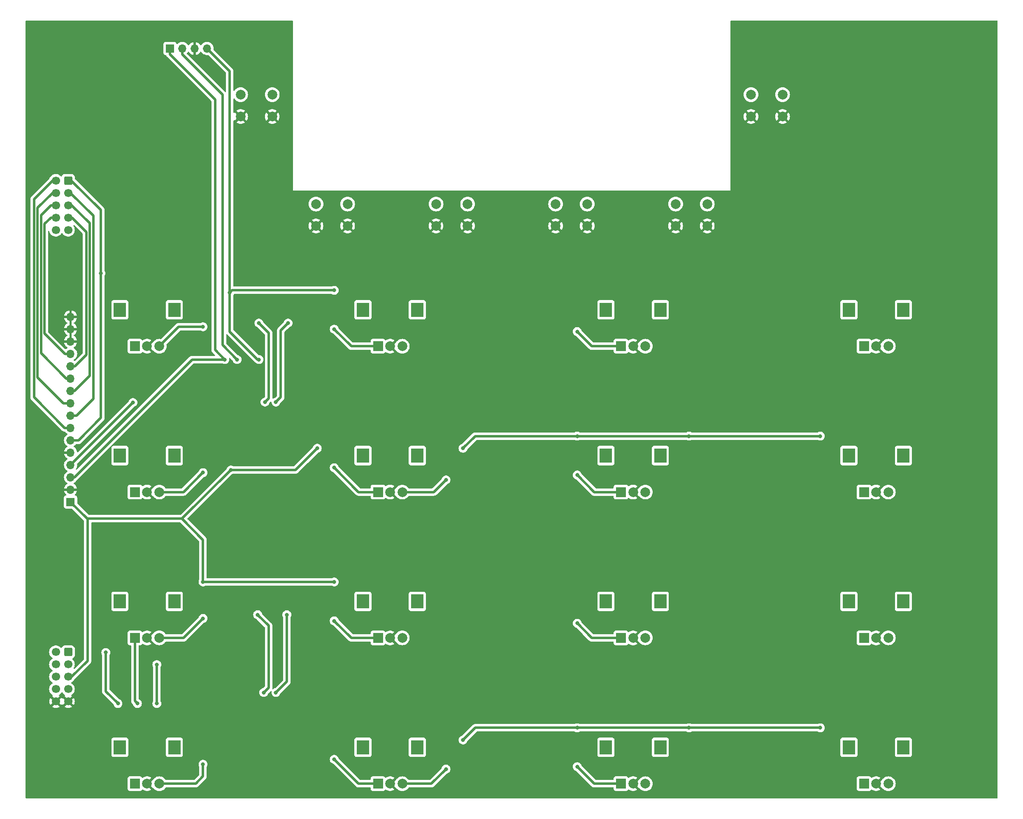
<source format=gbr>
%TF.GenerationSoftware,KiCad,Pcbnew,7.0.10-7.0.10~ubuntu22.04.1*%
%TF.CreationDate,2024-02-07T13:06:56+01:00*%
%TF.ProjectId,polykit-x-controlboard,706f6c79-6b69-4742-9d78-2d636f6e7472,v0.0.2*%
%TF.SameCoordinates,Original*%
%TF.FileFunction,Copper,L2,Bot*%
%TF.FilePolarity,Positive*%
%FSLAX46Y46*%
G04 Gerber Fmt 4.6, Leading zero omitted, Abs format (unit mm)*
G04 Created by KiCad (PCBNEW 7.0.10-7.0.10~ubuntu22.04.1) date 2024-02-07 13:06:56*
%MOMM*%
%LPD*%
G01*
G04 APERTURE LIST*
G04 Aperture macros list*
%AMRoundRect*
0 Rectangle with rounded corners*
0 $1 Rounding radius*
0 $2 $3 $4 $5 $6 $7 $8 $9 X,Y pos of 4 corners*
0 Add a 4 corners polygon primitive as box body*
4,1,4,$2,$3,$4,$5,$6,$7,$8,$9,$2,$3,0*
0 Add four circle primitives for the rounded corners*
1,1,$1+$1,$2,$3*
1,1,$1+$1,$4,$5*
1,1,$1+$1,$6,$7*
1,1,$1+$1,$8,$9*
0 Add four rect primitives between the rounded corners*
20,1,$1+$1,$2,$3,$4,$5,0*
20,1,$1+$1,$4,$5,$6,$7,0*
20,1,$1+$1,$6,$7,$8,$9,0*
20,1,$1+$1,$8,$9,$2,$3,0*%
G04 Aperture macros list end*
%TA.AperFunction,ComponentPad*%
%ADD10R,2.000000X2.000000*%
%TD*%
%TA.AperFunction,ComponentPad*%
%ADD11C,2.000000*%
%TD*%
%TA.AperFunction,ComponentPad*%
%ADD12R,2.500000X3.000000*%
%TD*%
%TA.AperFunction,ComponentPad*%
%ADD13R,1.700000X1.700000*%
%TD*%
%TA.AperFunction,ComponentPad*%
%ADD14O,1.700000X1.700000*%
%TD*%
%TA.AperFunction,ComponentPad*%
%ADD15RoundRect,0.250000X0.600000X0.600000X-0.600000X0.600000X-0.600000X-0.600000X0.600000X-0.600000X0*%
%TD*%
%TA.AperFunction,ComponentPad*%
%ADD16C,1.700000*%
%TD*%
%TA.AperFunction,ViaPad*%
%ADD17C,0.800000*%
%TD*%
%TA.AperFunction,ViaPad*%
%ADD18C,3.500000*%
%TD*%
%TA.AperFunction,Conductor*%
%ADD19C,0.508000*%
%TD*%
G04 APERTURE END LIST*
D10*
%TO.P,SW9,A,A*%
%TO.N,Net-(U1-GPB4)*%
X87500000Y-81500000D03*
D11*
%TO.P,SW9,B,B*%
%TO.N,Net-(U1-GPB5)*%
X92500000Y-81500000D03*
%TO.P,SW9,C,C*%
%TO.N,GND*%
X90000000Y-81500000D03*
D12*
%TO.P,SW9,MP*%
%TO.N,N/C*%
X84400000Y-74000000D03*
X95600000Y-74000000D03*
%TD*%
D11*
%TO.P,SW3,1,1*%
%TO.N,D39*%
X99450000Y-52250000D03*
X105950000Y-52250000D03*
%TO.P,SW3,2,2*%
%TO.N,GND*%
X99450000Y-56750000D03*
X105950000Y-56750000D03*
%TD*%
%TO.P,SW6,1,1*%
%TO.N,D45*%
X164250000Y-29750000D03*
X170750000Y-29750000D03*
%TO.P,SW6,2,2*%
%TO.N,GND*%
X164250000Y-34250000D03*
X170750000Y-34250000D03*
%TD*%
D10*
%TO.P,SW7,A,A*%
%TO.N,Net-(U1-GPB0)*%
X187500000Y-81500000D03*
D11*
%TO.P,SW7,B,B*%
%TO.N,Net-(U1-GPB1)*%
X192500000Y-81500000D03*
%TO.P,SW7,C,C*%
%TO.N,GND*%
X190000000Y-81500000D03*
D12*
%TO.P,SW7,MP*%
%TO.N,N/C*%
X184400000Y-74000000D03*
X195600000Y-74000000D03*
%TD*%
D10*
%TO.P,SW15,A,A*%
%TO.N,Net-(U2-GPB0)*%
X187500000Y-141500000D03*
D11*
%TO.P,SW15,B,B*%
%TO.N,Net-(U2-GPB1)*%
X192500000Y-141500000D03*
%TO.P,SW15,C,C*%
%TO.N,GND*%
X190000000Y-141500000D03*
D12*
%TO.P,SW15,MP*%
%TO.N,N/C*%
X184400000Y-134000000D03*
X195600000Y-134000000D03*
%TD*%
D10*
%TO.P,SW17,A,A*%
%TO.N,Net-(U2-GPB4)*%
X87500000Y-141500000D03*
D11*
%TO.P,SW17,B,B*%
%TO.N,Net-(U2-GPB5)*%
X92500000Y-141500000D03*
%TO.P,SW17,C,C*%
%TO.N,GND*%
X90000000Y-141500000D03*
D12*
%TO.P,SW17,MP*%
%TO.N,N/C*%
X84400000Y-134000000D03*
X95600000Y-134000000D03*
%TD*%
D10*
%TO.P,SW16,A,A*%
%TO.N,Net-(U2-GPB2)*%
X137500000Y-141500000D03*
D11*
%TO.P,SW16,B,B*%
%TO.N,Net-(U2-GPB3)*%
X142500000Y-141500000D03*
%TO.P,SW16,C,C*%
%TO.N,GND*%
X140000000Y-141500000D03*
D12*
%TO.P,SW16,MP*%
%TO.N,N/C*%
X134400000Y-134000000D03*
X145600000Y-134000000D03*
%TD*%
D10*
%TO.P,SW8,A,A*%
%TO.N,Net-(U1-GPB2)*%
X137500000Y-81500000D03*
D11*
%TO.P,SW8,B,B*%
%TO.N,Net-(U1-GPB3)*%
X142500000Y-81500000D03*
%TO.P,SW8,C,C*%
%TO.N,GND*%
X140000000Y-81500000D03*
D12*
%TO.P,SW8,MP*%
%TO.N,N/C*%
X134400000Y-74000000D03*
X145600000Y-74000000D03*
%TD*%
D10*
%TO.P,SW22,A,A*%
%TO.N,Net-(U2-GPA6)*%
X187500000Y-171500000D03*
D11*
%TO.P,SW22,B,B*%
%TO.N,Net-(U2-GPA7)*%
X192500000Y-171500000D03*
%TO.P,SW22,C,C*%
%TO.N,GND*%
X190000000Y-171500000D03*
D12*
%TO.P,SW22,MP*%
%TO.N,N/C*%
X184400000Y-164000000D03*
X195600000Y-164000000D03*
%TD*%
D10*
%TO.P,SW12,A,A*%
%TO.N,Net-(U1-GPA2)*%
X87500000Y-111500000D03*
D11*
%TO.P,SW12,B,B*%
%TO.N,Net-(U1-GPA3)*%
X92500000Y-111500000D03*
%TO.P,SW12,C,C*%
%TO.N,GND*%
X90000000Y-111500000D03*
D12*
%TO.P,SW12,MP*%
%TO.N,N/C*%
X84400000Y-104000000D03*
X95600000Y-104000000D03*
%TD*%
D10*
%TO.P,SW20,A,A*%
%TO.N,Net-(U2-GPA2)*%
X87500000Y-171500000D03*
D11*
%TO.P,SW20,B,B*%
%TO.N,Net-(U2-GPA3)*%
X92500000Y-171500000D03*
%TO.P,SW20,C,C*%
%TO.N,GND*%
X90000000Y-171500000D03*
D12*
%TO.P,SW20,MP*%
%TO.N,N/C*%
X84400000Y-164000000D03*
X95600000Y-164000000D03*
%TD*%
D11*
%TO.P,SW1,1,1*%
%TO.N,D22*%
X59250000Y-29750000D03*
X65750000Y-29750000D03*
%TO.P,SW1,2,2*%
%TO.N,GND*%
X59250000Y-34250000D03*
X65750000Y-34250000D03*
%TD*%
D10*
%TO.P,SW19,A,A*%
%TO.N,Net-(U2-GPA0)*%
X37500000Y-171500000D03*
D11*
%TO.P,SW19,B,B*%
%TO.N,Net-(U2-GPA1)*%
X42500000Y-171500000D03*
%TO.P,SW19,C,C*%
%TO.N,GND*%
X40000000Y-171500000D03*
D12*
%TO.P,SW19,MP*%
%TO.N,N/C*%
X34400000Y-164000000D03*
X45600000Y-164000000D03*
%TD*%
D10*
%TO.P,SW14,A,A*%
%TO.N,Net-(U1-GPA6)*%
X187500000Y-111500000D03*
D11*
%TO.P,SW14,B,B*%
%TO.N,Net-(U1-GPA7)*%
X192500000Y-111500000D03*
%TO.P,SW14,C,C*%
%TO.N,GND*%
X190000000Y-111500000D03*
D12*
%TO.P,SW14,MP*%
%TO.N,N/C*%
X184400000Y-104000000D03*
X195600000Y-104000000D03*
%TD*%
D10*
%TO.P,SW11,A,A*%
%TO.N,Net-(U1-GPA0)*%
X37500000Y-111500000D03*
D11*
%TO.P,SW11,B,B*%
%TO.N,Net-(U1-GPA1)*%
X42500000Y-111500000D03*
%TO.P,SW11,C,C*%
%TO.N,GND*%
X40000000Y-111500000D03*
D12*
%TO.P,SW11,MP*%
%TO.N,N/C*%
X34400000Y-104000000D03*
X45600000Y-104000000D03*
%TD*%
D10*
%TO.P,SW21,A,A*%
%TO.N,Net-(U2-GPA4)*%
X137500000Y-171500000D03*
D11*
%TO.P,SW21,B,B*%
%TO.N,Net-(U2-GPA5)*%
X142500000Y-171500000D03*
%TO.P,SW21,C,C*%
%TO.N,GND*%
X140000000Y-171500000D03*
D12*
%TO.P,SW21,MP*%
%TO.N,N/C*%
X134400000Y-164000000D03*
X145600000Y-164000000D03*
%TD*%
D11*
%TO.P,SW2,1,1*%
%TO.N,D37*%
X74750000Y-52250000D03*
X81250000Y-52250000D03*
%TO.P,SW2,2,2*%
%TO.N,GND*%
X74750000Y-56750000D03*
X81250000Y-56750000D03*
%TD*%
D10*
%TO.P,SW18,A,A*%
%TO.N,Net-(U2-GPB6)*%
X37500000Y-141500000D03*
D11*
%TO.P,SW18,B,B*%
%TO.N,Net-(U2-GPB7)*%
X42500000Y-141500000D03*
%TO.P,SW18,C,C*%
%TO.N,GND*%
X40000000Y-141500000D03*
D12*
%TO.P,SW18,MP*%
%TO.N,N/C*%
X34400000Y-134000000D03*
X45600000Y-134000000D03*
%TD*%
D11*
%TO.P,SW5,1,1*%
%TO.N,D43*%
X148750000Y-52250000D03*
X155250000Y-52250000D03*
%TO.P,SW5,2,2*%
%TO.N,GND*%
X148750000Y-56750000D03*
X155250000Y-56750000D03*
%TD*%
%TO.P,SW4,1,1*%
%TO.N,D41*%
X124050000Y-52250000D03*
X130550000Y-52250000D03*
%TO.P,SW4,2,2*%
%TO.N,GND*%
X124050000Y-56750000D03*
X130550000Y-56750000D03*
%TD*%
D10*
%TO.P,SW13,A,A*%
%TO.N,Net-(U1-GPA4)*%
X137500000Y-111500000D03*
D11*
%TO.P,SW13,B,B*%
%TO.N,Net-(U1-GPA5)*%
X142500000Y-111500000D03*
%TO.P,SW13,C,C*%
%TO.N,GND*%
X140000000Y-111500000D03*
D12*
%TO.P,SW13,MP*%
%TO.N,N/C*%
X134400000Y-104000000D03*
X145600000Y-104000000D03*
%TD*%
D10*
%TO.P,SW10,A,A*%
%TO.N,Net-(U1-GPB6)*%
X37500000Y-81500000D03*
D11*
%TO.P,SW10,B,B*%
%TO.N,Net-(U1-GPB7)*%
X42500000Y-81500000D03*
%TO.P,SW10,C,C*%
%TO.N,GND*%
X40000000Y-81500000D03*
D12*
%TO.P,SW10,MP*%
%TO.N,N/C*%
X34400000Y-74000000D03*
X45600000Y-74000000D03*
%TD*%
D13*
%TO.P,J1,1,Pin_1*%
%TO.N,+5V*%
X24250000Y-113550000D03*
D14*
%TO.P,J1,2,Pin_2*%
%TO.N,GND*%
X24250000Y-111010000D03*
%TO.P,J1,3,Pin_3*%
%TO.N,I2C_SDA*%
X24250000Y-108470000D03*
%TO.P,J1,4,Pin_4*%
%TO.N,I2C_SCL*%
X24250000Y-105930000D03*
%TO.P,J1,5,Pin_5*%
%TO.N,GND*%
X24250000Y-103390000D03*
%TO.P,J1,6,Pin_6*%
%TO.N,D33*%
X24250000Y-100850000D03*
%TO.P,J1,7,Pin_7*%
%TO.N,D35*%
X24250000Y-98310000D03*
%TO.P,J1,8,Pin_8*%
%TO.N,D37*%
X24250000Y-95770000D03*
%TO.P,J1,9,Pin_9*%
%TO.N,D39*%
X24250000Y-93230000D03*
%TO.P,J1,10,Pin_10*%
%TO.N,D41*%
X24250000Y-90690000D03*
%TO.P,J1,11,Pin_11*%
%TO.N,D43*%
X24250000Y-88150000D03*
%TO.P,J1,12,Pin_12*%
%TO.N,D45*%
X24250000Y-85610000D03*
%TO.P,J1,13,Pin_13*%
%TO.N,D22*%
X24250000Y-83070000D03*
%TO.P,J1,14,Pin_14*%
%TO.N,GND*%
X24250000Y-80530000D03*
%TO.P,J1,15,Pin_15*%
X24250000Y-77990000D03*
%TO.P,J1,16,Pin_16*%
X24250000Y-75450000D03*
%TD*%
D15*
%TO.P,J2,1,Pin_1*%
%TO.N,I2C_SDA*%
X23752500Y-144420000D03*
D16*
%TO.P,J2,2,Pin_2*%
X21212500Y-144420000D03*
%TO.P,J2,3,Pin_3*%
%TO.N,I2C_SCL*%
X23752500Y-146960000D03*
%TO.P,J2,4,Pin_4*%
X21212500Y-146960000D03*
%TO.P,J2,5,Pin_5*%
%TO.N,+5V*%
X23752500Y-149500000D03*
%TO.P,J2,6,Pin_6*%
%TO.N,-5V*%
X21212500Y-149500000D03*
%TO.P,J2,7,Pin_7*%
%TO.N,+12V*%
X23752500Y-152040000D03*
%TO.P,J2,8,Pin_8*%
%TO.N,-12V*%
X21212500Y-152040000D03*
%TO.P,J2,9,Pin_9*%
%TO.N,GND*%
X23752500Y-154580000D03*
%TO.P,J2,10,Pin_10*%
X21212500Y-154580000D03*
%TD*%
D13*
%TO.P,J4,1,Pin_1*%
%TO.N,I2C_SDA*%
X44700000Y-20250000D03*
D14*
%TO.P,J4,2,Pin_2*%
%TO.N,I2C_SCL*%
X47240000Y-20250000D03*
%TO.P,J4,3,Pin_3*%
%TO.N,GND*%
X49780000Y-20250000D03*
%TO.P,J4,4,Pin_4*%
%TO.N,+5V*%
X52320000Y-20250000D03*
%TD*%
D15*
%TO.P,J3,1,Pin_1*%
%TO.N,D33*%
X23752500Y-47420000D03*
D16*
%TO.P,J3,2,Pin_2*%
%TO.N,D35*%
X21212500Y-47420000D03*
%TO.P,J3,3,Pin_3*%
%TO.N,D37*%
X23752500Y-49960000D03*
%TO.P,J3,4,Pin_4*%
%TO.N,D39*%
X21212500Y-49960000D03*
%TO.P,J3,5,Pin_5*%
%TO.N,D41*%
X23752500Y-52500000D03*
%TO.P,J3,6,Pin_6*%
%TO.N,D43*%
X21212500Y-52500000D03*
%TO.P,J3,7,Pin_7*%
%TO.N,D45*%
X23752500Y-55040000D03*
%TO.P,J3,8,Pin_8*%
%TO.N,D22*%
X21212500Y-55040000D03*
%TO.P,J3,9,Pin_9*%
%TO.N,RX0*%
X23752500Y-57580000D03*
%TO.P,J3,10,Pin_10*%
%TO.N,TX0*%
X21212500Y-57580000D03*
%TD*%
D17*
%TO.N,+5V*%
X105000000Y-162500000D03*
X178500000Y-160000000D03*
X178500000Y-100000000D03*
X57000000Y-70500000D03*
X105000000Y-102500000D03*
X128500000Y-100000000D03*
X75000000Y-102500000D03*
X151500000Y-160000000D03*
X128500000Y-160000000D03*
X63000000Y-84250000D03*
X78500000Y-130000000D03*
X151500000Y-100000000D03*
X78500000Y-70000000D03*
X51500000Y-130000000D03*
X57226755Y-106959247D03*
D18*
%TO.N,GND*%
X18000000Y-17500000D03*
X18000000Y-171500000D03*
X212000000Y-171500000D03*
D17*
X50836532Y-22905573D03*
D18*
X212000000Y-17500000D03*
D17*
%TO.N,D33*%
X30500000Y-66500000D03*
%TO.N,Net-(D1-A)*%
X64250000Y-93000000D03*
X63000000Y-76750000D03*
%TO.N,Net-(D2-A)*%
X66500000Y-93000000D03*
X69000000Y-76750000D03*
%TO.N,Net-(D3-A)*%
X64000000Y-152750000D03*
X62750000Y-136750000D03*
%TO.N,Net-(D4-A)*%
X68750000Y-136750000D03*
X66500000Y-152750000D03*
%TO.N,I2C_SDA*%
X56000000Y-84250000D03*
X31500000Y-144500000D03*
X34000000Y-155000000D03*
%TO.N,I2C_SCL*%
X58500000Y-84250000D03*
X42000000Y-147000000D03*
X37082255Y-93082255D03*
X42000000Y-155000000D03*
%TO.N,Net-(U1-GPB2)*%
X128500000Y-78500000D03*
%TO.N,Net-(U1-GPB4)*%
X78500000Y-78000000D03*
%TO.N,Net-(U1-GPB7)*%
X51500000Y-77500000D03*
%TO.N,Net-(U1-GPA1)*%
X51500000Y-107500000D03*
%TO.N,Net-(U1-GPA2)*%
X78500000Y-106500000D03*
%TO.N,Net-(U1-GPA3)*%
X101500000Y-109000000D03*
%TO.N,Net-(U1-GPA4)*%
X128500000Y-108000000D03*
%TO.N,Net-(U2-GPB2)*%
X128500000Y-138500000D03*
%TO.N,Net-(U2-GPB4)*%
X78500000Y-138000000D03*
%TO.N,Net-(U2-GPB6)*%
X38000000Y-155000000D03*
%TO.N,Net-(U2-GPB7)*%
X51500000Y-137500000D03*
%TO.N,Net-(U2-GPA1)*%
X51500000Y-167500000D03*
%TO.N,Net-(U2-GPA2)*%
X78500000Y-166500000D03*
%TO.N,Net-(U2-GPA3)*%
X101500000Y-168500000D03*
%TO.N,Net-(U2-GPA4)*%
X128500000Y-168000000D03*
%TD*%
D19*
%TO.N,+5V*%
X78500000Y-130000000D02*
X51500000Y-130000000D01*
X47160595Y-117000000D02*
X27700000Y-117000000D01*
X57000000Y-24930000D02*
X52320000Y-20250000D01*
X57226755Y-106959247D02*
X57201348Y-106959247D01*
X63000000Y-84250000D02*
X62750000Y-84250000D01*
X27736574Y-117036574D02*
X24250000Y-113550000D01*
X70540753Y-106959247D02*
X57226755Y-106959247D01*
X151500000Y-100000000D02*
X128500000Y-100000000D01*
X128500000Y-160000000D02*
X151500000Y-160000000D01*
X107500000Y-160000000D02*
X105000000Y-162500000D01*
X62750000Y-84250000D02*
X57000000Y-78500000D01*
X128500000Y-100000000D02*
X107500000Y-100000000D01*
X75000000Y-102500000D02*
X70540753Y-106959247D01*
X24500000Y-149500000D02*
X27736574Y-146263426D01*
X57000000Y-70500000D02*
X57000000Y-24930000D01*
X57201348Y-106959247D02*
X47160595Y-117000000D01*
X178500000Y-100000000D02*
X151500000Y-100000000D01*
X47160595Y-117000000D02*
X51500000Y-121339405D01*
X178500000Y-160000000D02*
X151500000Y-160000000D01*
X57000000Y-78500000D02*
X57000000Y-70500000D01*
X27736574Y-146263426D02*
X27736574Y-117036574D01*
X107500000Y-100000000D02*
X105000000Y-102500000D01*
X128500000Y-160000000D02*
X107500000Y-160000000D01*
X57500000Y-70000000D02*
X57000000Y-70500000D01*
X23752500Y-149500000D02*
X24500000Y-149500000D01*
X51500000Y-121339405D02*
X51500000Y-130000000D01*
X78500000Y-70000000D02*
X57500000Y-70000000D01*
%TO.N,D33*%
X30500000Y-96250000D02*
X25900000Y-100850000D01*
X30500000Y-66500000D02*
X30500000Y-53500000D01*
X25900000Y-100850000D02*
X24250000Y-100850000D01*
X24420000Y-47420000D02*
X23752500Y-47420000D01*
X30500000Y-66500000D02*
X30500000Y-96250000D01*
X30500000Y-53500000D02*
X24420000Y-47420000D01*
%TO.N,Net-(D1-A)*%
X65000000Y-78750000D02*
X63000000Y-76750000D01*
X65000000Y-92250000D02*
X65000000Y-78750000D01*
X64250000Y-93000000D02*
X65000000Y-92250000D01*
%TO.N,Net-(D2-A)*%
X67500000Y-78250000D02*
X67500000Y-92000000D01*
X67500000Y-92000000D02*
X66500000Y-93000000D01*
X69000000Y-76750000D02*
X67500000Y-78250000D01*
%TO.N,D35*%
X23060000Y-98310000D02*
X24250000Y-98310000D01*
X16750000Y-51250000D02*
X16750000Y-92000000D01*
X16750000Y-92000000D02*
X23060000Y-98310000D01*
X20580000Y-47420000D02*
X16750000Y-51250000D01*
X21212500Y-47420000D02*
X20580000Y-47420000D01*
%TO.N,Net-(D3-A)*%
X65000000Y-139000000D02*
X62750000Y-136750000D01*
X64000000Y-152750000D02*
X65000000Y-151750000D01*
X65000000Y-151750000D02*
X65000000Y-139000000D01*
%TO.N,Net-(D4-A)*%
X68750000Y-150500000D02*
X66500000Y-152750000D01*
X68750000Y-136750000D02*
X68750000Y-150500000D01*
%TO.N,I2C_SDA*%
X54000000Y-82250000D02*
X54000000Y-30750000D01*
X25030000Y-108470000D02*
X24250000Y-108470000D01*
X56000000Y-84250000D02*
X49250000Y-84250000D01*
X54000000Y-30750000D02*
X44700000Y-21450000D01*
X56000000Y-84250000D02*
X54000000Y-82250000D01*
X31500000Y-152500000D02*
X31500000Y-144500000D01*
X44700000Y-21450000D02*
X44700000Y-20250000D01*
X49250000Y-84250000D02*
X25030000Y-108470000D01*
X34000000Y-155000000D02*
X31500000Y-152500000D01*
%TO.N,I2C_SCL*%
X58500000Y-84250000D02*
X55500000Y-81250000D01*
X37082255Y-93082255D02*
X24250000Y-105914510D01*
X42000000Y-147000000D02*
X42000000Y-155000000D01*
X55500000Y-29750000D02*
X47240000Y-21490000D01*
X47240000Y-21490000D02*
X47240000Y-20250000D01*
X55500000Y-81250000D02*
X55500000Y-29750000D01*
X24250000Y-105914510D02*
X24250000Y-105930000D01*
%TO.N,D22*%
X18874000Y-56376000D02*
X18874000Y-78874000D01*
X18874000Y-78874000D02*
X23070000Y-83070000D01*
X23070000Y-83070000D02*
X24250000Y-83070000D01*
X20210000Y-55040000D02*
X18874000Y-56376000D01*
X21212500Y-55040000D02*
X20210000Y-55040000D01*
%TO.N,D37*%
X28916000Y-54666000D02*
X28916000Y-92334000D01*
X28916000Y-92334000D02*
X25480000Y-95770000D01*
X25480000Y-95770000D02*
X24250000Y-95770000D01*
X23752500Y-49960000D02*
X24210000Y-49960000D01*
X24210000Y-49960000D02*
X28916000Y-54666000D01*
%TO.N,D39*%
X17458000Y-53042000D02*
X17458000Y-87958000D01*
X22730000Y-93230000D02*
X24250000Y-93230000D01*
X20540000Y-49960000D02*
X17458000Y-53042000D01*
X21212500Y-49960000D02*
X20540000Y-49960000D01*
X17458000Y-87958000D02*
X22730000Y-93230000D01*
%TO.N,D41*%
X25060000Y-90690000D02*
X24250000Y-90690000D01*
X24500000Y-52500000D02*
X28208000Y-56208000D01*
X28208000Y-87542000D02*
X25060000Y-90690000D01*
X28208000Y-56208000D02*
X28208000Y-87542000D01*
X23752500Y-52500000D02*
X24500000Y-52500000D01*
%TO.N,D43*%
X18166000Y-82916000D02*
X23400000Y-88150000D01*
X23400000Y-88150000D02*
X24250000Y-88150000D01*
X20250000Y-52500000D02*
X18166000Y-54584000D01*
X18166000Y-54584000D02*
X18166000Y-82916000D01*
X21212500Y-52500000D02*
X20250000Y-52500000D01*
%TO.N,D45*%
X27500000Y-58000000D02*
X27500000Y-83250000D01*
X27500000Y-83250000D02*
X25140000Y-85610000D01*
X25140000Y-85610000D02*
X24250000Y-85610000D01*
X23752500Y-55040000D02*
X24540000Y-55040000D01*
X24540000Y-55040000D02*
X27500000Y-58000000D01*
%TO.N,Net-(U1-GPB2)*%
X131500000Y-81500000D02*
X137500000Y-81500000D01*
X128500000Y-78500000D02*
X131500000Y-81500000D01*
%TO.N,Net-(U1-GPB4)*%
X82000000Y-81500000D02*
X87500000Y-81500000D01*
X78500000Y-78000000D02*
X82000000Y-81500000D01*
%TO.N,Net-(U1-GPB7)*%
X46500000Y-77500000D02*
X42500000Y-81500000D01*
X51500000Y-77500000D02*
X46500000Y-77500000D01*
%TO.N,Net-(U1-GPA1)*%
X47500000Y-111500000D02*
X42500000Y-111500000D01*
X51500000Y-107500000D02*
X47500000Y-111500000D01*
%TO.N,Net-(U1-GPA2)*%
X78500000Y-106500000D02*
X83500000Y-111500000D01*
X83500000Y-111500000D02*
X87500000Y-111500000D01*
%TO.N,Net-(U1-GPA3)*%
X99000000Y-111500000D02*
X92500000Y-111500000D01*
X101500000Y-109000000D02*
X99000000Y-111500000D01*
%TO.N,Net-(U1-GPA4)*%
X128500000Y-108000000D02*
X132000000Y-111500000D01*
X132000000Y-111500000D02*
X137500000Y-111500000D01*
%TO.N,Net-(U2-GPB2)*%
X128500000Y-138500000D02*
X131500000Y-141500000D01*
X131500000Y-141500000D02*
X137500000Y-141500000D01*
%TO.N,Net-(U2-GPB4)*%
X82000000Y-141500000D02*
X87500000Y-141500000D01*
X78500000Y-138000000D02*
X82000000Y-141500000D01*
%TO.N,Net-(U2-GPB6)*%
X37500000Y-141500000D02*
X37500000Y-154500000D01*
X37500000Y-154500000D02*
X38000000Y-155000000D01*
%TO.N,Net-(U2-GPB7)*%
X47500000Y-141500000D02*
X51500000Y-137500000D01*
X42500000Y-141500000D02*
X47500000Y-141500000D01*
%TO.N,Net-(U2-GPA1)*%
X51500000Y-170000000D02*
X50000000Y-171500000D01*
X51500000Y-167500000D02*
X51500000Y-170000000D01*
X50000000Y-171500000D02*
X42500000Y-171500000D01*
%TO.N,Net-(U2-GPA2)*%
X83500000Y-171500000D02*
X87500000Y-171500000D01*
X78500000Y-166500000D02*
X83500000Y-171500000D01*
%TO.N,Net-(U2-GPA3)*%
X98500000Y-171500000D02*
X92500000Y-171500000D01*
X101500000Y-168500000D02*
X98500000Y-171500000D01*
%TO.N,Net-(U2-GPA4)*%
X132000000Y-171500000D02*
X137500000Y-171500000D01*
X128500000Y-168000000D02*
X132000000Y-171500000D01*
%TD*%
%TA.AperFunction,Conductor*%
%TO.N,GND*%
G36*
X22564405Y-152713515D02*
G01*
X22586304Y-152738787D01*
X22676778Y-152877268D01*
X22676783Y-152877273D01*
X22676784Y-152877276D01*
X22829256Y-153042902D01*
X22829260Y-153042906D01*
X23006924Y-153181189D01*
X23050195Y-153204606D01*
X23099786Y-153253825D01*
X23114894Y-153322042D01*
X23090724Y-153387597D01*
X23062301Y-153415236D01*
X22991126Y-153465072D01*
X22991125Y-153465072D01*
X23619966Y-154093913D01*
X23610185Y-154095320D01*
X23479400Y-154155048D01*
X23370739Y-154249202D01*
X23293007Y-154370156D01*
X23269423Y-154450476D01*
X22637572Y-153818625D01*
X22637572Y-153818626D01*
X22584074Y-153895030D01*
X22529498Y-153938655D01*
X22459999Y-153945849D01*
X22397644Y-153914326D01*
X22380924Y-153895030D01*
X22327425Y-153818626D01*
X22327425Y-153818625D01*
X21695576Y-154450475D01*
X21671993Y-154370156D01*
X21594261Y-154249202D01*
X21485600Y-154155048D01*
X21354815Y-154095320D01*
X21345033Y-154093913D01*
X21973873Y-153465073D01*
X21973873Y-153465072D01*
X21902699Y-153415236D01*
X21859074Y-153360659D01*
X21851880Y-153291161D01*
X21883403Y-153228806D01*
X21914805Y-153204606D01*
X21958076Y-153181189D01*
X22135740Y-153042906D01*
X22235819Y-152934192D01*
X22288215Y-152877276D01*
X22288215Y-152877275D01*
X22288222Y-152877268D01*
X22378693Y-152738790D01*
X22431838Y-152693437D01*
X22501069Y-152684013D01*
X22564405Y-152713515D01*
G37*
%TD.AperFunction*%
%TA.AperFunction,Conductor*%
G36*
X25032915Y-56611797D02*
G01*
X25040100Y-56618437D01*
X26701181Y-58279518D01*
X26734666Y-58340841D01*
X26737500Y-58367199D01*
X26737500Y-82882799D01*
X26717815Y-82949838D01*
X26701181Y-82970480D01*
X25189561Y-84482099D01*
X25128238Y-84515584D01*
X25058546Y-84510600D01*
X25025718Y-84492272D01*
X24995572Y-84468808D01*
X24995570Y-84468807D01*
X24959070Y-84449055D01*
X24909479Y-84399836D01*
X24894371Y-84331619D01*
X24918541Y-84266064D01*
X24959070Y-84230945D01*
X24959084Y-84230936D01*
X24995576Y-84211189D01*
X25173240Y-84072906D01*
X25325722Y-83907268D01*
X25448860Y-83718791D01*
X25539296Y-83512616D01*
X25594564Y-83294368D01*
X25613156Y-83070000D01*
X25608446Y-83013165D01*
X25594565Y-82845640D01*
X25594563Y-82845628D01*
X25563808Y-82724179D01*
X25539296Y-82627384D01*
X25448860Y-82421209D01*
X25448088Y-82420028D01*
X25346653Y-82264769D01*
X25325722Y-82232732D01*
X25325719Y-82232729D01*
X25325715Y-82232723D01*
X25173243Y-82067097D01*
X25173238Y-82067092D01*
X24995577Y-81928812D01*
X24995577Y-81928811D01*
X24952303Y-81905393D01*
X24902713Y-81856173D01*
X24887605Y-81787957D01*
X24911775Y-81722401D01*
X24940198Y-81694763D01*
X25121079Y-81568108D01*
X25288105Y-81401082D01*
X25423600Y-81207578D01*
X25523429Y-80993492D01*
X25523432Y-80993486D01*
X25580636Y-80780000D01*
X24683686Y-80780000D01*
X24709493Y-80739844D01*
X24750000Y-80601889D01*
X24750000Y-80458111D01*
X24709493Y-80320156D01*
X24683686Y-80280000D01*
X25580636Y-80280000D01*
X25580635Y-80279999D01*
X25523432Y-80066513D01*
X25523429Y-80066507D01*
X25423600Y-79852422D01*
X25423599Y-79852420D01*
X25288113Y-79658926D01*
X25288108Y-79658920D01*
X25121082Y-79491894D01*
X24934968Y-79361575D01*
X24891344Y-79306998D01*
X24884151Y-79237499D01*
X24915673Y-79175145D01*
X24934968Y-79158425D01*
X25121082Y-79028105D01*
X25288105Y-78861082D01*
X25423600Y-78667578D01*
X25523429Y-78453492D01*
X25523432Y-78453486D01*
X25580636Y-78240000D01*
X24683686Y-78240000D01*
X24709493Y-78199844D01*
X24750000Y-78061889D01*
X24750000Y-77918111D01*
X24709493Y-77780156D01*
X24683686Y-77740000D01*
X25580636Y-77740000D01*
X25580635Y-77739999D01*
X25523432Y-77526513D01*
X25523429Y-77526507D01*
X25423600Y-77312422D01*
X25423599Y-77312420D01*
X25288113Y-77118926D01*
X25288108Y-77118920D01*
X25121082Y-76951894D01*
X24934968Y-76821575D01*
X24891344Y-76766998D01*
X24884151Y-76697499D01*
X24915673Y-76635145D01*
X24934968Y-76618425D01*
X25121082Y-76488105D01*
X25288105Y-76321082D01*
X25423600Y-76127578D01*
X25523429Y-75913492D01*
X25523432Y-75913486D01*
X25580636Y-75700000D01*
X24683686Y-75700000D01*
X24709493Y-75659844D01*
X24750000Y-75521889D01*
X24750000Y-75378111D01*
X24709493Y-75240156D01*
X24683686Y-75200000D01*
X25580636Y-75200000D01*
X25580635Y-75199999D01*
X25523432Y-74986513D01*
X25523429Y-74986507D01*
X25423600Y-74772422D01*
X25423599Y-74772420D01*
X25288113Y-74578926D01*
X25288108Y-74578920D01*
X25121082Y-74411894D01*
X24927578Y-74276399D01*
X24713492Y-74176570D01*
X24713486Y-74176567D01*
X24500000Y-74119364D01*
X24500000Y-75014498D01*
X24392315Y-74965320D01*
X24285763Y-74950000D01*
X24214237Y-74950000D01*
X24107685Y-74965320D01*
X24000000Y-75014498D01*
X24000000Y-74119364D01*
X23999999Y-74119364D01*
X23786513Y-74176567D01*
X23786507Y-74176570D01*
X23572422Y-74276399D01*
X23572420Y-74276400D01*
X23378926Y-74411886D01*
X23378920Y-74411891D01*
X23211891Y-74578920D01*
X23211886Y-74578926D01*
X23076400Y-74772420D01*
X23076399Y-74772422D01*
X22976570Y-74986507D01*
X22976567Y-74986513D01*
X22919364Y-75199999D01*
X22919364Y-75200000D01*
X23816314Y-75200000D01*
X23790507Y-75240156D01*
X23750000Y-75378111D01*
X23750000Y-75521889D01*
X23790507Y-75659844D01*
X23816314Y-75700000D01*
X22919364Y-75700000D01*
X22976567Y-75913486D01*
X22976570Y-75913492D01*
X23076399Y-76127578D01*
X23211894Y-76321082D01*
X23378917Y-76488105D01*
X23565031Y-76618425D01*
X23608656Y-76673003D01*
X23615848Y-76742501D01*
X23584326Y-76804856D01*
X23565031Y-76821575D01*
X23378922Y-76951890D01*
X23378920Y-76951891D01*
X23211891Y-77118920D01*
X23211886Y-77118926D01*
X23076400Y-77312420D01*
X23076399Y-77312422D01*
X22976570Y-77526507D01*
X22976567Y-77526513D01*
X22919364Y-77739999D01*
X22919364Y-77740000D01*
X23816314Y-77740000D01*
X23790507Y-77780156D01*
X23750000Y-77918111D01*
X23750000Y-78061889D01*
X23790507Y-78199844D01*
X23816314Y-78240000D01*
X22919364Y-78240000D01*
X22976567Y-78453486D01*
X22976570Y-78453492D01*
X23076399Y-78667578D01*
X23211894Y-78861082D01*
X23378917Y-79028105D01*
X23565031Y-79158425D01*
X23608656Y-79213003D01*
X23615848Y-79282501D01*
X23584326Y-79344856D01*
X23565031Y-79361575D01*
X23378922Y-79491890D01*
X23378920Y-79491891D01*
X23211891Y-79658920D01*
X23211886Y-79658926D01*
X23076400Y-79852420D01*
X23076399Y-79852422D01*
X22976570Y-80066507D01*
X22976567Y-80066513D01*
X22919364Y-80279999D01*
X22919364Y-80280000D01*
X23816314Y-80280000D01*
X23790507Y-80320156D01*
X23750000Y-80458111D01*
X23750000Y-80601889D01*
X23790507Y-80739844D01*
X23816314Y-80780000D01*
X22919364Y-80780000D01*
X22976567Y-80993486D01*
X22976570Y-80993492D01*
X23076399Y-81207578D01*
X23211894Y-81401082D01*
X23378917Y-81568105D01*
X23559802Y-81694763D01*
X23603427Y-81749340D01*
X23610619Y-81818839D01*
X23579097Y-81881193D01*
X23547697Y-81905392D01*
X23504427Y-81928809D01*
X23504422Y-81928812D01*
X23326754Y-82067098D01*
X23322983Y-82070570D01*
X23322096Y-82069606D01*
X23267450Y-82102426D01*
X23197612Y-82100305D01*
X23148462Y-82070124D01*
X19672819Y-78594481D01*
X19639334Y-78533158D01*
X19636500Y-78506800D01*
X19636500Y-57885236D01*
X19656185Y-57818197D01*
X19708989Y-57772442D01*
X19778147Y-57762498D01*
X19841703Y-57791523D01*
X19879477Y-57850301D01*
X19880706Y-57854796D01*
X19923203Y-58022614D01*
X20013640Y-58228792D01*
X20136776Y-58417265D01*
X20136784Y-58417276D01*
X20289256Y-58582902D01*
X20289260Y-58582906D01*
X20466924Y-58721189D01*
X20466925Y-58721189D01*
X20466927Y-58721191D01*
X20593635Y-58789761D01*
X20664926Y-58828342D01*
X20877865Y-58901444D01*
X21099931Y-58938500D01*
X21325069Y-58938500D01*
X21547135Y-58901444D01*
X21760074Y-58828342D01*
X21958076Y-58721189D01*
X22135740Y-58582906D01*
X22288222Y-58417268D01*
X22378693Y-58278790D01*
X22431838Y-58233437D01*
X22501069Y-58224013D01*
X22564405Y-58253515D01*
X22586304Y-58278787D01*
X22676778Y-58417268D01*
X22676783Y-58417273D01*
X22676784Y-58417276D01*
X22829256Y-58582902D01*
X22829260Y-58582906D01*
X23006924Y-58721189D01*
X23006925Y-58721189D01*
X23006927Y-58721191D01*
X23133635Y-58789761D01*
X23204926Y-58828342D01*
X23417865Y-58901444D01*
X23639931Y-58938500D01*
X23865069Y-58938500D01*
X24087135Y-58901444D01*
X24300074Y-58828342D01*
X24498076Y-58721189D01*
X24675740Y-58582906D01*
X24828222Y-58417268D01*
X24951360Y-58228791D01*
X25041796Y-58022616D01*
X25097064Y-57804368D01*
X25097065Y-57804359D01*
X25115656Y-57580005D01*
X25115656Y-57579994D01*
X25097065Y-57355640D01*
X25097063Y-57355628D01*
X25067457Y-57238717D01*
X25041796Y-57137384D01*
X24951360Y-56931209D01*
X24935206Y-56906484D01*
X24886062Y-56831263D01*
X24848610Y-56773939D01*
X24828423Y-56707050D01*
X24847602Y-56639865D01*
X24900061Y-56593714D01*
X24969143Y-56583251D01*
X25032915Y-56611797D01*
G37*
%TD.AperFunction*%
%TA.AperFunction,Conductor*%
G36*
X24500000Y-80094498D02*
G01*
X24392315Y-80045320D01*
X24285763Y-80030000D01*
X24214237Y-80030000D01*
X24107685Y-80045320D01*
X24000000Y-80094498D01*
X24000000Y-78425501D01*
X24107685Y-78474680D01*
X24214237Y-78490000D01*
X24285763Y-78490000D01*
X24392315Y-78474680D01*
X24500000Y-78425501D01*
X24500000Y-80094498D01*
G37*
%TD.AperFunction*%
%TA.AperFunction,Conductor*%
G36*
X24500000Y-77554498D02*
G01*
X24392315Y-77505320D01*
X24285763Y-77490000D01*
X24214237Y-77490000D01*
X24107685Y-77505320D01*
X24000000Y-77554498D01*
X24000000Y-75885501D01*
X24107685Y-75934680D01*
X24214237Y-75950000D01*
X24285763Y-75950000D01*
X24392315Y-75934680D01*
X24500000Y-75885501D01*
X24500000Y-77554498D01*
G37*
%TD.AperFunction*%
%TA.AperFunction,Conductor*%
G36*
X50030000Y-21580633D02*
G01*
X50243483Y-21523433D01*
X50243492Y-21523429D01*
X50457578Y-21423600D01*
X50651082Y-21288105D01*
X50818105Y-21121082D01*
X50944868Y-20940048D01*
X50999445Y-20896423D01*
X51068944Y-20889231D01*
X51131298Y-20920753D01*
X51150251Y-20943350D01*
X51244276Y-21087265D01*
X51244284Y-21087276D01*
X51370968Y-21224889D01*
X51396760Y-21252906D01*
X51574424Y-21391189D01*
X51574425Y-21391189D01*
X51574427Y-21391191D01*
X51634314Y-21423600D01*
X51772426Y-21498342D01*
X51985365Y-21571444D01*
X52207431Y-21608500D01*
X52432567Y-21608500D01*
X52432569Y-21608500D01*
X52513239Y-21595038D01*
X52582601Y-21603420D01*
X52621328Y-21629666D01*
X56201181Y-25209518D01*
X56234666Y-25270841D01*
X56237500Y-25297199D01*
X56237500Y-29109800D01*
X56217815Y-29176839D01*
X56165011Y-29222594D01*
X56095853Y-29232538D01*
X56032297Y-29203513D01*
X56025819Y-29197481D01*
X48208067Y-21379729D01*
X48174582Y-21318406D01*
X48179566Y-21248714D01*
X48204516Y-21208068D01*
X48315722Y-21087268D01*
X48409749Y-20943347D01*
X48462894Y-20897994D01*
X48532125Y-20888570D01*
X48595461Y-20918072D01*
X48615130Y-20940048D01*
X48741890Y-21121078D01*
X48908917Y-21288105D01*
X49102421Y-21423600D01*
X49316507Y-21523429D01*
X49316516Y-21523433D01*
X49530000Y-21580634D01*
X49530000Y-20685501D01*
X49637685Y-20734680D01*
X49744237Y-20750000D01*
X49815763Y-20750000D01*
X49922315Y-20734680D01*
X50030000Y-20685501D01*
X50030000Y-21580633D01*
G37*
%TD.AperFunction*%
%TA.AperFunction,Conductor*%
G36*
X69943039Y-14520185D02*
G01*
X69988794Y-14572989D01*
X70000000Y-14624500D01*
X70000000Y-24474115D01*
X69999443Y-24476926D01*
X69999476Y-24524616D01*
X69999471Y-24524616D01*
X69999500Y-24524759D01*
X69999500Y-39475467D01*
X69999416Y-39475889D01*
X69999501Y-39523458D01*
X70000000Y-39525967D01*
X70000000Y-49500000D01*
X78974115Y-49500000D01*
X78976926Y-49500556D01*
X78999998Y-49500540D01*
X79000000Y-49500541D01*
X79000001Y-49500540D01*
X79024616Y-49500524D01*
X79024616Y-49500528D01*
X79024760Y-49500500D01*
X150975240Y-49500500D01*
X150975383Y-49500528D01*
X150975384Y-49500524D01*
X150999998Y-49500540D01*
X151000000Y-49500541D01*
X151000001Y-49500540D01*
X151023073Y-49500556D01*
X151025885Y-49500000D01*
X160000000Y-49500000D01*
X160000000Y-39525967D01*
X160000498Y-39523458D01*
X160000539Y-39500002D01*
X160000541Y-39500000D01*
X160000539Y-39499997D01*
X160000583Y-39475889D01*
X160000500Y-39475467D01*
X160000500Y-34250005D01*
X162744859Y-34250005D01*
X162765385Y-34497729D01*
X162765387Y-34497738D01*
X162826412Y-34738717D01*
X162926266Y-34966364D01*
X163026564Y-35119882D01*
X163724070Y-34422376D01*
X163726884Y-34435915D01*
X163796442Y-34570156D01*
X163899638Y-34680652D01*
X164028819Y-34759209D01*
X164080002Y-34773549D01*
X163379942Y-35473609D01*
X163426768Y-35510055D01*
X163426770Y-35510056D01*
X163645385Y-35628364D01*
X163645396Y-35628369D01*
X163880506Y-35709083D01*
X164125707Y-35750000D01*
X164374293Y-35750000D01*
X164619493Y-35709083D01*
X164854603Y-35628369D01*
X164854614Y-35628364D01*
X165073228Y-35510057D01*
X165073231Y-35510055D01*
X165120056Y-35473609D01*
X164421568Y-34775121D01*
X164538458Y-34724349D01*
X164655739Y-34628934D01*
X164742928Y-34505415D01*
X164773354Y-34419802D01*
X165473434Y-35119882D01*
X165573731Y-34966369D01*
X165673587Y-34738717D01*
X165734612Y-34497738D01*
X165734614Y-34497729D01*
X165755141Y-34250005D01*
X169244859Y-34250005D01*
X169265385Y-34497729D01*
X169265387Y-34497738D01*
X169326412Y-34738717D01*
X169426266Y-34966364D01*
X169526564Y-35119882D01*
X170224070Y-34422376D01*
X170226884Y-34435915D01*
X170296442Y-34570156D01*
X170399638Y-34680652D01*
X170528819Y-34759209D01*
X170580002Y-34773549D01*
X169879942Y-35473609D01*
X169926768Y-35510055D01*
X169926770Y-35510056D01*
X170145385Y-35628364D01*
X170145396Y-35628369D01*
X170380506Y-35709083D01*
X170625707Y-35750000D01*
X170874293Y-35750000D01*
X171119493Y-35709083D01*
X171354603Y-35628369D01*
X171354614Y-35628364D01*
X171573228Y-35510057D01*
X171573231Y-35510055D01*
X171620056Y-35473609D01*
X170921568Y-34775121D01*
X171038458Y-34724349D01*
X171155739Y-34628934D01*
X171242928Y-34505415D01*
X171273354Y-34419802D01*
X171973434Y-35119882D01*
X172073731Y-34966369D01*
X172173587Y-34738717D01*
X172234612Y-34497738D01*
X172234614Y-34497729D01*
X172255141Y-34250005D01*
X172255141Y-34249994D01*
X172234614Y-34002270D01*
X172234612Y-34002261D01*
X172173587Y-33761282D01*
X172073731Y-33533630D01*
X171973434Y-33380116D01*
X171275929Y-34077622D01*
X171273116Y-34064085D01*
X171203558Y-33929844D01*
X171100362Y-33819348D01*
X170971181Y-33740791D01*
X170919997Y-33726450D01*
X171620057Y-33026390D01*
X171620056Y-33026389D01*
X171573229Y-32989943D01*
X171354614Y-32871635D01*
X171354603Y-32871630D01*
X171119493Y-32790916D01*
X170874293Y-32750000D01*
X170625707Y-32750000D01*
X170380506Y-32790916D01*
X170145396Y-32871630D01*
X170145390Y-32871632D01*
X169926761Y-32989949D01*
X169879942Y-33026388D01*
X169879942Y-33026390D01*
X170578431Y-33724878D01*
X170461542Y-33775651D01*
X170344261Y-33871066D01*
X170257072Y-33994585D01*
X170226645Y-34080197D01*
X169526564Y-33380116D01*
X169426267Y-33533632D01*
X169326412Y-33761282D01*
X169265387Y-34002261D01*
X169265385Y-34002270D01*
X169244859Y-34249994D01*
X169244859Y-34250005D01*
X165755141Y-34250005D01*
X165755141Y-34249994D01*
X165734614Y-34002270D01*
X165734612Y-34002261D01*
X165673587Y-33761282D01*
X165573731Y-33533630D01*
X165473434Y-33380116D01*
X164775929Y-34077622D01*
X164773116Y-34064085D01*
X164703558Y-33929844D01*
X164600362Y-33819348D01*
X164471181Y-33740791D01*
X164419997Y-33726450D01*
X165120057Y-33026390D01*
X165120056Y-33026389D01*
X165073229Y-32989943D01*
X164854614Y-32871635D01*
X164854603Y-32871630D01*
X164619493Y-32790916D01*
X164374293Y-32750000D01*
X164125707Y-32750000D01*
X163880506Y-32790916D01*
X163645396Y-32871630D01*
X163645390Y-32871632D01*
X163426761Y-32989949D01*
X163379942Y-33026388D01*
X163379942Y-33026390D01*
X164078431Y-33724878D01*
X163961542Y-33775651D01*
X163844261Y-33871066D01*
X163757072Y-33994585D01*
X163726645Y-34080197D01*
X163026564Y-33380116D01*
X162926267Y-33533632D01*
X162826412Y-33761282D01*
X162765387Y-34002261D01*
X162765385Y-34002270D01*
X162744859Y-34249994D01*
X162744859Y-34250005D01*
X160000500Y-34250005D01*
X160000500Y-29750000D01*
X162736835Y-29750000D01*
X162755465Y-29986714D01*
X162810895Y-30217595D01*
X162810895Y-30217597D01*
X162901757Y-30436959D01*
X162901759Y-30436962D01*
X163025820Y-30639410D01*
X163025821Y-30639413D01*
X163025824Y-30639416D01*
X163180031Y-30819969D01*
X163319797Y-30939340D01*
X163360586Y-30974178D01*
X163360588Y-30974178D01*
X163510160Y-31065837D01*
X163563037Y-31098240D01*
X163563040Y-31098242D01*
X163782403Y-31189104D01*
X163782404Y-31189104D01*
X163782406Y-31189105D01*
X164013289Y-31244535D01*
X164250000Y-31263165D01*
X164486711Y-31244535D01*
X164717594Y-31189105D01*
X164717596Y-31189104D01*
X164717597Y-31189104D01*
X164936959Y-31098242D01*
X164936960Y-31098241D01*
X164936963Y-31098240D01*
X165139416Y-30974176D01*
X165319969Y-30819969D01*
X165474176Y-30639416D01*
X165598240Y-30436963D01*
X165602964Y-30425560D01*
X165689104Y-30217597D01*
X165689104Y-30217596D01*
X165689105Y-30217594D01*
X165744535Y-29986711D01*
X165763165Y-29750000D01*
X169236835Y-29750000D01*
X169255465Y-29986714D01*
X169310895Y-30217595D01*
X169310895Y-30217597D01*
X169401757Y-30436959D01*
X169401759Y-30436962D01*
X169525820Y-30639410D01*
X169525821Y-30639413D01*
X169525824Y-30639416D01*
X169680031Y-30819969D01*
X169819797Y-30939340D01*
X169860586Y-30974178D01*
X169860588Y-30974178D01*
X170010160Y-31065837D01*
X170063037Y-31098240D01*
X170063040Y-31098242D01*
X170282403Y-31189104D01*
X170282404Y-31189104D01*
X170282406Y-31189105D01*
X170513289Y-31244535D01*
X170750000Y-31263165D01*
X170986711Y-31244535D01*
X171217594Y-31189105D01*
X171217596Y-31189104D01*
X171217597Y-31189104D01*
X171436959Y-31098242D01*
X171436960Y-31098241D01*
X171436963Y-31098240D01*
X171639416Y-30974176D01*
X171819969Y-30819969D01*
X171974176Y-30639416D01*
X172098240Y-30436963D01*
X172102964Y-30425560D01*
X172189104Y-30217597D01*
X172189104Y-30217596D01*
X172189105Y-30217594D01*
X172244535Y-29986711D01*
X172263165Y-29750000D01*
X172244535Y-29513289D01*
X172189105Y-29282406D01*
X172189104Y-29282403D01*
X172189104Y-29282402D01*
X172098242Y-29063040D01*
X172098240Y-29063037D01*
X171974179Y-28860589D01*
X171974178Y-28860586D01*
X171939340Y-28819797D01*
X171819969Y-28680031D01*
X171700596Y-28578076D01*
X171639413Y-28525821D01*
X171639410Y-28525820D01*
X171436962Y-28401759D01*
X171436959Y-28401757D01*
X171217596Y-28310895D01*
X170986714Y-28255465D01*
X170750000Y-28236835D01*
X170513285Y-28255465D01*
X170282404Y-28310895D01*
X170282402Y-28310895D01*
X170063040Y-28401757D01*
X170063037Y-28401759D01*
X169860589Y-28525820D01*
X169860586Y-28525821D01*
X169680031Y-28680031D01*
X169525821Y-28860586D01*
X169525820Y-28860589D01*
X169401759Y-29063037D01*
X169401757Y-29063040D01*
X169310895Y-29282402D01*
X169310895Y-29282404D01*
X169255465Y-29513285D01*
X169236835Y-29750000D01*
X165763165Y-29750000D01*
X165744535Y-29513289D01*
X165689105Y-29282406D01*
X165689104Y-29282403D01*
X165689104Y-29282402D01*
X165598242Y-29063040D01*
X165598240Y-29063037D01*
X165474179Y-28860589D01*
X165474178Y-28860586D01*
X165439340Y-28819797D01*
X165319969Y-28680031D01*
X165200596Y-28578076D01*
X165139413Y-28525821D01*
X165139410Y-28525820D01*
X164936962Y-28401759D01*
X164936959Y-28401757D01*
X164717596Y-28310895D01*
X164486714Y-28255465D01*
X164250000Y-28236835D01*
X164013285Y-28255465D01*
X163782404Y-28310895D01*
X163782402Y-28310895D01*
X163563040Y-28401757D01*
X163563037Y-28401759D01*
X163360589Y-28525820D01*
X163360586Y-28525821D01*
X163180031Y-28680031D01*
X163025821Y-28860586D01*
X163025820Y-28860589D01*
X162901759Y-29063037D01*
X162901757Y-29063040D01*
X162810895Y-29282402D01*
X162810895Y-29282404D01*
X162755465Y-29513285D01*
X162736835Y-29750000D01*
X160000500Y-29750000D01*
X160000500Y-24524759D01*
X160000528Y-24524616D01*
X160000524Y-24524616D01*
X160000556Y-24476926D01*
X160000000Y-24474115D01*
X160000000Y-14624500D01*
X160019685Y-14557461D01*
X160072489Y-14511706D01*
X160124000Y-14500500D01*
X214875500Y-14500500D01*
X214942539Y-14520185D01*
X214988294Y-14572989D01*
X214999500Y-14624500D01*
X214999500Y-174375500D01*
X214979815Y-174442539D01*
X214927011Y-174488294D01*
X214875500Y-174499500D01*
X15124500Y-174499500D01*
X15057461Y-174479815D01*
X15011706Y-174427011D01*
X15000500Y-174375500D01*
X15000500Y-172548654D01*
X35991500Y-172548654D01*
X35998011Y-172609202D01*
X35998011Y-172609204D01*
X36040896Y-172724179D01*
X36049111Y-172746204D01*
X36136739Y-172863261D01*
X36253796Y-172950889D01*
X36390799Y-173001989D01*
X36418050Y-173004918D01*
X36451345Y-173008499D01*
X36451362Y-173008500D01*
X38548638Y-173008500D01*
X38548654Y-173008499D01*
X38575692Y-173005591D01*
X38609201Y-173001989D01*
X38746204Y-172950889D01*
X38863261Y-172863261D01*
X38950889Y-172746204D01*
X38950889Y-172746202D01*
X38951774Y-172745021D01*
X39007707Y-172703149D01*
X39077399Y-172698165D01*
X39127204Y-172721478D01*
X39176763Y-172760052D01*
X39176768Y-172760055D01*
X39395385Y-172878364D01*
X39395396Y-172878369D01*
X39630506Y-172959083D01*
X39875707Y-173000000D01*
X40124293Y-173000000D01*
X40369493Y-172959083D01*
X40604603Y-172878369D01*
X40604614Y-172878364D01*
X40823228Y-172760057D01*
X40823231Y-172760055D01*
X40870056Y-172723609D01*
X40132533Y-171986086D01*
X40142315Y-171984680D01*
X40273100Y-171924952D01*
X40381761Y-171830798D01*
X40459493Y-171709844D01*
X40483076Y-171629524D01*
X41234725Y-172381173D01*
X41260162Y-172385861D01*
X41298533Y-172416005D01*
X41430031Y-172569969D01*
X41569797Y-172689340D01*
X41610586Y-172724178D01*
X41610589Y-172724179D01*
X41813037Y-172848240D01*
X41813040Y-172848242D01*
X42032403Y-172939104D01*
X42032404Y-172939104D01*
X42032406Y-172939105D01*
X42263289Y-172994535D01*
X42500000Y-173013165D01*
X42736711Y-172994535D01*
X42967594Y-172939105D01*
X42967596Y-172939104D01*
X42967597Y-172939104D01*
X43186959Y-172848242D01*
X43186960Y-172848241D01*
X43186963Y-172848240D01*
X43389416Y-172724176D01*
X43569969Y-172569969D01*
X43724176Y-172389416D01*
X43765667Y-172321710D01*
X43817479Y-172274835D01*
X43871394Y-172262500D01*
X49935418Y-172262500D01*
X49953388Y-172263809D01*
X49955649Y-172264140D01*
X49977672Y-172267366D01*
X50027896Y-172262971D01*
X50038703Y-172262500D01*
X50044406Y-172262500D01*
X50044412Y-172262500D01*
X50075759Y-172258835D01*
X50079280Y-172258476D01*
X50155240Y-172251831D01*
X50155248Y-172251828D01*
X50162309Y-172250371D01*
X50162317Y-172250414D01*
X50170016Y-172248707D01*
X50170007Y-172248666D01*
X50177033Y-172247000D01*
X50177036Y-172246998D01*
X50177042Y-172246998D01*
X50248757Y-172220895D01*
X50252012Y-172219764D01*
X50324440Y-172195765D01*
X50324446Y-172195761D01*
X50330988Y-172192711D01*
X50331006Y-172192750D01*
X50338102Y-172189315D01*
X50338083Y-172189276D01*
X50344535Y-172186035D01*
X50344539Y-172186034D01*
X50408275Y-172144113D01*
X50411206Y-172142245D01*
X50476149Y-172102188D01*
X50476153Y-172102183D01*
X50481813Y-172097709D01*
X50481840Y-172097743D01*
X50487954Y-172092763D01*
X50487927Y-172092730D01*
X50493457Y-172088088D01*
X50493462Y-172088085D01*
X50545821Y-172032586D01*
X50548265Y-172030070D01*
X51993504Y-170584832D01*
X52007133Y-170573055D01*
X52026822Y-170558398D01*
X52059229Y-170519774D01*
X52066541Y-170511796D01*
X52070573Y-170507765D01*
X52090170Y-170482979D01*
X52092333Y-170480322D01*
X52141396Y-170421853D01*
X52141400Y-170421844D01*
X52145364Y-170415819D01*
X52145400Y-170415843D01*
X52149637Y-170409192D01*
X52149601Y-170409170D01*
X52153393Y-170403022D01*
X52153395Y-170403020D01*
X52185630Y-170333888D01*
X52187170Y-170330707D01*
X52221394Y-170262566D01*
X52221395Y-170262558D01*
X52223863Y-170255780D01*
X52223903Y-170255794D01*
X52226493Y-170248344D01*
X52226453Y-170248331D01*
X52228723Y-170241480D01*
X52228723Y-170241476D01*
X52228725Y-170241474D01*
X52244146Y-170166781D01*
X52244924Y-170163280D01*
X52247655Y-170151757D01*
X52262500Y-170089123D01*
X52262500Y-170089121D01*
X52263339Y-170081949D01*
X52263380Y-170081953D01*
X52264181Y-170074106D01*
X52264140Y-170074103D01*
X52264769Y-170066913D01*
X52262552Y-169990711D01*
X52262500Y-169987105D01*
X52262500Y-168029535D01*
X52279113Y-167967535D01*
X52334527Y-167871556D01*
X52393542Y-167689928D01*
X52413504Y-167500000D01*
X52393542Y-167310072D01*
X52334527Y-167128444D01*
X52239040Y-166963056D01*
X52111253Y-166821134D01*
X51956752Y-166708882D01*
X51782288Y-166631206D01*
X51782286Y-166631205D01*
X51595487Y-166591500D01*
X51404513Y-166591500D01*
X51217714Y-166631205D01*
X51043246Y-166708883D01*
X50888745Y-166821135D01*
X50760959Y-166963057D01*
X50665473Y-167128443D01*
X50665470Y-167128450D01*
X50606459Y-167310068D01*
X50606458Y-167310072D01*
X50586496Y-167500000D01*
X50606458Y-167689928D01*
X50606459Y-167689931D01*
X50665470Y-167871549D01*
X50665473Y-167871556D01*
X50718301Y-167963057D01*
X50720887Y-167967535D01*
X50737500Y-168029535D01*
X50737500Y-169632800D01*
X50717815Y-169699839D01*
X50701181Y-169720481D01*
X49720481Y-170701181D01*
X49659158Y-170734666D01*
X49632800Y-170737500D01*
X43871394Y-170737500D01*
X43804355Y-170717815D01*
X43765667Y-170678290D01*
X43724179Y-170610589D01*
X43724178Y-170610586D01*
X43679604Y-170558397D01*
X43569969Y-170430031D01*
X43390078Y-170276389D01*
X43389413Y-170275821D01*
X43389410Y-170275820D01*
X43186962Y-170151759D01*
X43186959Y-170151757D01*
X42967596Y-170060895D01*
X42736714Y-170005465D01*
X42500000Y-169986835D01*
X42263285Y-170005465D01*
X42032404Y-170060895D01*
X42032402Y-170060895D01*
X41813040Y-170151757D01*
X41813037Y-170151759D01*
X41610589Y-170275820D01*
X41610586Y-170275821D01*
X41430031Y-170430031D01*
X41298534Y-170583993D01*
X41240027Y-170622186D01*
X41230455Y-170623095D01*
X40483076Y-171370475D01*
X40459493Y-171290156D01*
X40381761Y-171169202D01*
X40273100Y-171075048D01*
X40142315Y-171015320D01*
X40132533Y-171013913D01*
X40870057Y-170276389D01*
X40823229Y-170239943D01*
X40604614Y-170121635D01*
X40604603Y-170121630D01*
X40369493Y-170040916D01*
X40124293Y-170000000D01*
X39875707Y-170000000D01*
X39630506Y-170040916D01*
X39395396Y-170121630D01*
X39395385Y-170121635D01*
X39176768Y-170239944D01*
X39176766Y-170239945D01*
X39127202Y-170278522D01*
X39062207Y-170304163D01*
X38993668Y-170290596D01*
X38951774Y-170254978D01*
X38939329Y-170238354D01*
X38863261Y-170136739D01*
X38746204Y-170049111D01*
X38724233Y-170040916D01*
X38609203Y-169998011D01*
X38548654Y-169991500D01*
X38548638Y-169991500D01*
X36451362Y-169991500D01*
X36451345Y-169991500D01*
X36390797Y-169998011D01*
X36390795Y-169998011D01*
X36253795Y-170049111D01*
X36136739Y-170136739D01*
X36049111Y-170253795D01*
X35998011Y-170390795D01*
X35998011Y-170390797D01*
X35991500Y-170451345D01*
X35991500Y-172548654D01*
X15000500Y-172548654D01*
X15000500Y-166500000D01*
X77586496Y-166500000D01*
X77606458Y-166689928D01*
X77606459Y-166689931D01*
X77665470Y-166871549D01*
X77665473Y-166871556D01*
X77760960Y-167036944D01*
X77888747Y-167178866D01*
X78043248Y-167291118D01*
X78217712Y-167368794D01*
X78274164Y-167380793D01*
X78335646Y-167413985D01*
X78336063Y-167414400D01*
X80642143Y-169720481D01*
X82915162Y-171993500D01*
X82926938Y-172007125D01*
X82941602Y-172026822D01*
X82941604Y-172026823D01*
X82941605Y-172026825D01*
X82980224Y-172059230D01*
X82988200Y-172066539D01*
X82992232Y-172070571D01*
X83016973Y-172090134D01*
X83019766Y-172092409D01*
X83026123Y-172097743D01*
X83078147Y-172141396D01*
X83078153Y-172141399D01*
X83084184Y-172145366D01*
X83084160Y-172145401D01*
X83090807Y-172149636D01*
X83090829Y-172149601D01*
X83096976Y-172153392D01*
X83096980Y-172153395D01*
X83121080Y-172164633D01*
X83166084Y-172185619D01*
X83169330Y-172187191D01*
X83213040Y-172209142D01*
X83237434Y-172221394D01*
X83237443Y-172221396D01*
X83244227Y-172223866D01*
X83244212Y-172223906D01*
X83251656Y-172226493D01*
X83251670Y-172226453D01*
X83258520Y-172228723D01*
X83258524Y-172228724D01*
X83258527Y-172228725D01*
X83333196Y-172244141D01*
X83336711Y-172244922D01*
X83345479Y-172247000D01*
X83410877Y-172262500D01*
X83410878Y-172262500D01*
X83418051Y-172263339D01*
X83418046Y-172263379D01*
X83425894Y-172264181D01*
X83425898Y-172264140D01*
X83433088Y-172264769D01*
X83433091Y-172264768D01*
X83433092Y-172264769D01*
X83509303Y-172262551D01*
X83512909Y-172262500D01*
X85867500Y-172262500D01*
X85934539Y-172282185D01*
X85980294Y-172334989D01*
X85991500Y-172386500D01*
X85991500Y-172548654D01*
X85998011Y-172609202D01*
X85998011Y-172609204D01*
X86040896Y-172724179D01*
X86049111Y-172746204D01*
X86136739Y-172863261D01*
X86253796Y-172950889D01*
X86390799Y-173001989D01*
X86418050Y-173004918D01*
X86451345Y-173008499D01*
X86451362Y-173008500D01*
X88548638Y-173008500D01*
X88548654Y-173008499D01*
X88575692Y-173005591D01*
X88609201Y-173001989D01*
X88746204Y-172950889D01*
X88863261Y-172863261D01*
X88950889Y-172746204D01*
X88950889Y-172746202D01*
X88951774Y-172745021D01*
X89007707Y-172703149D01*
X89077399Y-172698165D01*
X89127204Y-172721478D01*
X89176763Y-172760052D01*
X89176768Y-172760055D01*
X89395385Y-172878364D01*
X89395396Y-172878369D01*
X89630506Y-172959083D01*
X89875707Y-173000000D01*
X90124293Y-173000000D01*
X90369493Y-172959083D01*
X90604603Y-172878369D01*
X90604614Y-172878364D01*
X90823228Y-172760057D01*
X90823231Y-172760055D01*
X90870056Y-172723609D01*
X90132533Y-171986086D01*
X90142315Y-171984680D01*
X90273100Y-171924952D01*
X90381761Y-171830798D01*
X90459493Y-171709844D01*
X90483076Y-171629524D01*
X91234725Y-172381173D01*
X91260162Y-172385861D01*
X91298533Y-172416005D01*
X91430031Y-172569969D01*
X91569797Y-172689340D01*
X91610586Y-172724178D01*
X91610589Y-172724179D01*
X91813037Y-172848240D01*
X91813040Y-172848242D01*
X92032403Y-172939104D01*
X92032404Y-172939104D01*
X92032406Y-172939105D01*
X92263289Y-172994535D01*
X92500000Y-173013165D01*
X92736711Y-172994535D01*
X92967594Y-172939105D01*
X92967596Y-172939104D01*
X92967597Y-172939104D01*
X93186959Y-172848242D01*
X93186960Y-172848241D01*
X93186963Y-172848240D01*
X93389416Y-172724176D01*
X93569969Y-172569969D01*
X93724176Y-172389416D01*
X93765667Y-172321710D01*
X93817479Y-172274835D01*
X93871394Y-172262500D01*
X98435418Y-172262500D01*
X98453388Y-172263809D01*
X98455649Y-172264140D01*
X98477672Y-172267366D01*
X98527896Y-172262971D01*
X98538703Y-172262500D01*
X98544406Y-172262500D01*
X98544412Y-172262500D01*
X98575759Y-172258835D01*
X98579280Y-172258476D01*
X98655240Y-172251831D01*
X98655248Y-172251828D01*
X98662309Y-172250371D01*
X98662317Y-172250414D01*
X98670016Y-172248707D01*
X98670007Y-172248666D01*
X98677033Y-172247000D01*
X98677036Y-172246998D01*
X98677042Y-172246998D01*
X98748757Y-172220895D01*
X98752012Y-172219764D01*
X98824440Y-172195765D01*
X98824446Y-172195761D01*
X98830988Y-172192711D01*
X98831006Y-172192750D01*
X98838102Y-172189315D01*
X98838083Y-172189276D01*
X98844535Y-172186035D01*
X98844539Y-172186034D01*
X98908275Y-172144113D01*
X98911206Y-172142245D01*
X98976149Y-172102188D01*
X98976153Y-172102183D01*
X98981813Y-172097709D01*
X98981840Y-172097743D01*
X98987954Y-172092763D01*
X98987927Y-172092730D01*
X98993457Y-172088088D01*
X98993462Y-172088085D01*
X99045821Y-172032586D01*
X99048265Y-172030070D01*
X101663936Y-169414400D01*
X101725257Y-169380917D01*
X101725473Y-169380870D01*
X101782288Y-169368794D01*
X101956752Y-169291118D01*
X102111253Y-169178866D01*
X102239040Y-169036944D01*
X102334527Y-168871556D01*
X102393542Y-168689928D01*
X102413504Y-168500000D01*
X102393542Y-168310072D01*
X102334527Y-168128444D01*
X102260370Y-168000000D01*
X127586496Y-168000000D01*
X127606458Y-168189928D01*
X127606459Y-168189931D01*
X127665470Y-168371549D01*
X127665473Y-168371556D01*
X127760960Y-168536944D01*
X127888747Y-168678866D01*
X128043248Y-168791118D01*
X128217712Y-168868794D01*
X128274164Y-168880793D01*
X128335646Y-168913985D01*
X128336063Y-168914400D01*
X129901897Y-170480235D01*
X131415162Y-171993500D01*
X131426938Y-172007125D01*
X131441602Y-172026822D01*
X131441604Y-172026823D01*
X131441605Y-172026825D01*
X131480224Y-172059230D01*
X131488200Y-172066539D01*
X131492232Y-172070571D01*
X131516973Y-172090134D01*
X131519766Y-172092409D01*
X131526123Y-172097743D01*
X131578147Y-172141396D01*
X131578153Y-172141399D01*
X131584184Y-172145366D01*
X131584160Y-172145401D01*
X131590807Y-172149636D01*
X131590829Y-172149601D01*
X131596976Y-172153392D01*
X131596980Y-172153395D01*
X131666121Y-172185635D01*
X131669306Y-172187178D01*
X131737434Y-172221394D01*
X131737439Y-172221395D01*
X131744223Y-172223865D01*
X131744208Y-172223904D01*
X131751656Y-172226493D01*
X131751670Y-172226453D01*
X131758523Y-172228724D01*
X131758524Y-172228724D01*
X131758526Y-172228725D01*
X131833212Y-172244145D01*
X131836651Y-172244908D01*
X131910877Y-172262500D01*
X131910880Y-172262500D01*
X131910884Y-172262501D01*
X131918051Y-172263339D01*
X131918046Y-172263379D01*
X131925893Y-172264181D01*
X131925897Y-172264140D01*
X131933086Y-172264769D01*
X131933090Y-172264768D01*
X131933091Y-172264769D01*
X132009289Y-172262552D01*
X132012895Y-172262500D01*
X135867500Y-172262500D01*
X135934539Y-172282185D01*
X135980294Y-172334989D01*
X135991500Y-172386500D01*
X135991500Y-172548654D01*
X135998011Y-172609202D01*
X135998011Y-172609204D01*
X136040896Y-172724179D01*
X136049111Y-172746204D01*
X136136739Y-172863261D01*
X136253796Y-172950889D01*
X136390799Y-173001989D01*
X136418050Y-173004918D01*
X136451345Y-173008499D01*
X136451362Y-173008500D01*
X138548638Y-173008500D01*
X138548654Y-173008499D01*
X138575692Y-173005591D01*
X138609201Y-173001989D01*
X138746204Y-172950889D01*
X138863261Y-172863261D01*
X138950889Y-172746204D01*
X138950889Y-172746202D01*
X138951774Y-172745021D01*
X139007707Y-172703149D01*
X139077399Y-172698165D01*
X139127204Y-172721478D01*
X139176763Y-172760052D01*
X139176768Y-172760055D01*
X139395385Y-172878364D01*
X139395396Y-172878369D01*
X139630506Y-172959083D01*
X139875707Y-173000000D01*
X140124293Y-173000000D01*
X140369493Y-172959083D01*
X140604603Y-172878369D01*
X140604614Y-172878364D01*
X140823228Y-172760057D01*
X140823231Y-172760055D01*
X140870056Y-172723609D01*
X140132533Y-171986086D01*
X140142315Y-171984680D01*
X140273100Y-171924952D01*
X140381761Y-171830798D01*
X140459493Y-171709844D01*
X140483076Y-171629524D01*
X141234725Y-172381173D01*
X141260162Y-172385861D01*
X141298533Y-172416005D01*
X141430031Y-172569969D01*
X141569797Y-172689340D01*
X141610586Y-172724178D01*
X141610589Y-172724179D01*
X141813037Y-172848240D01*
X141813040Y-172848242D01*
X142032403Y-172939104D01*
X142032404Y-172939104D01*
X142032406Y-172939105D01*
X142263289Y-172994535D01*
X142500000Y-173013165D01*
X142736711Y-172994535D01*
X142967594Y-172939105D01*
X142967596Y-172939104D01*
X142967597Y-172939104D01*
X143186959Y-172848242D01*
X143186960Y-172848241D01*
X143186963Y-172848240D01*
X143389416Y-172724176D01*
X143569969Y-172569969D01*
X143588174Y-172548654D01*
X185991500Y-172548654D01*
X185998011Y-172609202D01*
X185998011Y-172609204D01*
X186040896Y-172724179D01*
X186049111Y-172746204D01*
X186136739Y-172863261D01*
X186253796Y-172950889D01*
X186390799Y-173001989D01*
X186418050Y-173004918D01*
X186451345Y-173008499D01*
X186451362Y-173008500D01*
X188548638Y-173008500D01*
X188548654Y-173008499D01*
X188575692Y-173005591D01*
X188609201Y-173001989D01*
X188746204Y-172950889D01*
X188863261Y-172863261D01*
X188950889Y-172746204D01*
X188950889Y-172746202D01*
X188951774Y-172745021D01*
X189007707Y-172703149D01*
X189077399Y-172698165D01*
X189127204Y-172721478D01*
X189176763Y-172760052D01*
X189176768Y-172760055D01*
X189395385Y-172878364D01*
X189395396Y-172878369D01*
X189630506Y-172959083D01*
X189875707Y-173000000D01*
X190124293Y-173000000D01*
X190369493Y-172959083D01*
X190604603Y-172878369D01*
X190604614Y-172878364D01*
X190823228Y-172760057D01*
X190823231Y-172760055D01*
X190870056Y-172723609D01*
X190132533Y-171986086D01*
X190142315Y-171984680D01*
X190273100Y-171924952D01*
X190381761Y-171830798D01*
X190459493Y-171709844D01*
X190483076Y-171629524D01*
X191234725Y-172381173D01*
X191260162Y-172385861D01*
X191298533Y-172416005D01*
X191430031Y-172569969D01*
X191569797Y-172689340D01*
X191610586Y-172724178D01*
X191610589Y-172724179D01*
X191813037Y-172848240D01*
X191813040Y-172848242D01*
X192032403Y-172939104D01*
X192032404Y-172939104D01*
X192032406Y-172939105D01*
X192263289Y-172994535D01*
X192500000Y-173013165D01*
X192736711Y-172994535D01*
X192967594Y-172939105D01*
X192967596Y-172939104D01*
X192967597Y-172939104D01*
X193186959Y-172848242D01*
X193186960Y-172848241D01*
X193186963Y-172848240D01*
X193389416Y-172724176D01*
X193569969Y-172569969D01*
X193724176Y-172389416D01*
X193848240Y-172186963D01*
X193848626Y-172186033D01*
X193939104Y-171967597D01*
X193939104Y-171967596D01*
X193939105Y-171967594D01*
X193994535Y-171736711D01*
X194013165Y-171500000D01*
X193994535Y-171263289D01*
X193939105Y-171032406D01*
X193939104Y-171032403D01*
X193939104Y-171032402D01*
X193848242Y-170813040D01*
X193848240Y-170813037D01*
X193767045Y-170680539D01*
X193724178Y-170610588D01*
X193724178Y-170610586D01*
X193679604Y-170558397D01*
X193569969Y-170430031D01*
X193390078Y-170276389D01*
X193389413Y-170275821D01*
X193389410Y-170275820D01*
X193186962Y-170151759D01*
X193186959Y-170151757D01*
X192967596Y-170060895D01*
X192736714Y-170005465D01*
X192500000Y-169986835D01*
X192263285Y-170005465D01*
X192032404Y-170060895D01*
X192032402Y-170060895D01*
X191813040Y-170151757D01*
X191813037Y-170151759D01*
X191610589Y-170275820D01*
X191610586Y-170275821D01*
X191430031Y-170430031D01*
X191298534Y-170583993D01*
X191240027Y-170622186D01*
X191230455Y-170623095D01*
X190483076Y-171370475D01*
X190459493Y-171290156D01*
X190381761Y-171169202D01*
X190273100Y-171075048D01*
X190142315Y-171015320D01*
X190132533Y-171013913D01*
X190870057Y-170276389D01*
X190823229Y-170239943D01*
X190604614Y-170121635D01*
X190604603Y-170121630D01*
X190369493Y-170040916D01*
X190124293Y-170000000D01*
X189875707Y-170000000D01*
X189630506Y-170040916D01*
X189395396Y-170121630D01*
X189395385Y-170121635D01*
X189176768Y-170239944D01*
X189176766Y-170239945D01*
X189127202Y-170278522D01*
X189062207Y-170304163D01*
X188993668Y-170290596D01*
X188951774Y-170254978D01*
X188939329Y-170238354D01*
X188863261Y-170136739D01*
X188746204Y-170049111D01*
X188724233Y-170040916D01*
X188609203Y-169998011D01*
X188548654Y-169991500D01*
X188548638Y-169991500D01*
X186451362Y-169991500D01*
X186451345Y-169991500D01*
X186390797Y-169998011D01*
X186390795Y-169998011D01*
X186253795Y-170049111D01*
X186136739Y-170136739D01*
X186049111Y-170253795D01*
X185998011Y-170390795D01*
X185998011Y-170390797D01*
X185991500Y-170451345D01*
X185991500Y-172548654D01*
X143588174Y-172548654D01*
X143724176Y-172389416D01*
X143848240Y-172186963D01*
X143848626Y-172186033D01*
X143939104Y-171967597D01*
X143939104Y-171967596D01*
X143939105Y-171967594D01*
X143994535Y-171736711D01*
X144013165Y-171500000D01*
X143994535Y-171263289D01*
X143939105Y-171032406D01*
X143939104Y-171032403D01*
X143939104Y-171032402D01*
X143848242Y-170813040D01*
X143848240Y-170813037D01*
X143767045Y-170680539D01*
X143724178Y-170610588D01*
X143724178Y-170610586D01*
X143679604Y-170558397D01*
X143569969Y-170430031D01*
X143390078Y-170276389D01*
X143389413Y-170275821D01*
X143389410Y-170275820D01*
X143186962Y-170151759D01*
X143186959Y-170151757D01*
X142967596Y-170060895D01*
X142736714Y-170005465D01*
X142500000Y-169986835D01*
X142263285Y-170005465D01*
X142032404Y-170060895D01*
X142032402Y-170060895D01*
X141813040Y-170151757D01*
X141813037Y-170151759D01*
X141610589Y-170275820D01*
X141610586Y-170275821D01*
X141430031Y-170430031D01*
X141298534Y-170583993D01*
X141240027Y-170622186D01*
X141230455Y-170623095D01*
X140483076Y-171370475D01*
X140459493Y-171290156D01*
X140381761Y-171169202D01*
X140273100Y-171075048D01*
X140142315Y-171015320D01*
X140132533Y-171013913D01*
X140870057Y-170276389D01*
X140823229Y-170239943D01*
X140604614Y-170121635D01*
X140604603Y-170121630D01*
X140369493Y-170040916D01*
X140124293Y-170000000D01*
X139875707Y-170000000D01*
X139630506Y-170040916D01*
X139395396Y-170121630D01*
X139395385Y-170121635D01*
X139176768Y-170239944D01*
X139176766Y-170239945D01*
X139127202Y-170278522D01*
X139062207Y-170304163D01*
X138993668Y-170290596D01*
X138951774Y-170254978D01*
X138939329Y-170238354D01*
X138863261Y-170136739D01*
X138746204Y-170049111D01*
X138724233Y-170040916D01*
X138609203Y-169998011D01*
X138548654Y-169991500D01*
X138548638Y-169991500D01*
X136451362Y-169991500D01*
X136451345Y-169991500D01*
X136390797Y-169998011D01*
X136390795Y-169998011D01*
X136253795Y-170049111D01*
X136136739Y-170136739D01*
X136049111Y-170253795D01*
X135998011Y-170390795D01*
X135998011Y-170390797D01*
X135991500Y-170451345D01*
X135991500Y-170613500D01*
X135971815Y-170680539D01*
X135919011Y-170726294D01*
X135867500Y-170737500D01*
X132367200Y-170737500D01*
X132300161Y-170717815D01*
X132279519Y-170701181D01*
X129417062Y-167838724D01*
X129386813Y-167789362D01*
X129354505Y-167689928D01*
X129334529Y-167628449D01*
X129334526Y-167628443D01*
X129313197Y-167591500D01*
X129239040Y-167463056D01*
X129111253Y-167321134D01*
X128956752Y-167208882D01*
X128782288Y-167131206D01*
X128782286Y-167131205D01*
X128595487Y-167091500D01*
X128404513Y-167091500D01*
X128217714Y-167131205D01*
X128043246Y-167208883D01*
X127888745Y-167321135D01*
X127760959Y-167463057D01*
X127665473Y-167628443D01*
X127665470Y-167628450D01*
X127613187Y-167789361D01*
X127606458Y-167810072D01*
X127586496Y-168000000D01*
X102260370Y-168000000D01*
X102239040Y-167963056D01*
X102111253Y-167821134D01*
X101956752Y-167708882D01*
X101782288Y-167631206D01*
X101782286Y-167631205D01*
X101595487Y-167591500D01*
X101404513Y-167591500D01*
X101217714Y-167631205D01*
X101043246Y-167708883D01*
X100888745Y-167821135D01*
X100760959Y-167963057D01*
X100665473Y-168128443D01*
X100665471Y-168128447D01*
X100613186Y-168289362D01*
X100582936Y-168338724D01*
X98220481Y-170701181D01*
X98159158Y-170734666D01*
X98132800Y-170737500D01*
X93871394Y-170737500D01*
X93804355Y-170717815D01*
X93765667Y-170678290D01*
X93724179Y-170610589D01*
X93724178Y-170610586D01*
X93679604Y-170558397D01*
X93569969Y-170430031D01*
X93390078Y-170276389D01*
X93389413Y-170275821D01*
X93389410Y-170275820D01*
X93186962Y-170151759D01*
X93186959Y-170151757D01*
X92967596Y-170060895D01*
X92736714Y-170005465D01*
X92500000Y-169986835D01*
X92263285Y-170005465D01*
X92032404Y-170060895D01*
X92032402Y-170060895D01*
X91813040Y-170151757D01*
X91813037Y-170151759D01*
X91610589Y-170275820D01*
X91610586Y-170275821D01*
X91430031Y-170430031D01*
X91298534Y-170583993D01*
X91240027Y-170622186D01*
X91230455Y-170623095D01*
X90483076Y-171370475D01*
X90459493Y-171290156D01*
X90381761Y-171169202D01*
X90273100Y-171075048D01*
X90142315Y-171015320D01*
X90132533Y-171013913D01*
X90870057Y-170276389D01*
X90823229Y-170239943D01*
X90604614Y-170121635D01*
X90604603Y-170121630D01*
X90369493Y-170040916D01*
X90124293Y-170000000D01*
X89875707Y-170000000D01*
X89630506Y-170040916D01*
X89395396Y-170121630D01*
X89395385Y-170121635D01*
X89176768Y-170239944D01*
X89176766Y-170239945D01*
X89127202Y-170278522D01*
X89062207Y-170304163D01*
X88993668Y-170290596D01*
X88951774Y-170254978D01*
X88939329Y-170238354D01*
X88863261Y-170136739D01*
X88746204Y-170049111D01*
X88724233Y-170040916D01*
X88609203Y-169998011D01*
X88548654Y-169991500D01*
X88548638Y-169991500D01*
X86451362Y-169991500D01*
X86451345Y-169991500D01*
X86390797Y-169998011D01*
X86390795Y-169998011D01*
X86253795Y-170049111D01*
X86136739Y-170136739D01*
X86049111Y-170253795D01*
X85998011Y-170390795D01*
X85998011Y-170390797D01*
X85991500Y-170451345D01*
X85991500Y-170613500D01*
X85971815Y-170680539D01*
X85919011Y-170726294D01*
X85867500Y-170737500D01*
X83867200Y-170737500D01*
X83800161Y-170717815D01*
X83779519Y-170701181D01*
X79417062Y-166338724D01*
X79386813Y-166289362D01*
X79334527Y-166128444D01*
X79239040Y-165963056D01*
X79111253Y-165821134D01*
X78956752Y-165708882D01*
X78782288Y-165631206D01*
X78782286Y-165631205D01*
X78595487Y-165591500D01*
X78404513Y-165591500D01*
X78217714Y-165631205D01*
X78043246Y-165708883D01*
X77888745Y-165821135D01*
X77760959Y-165963057D01*
X77665473Y-166128443D01*
X77665470Y-166128450D01*
X77613187Y-166289361D01*
X77606458Y-166310072D01*
X77586496Y-166500000D01*
X15000500Y-166500000D01*
X15000500Y-165548654D01*
X32641500Y-165548654D01*
X32648011Y-165609202D01*
X32648011Y-165609204D01*
X32685190Y-165708882D01*
X32699111Y-165746204D01*
X32786739Y-165863261D01*
X32903796Y-165950889D01*
X33040799Y-166001989D01*
X33068050Y-166004918D01*
X33101345Y-166008499D01*
X33101362Y-166008500D01*
X35698638Y-166008500D01*
X35698654Y-166008499D01*
X35725692Y-166005591D01*
X35759201Y-166001989D01*
X35896204Y-165950889D01*
X36013261Y-165863261D01*
X36100889Y-165746204D01*
X36151989Y-165609201D01*
X36155591Y-165575692D01*
X36158499Y-165548654D01*
X43841500Y-165548654D01*
X43848011Y-165609202D01*
X43848011Y-165609204D01*
X43885190Y-165708882D01*
X43899111Y-165746204D01*
X43986739Y-165863261D01*
X44103796Y-165950889D01*
X44240799Y-166001989D01*
X44268050Y-166004918D01*
X44301345Y-166008499D01*
X44301362Y-166008500D01*
X46898638Y-166008500D01*
X46898654Y-166008499D01*
X46925692Y-166005591D01*
X46959201Y-166001989D01*
X47096204Y-165950889D01*
X47213261Y-165863261D01*
X47300889Y-165746204D01*
X47351989Y-165609201D01*
X47355591Y-165575692D01*
X47358499Y-165548654D01*
X82641500Y-165548654D01*
X82648011Y-165609202D01*
X82648011Y-165609204D01*
X82685190Y-165708882D01*
X82699111Y-165746204D01*
X82786739Y-165863261D01*
X82903796Y-165950889D01*
X83040799Y-166001989D01*
X83068050Y-166004918D01*
X83101345Y-166008499D01*
X83101362Y-166008500D01*
X85698638Y-166008500D01*
X85698654Y-166008499D01*
X85725692Y-166005591D01*
X85759201Y-166001989D01*
X85896204Y-165950889D01*
X86013261Y-165863261D01*
X86100889Y-165746204D01*
X86151989Y-165609201D01*
X86155591Y-165575692D01*
X86158499Y-165548654D01*
X93841500Y-165548654D01*
X93848011Y-165609202D01*
X93848011Y-165609204D01*
X93885190Y-165708882D01*
X93899111Y-165746204D01*
X93986739Y-165863261D01*
X94103796Y-165950889D01*
X94240799Y-166001989D01*
X94268050Y-166004918D01*
X94301345Y-166008499D01*
X94301362Y-166008500D01*
X96898638Y-166008500D01*
X96898654Y-166008499D01*
X96925692Y-166005591D01*
X96959201Y-166001989D01*
X97096204Y-165950889D01*
X97213261Y-165863261D01*
X97300889Y-165746204D01*
X97351989Y-165609201D01*
X97355591Y-165575692D01*
X97358499Y-165548654D01*
X132641500Y-165548654D01*
X132648011Y-165609202D01*
X132648011Y-165609204D01*
X132685190Y-165708882D01*
X132699111Y-165746204D01*
X132786739Y-165863261D01*
X132903796Y-165950889D01*
X133040799Y-166001989D01*
X133068050Y-166004918D01*
X133101345Y-166008499D01*
X133101362Y-166008500D01*
X135698638Y-166008500D01*
X135698654Y-166008499D01*
X135725692Y-166005591D01*
X135759201Y-166001989D01*
X135896204Y-165950889D01*
X136013261Y-165863261D01*
X136100889Y-165746204D01*
X136151989Y-165609201D01*
X136155591Y-165575692D01*
X136158499Y-165548654D01*
X143841500Y-165548654D01*
X143848011Y-165609202D01*
X143848011Y-165609204D01*
X143885190Y-165708882D01*
X143899111Y-165746204D01*
X143986739Y-165863261D01*
X144103796Y-165950889D01*
X144240799Y-166001989D01*
X144268050Y-166004918D01*
X144301345Y-166008499D01*
X144301362Y-166008500D01*
X146898638Y-166008500D01*
X146898654Y-166008499D01*
X146925692Y-166005591D01*
X146959201Y-166001989D01*
X147096204Y-165950889D01*
X147213261Y-165863261D01*
X147300889Y-165746204D01*
X147351989Y-165609201D01*
X147355591Y-165575692D01*
X147358499Y-165548654D01*
X182641500Y-165548654D01*
X182648011Y-165609202D01*
X182648011Y-165609204D01*
X182685190Y-165708882D01*
X182699111Y-165746204D01*
X182786739Y-165863261D01*
X182903796Y-165950889D01*
X183040799Y-166001989D01*
X183068050Y-166004918D01*
X183101345Y-166008499D01*
X183101362Y-166008500D01*
X185698638Y-166008500D01*
X185698654Y-166008499D01*
X185725692Y-166005591D01*
X185759201Y-166001989D01*
X185896204Y-165950889D01*
X186013261Y-165863261D01*
X186100889Y-165746204D01*
X186151989Y-165609201D01*
X186155591Y-165575692D01*
X186158499Y-165548654D01*
X193841500Y-165548654D01*
X193848011Y-165609202D01*
X193848011Y-165609204D01*
X193885190Y-165708882D01*
X193899111Y-165746204D01*
X193986739Y-165863261D01*
X194103796Y-165950889D01*
X194240799Y-166001989D01*
X194268050Y-166004918D01*
X194301345Y-166008499D01*
X194301362Y-166008500D01*
X196898638Y-166008500D01*
X196898654Y-166008499D01*
X196925692Y-166005591D01*
X196959201Y-166001989D01*
X197096204Y-165950889D01*
X197213261Y-165863261D01*
X197300889Y-165746204D01*
X197351989Y-165609201D01*
X197355591Y-165575692D01*
X197358499Y-165548654D01*
X197358500Y-165548637D01*
X197358500Y-162451362D01*
X197358499Y-162451345D01*
X197355157Y-162420270D01*
X197351989Y-162390799D01*
X197300889Y-162253796D01*
X197213261Y-162136739D01*
X197096204Y-162049111D01*
X196959203Y-161998011D01*
X196898654Y-161991500D01*
X196898638Y-161991500D01*
X194301362Y-161991500D01*
X194301345Y-161991500D01*
X194240797Y-161998011D01*
X194240795Y-161998011D01*
X194103795Y-162049111D01*
X193986739Y-162136739D01*
X193899111Y-162253795D01*
X193848011Y-162390795D01*
X193848011Y-162390797D01*
X193841500Y-162451345D01*
X193841500Y-165548654D01*
X186158499Y-165548654D01*
X186158500Y-165548637D01*
X186158500Y-162451362D01*
X186158499Y-162451345D01*
X186155157Y-162420270D01*
X186151989Y-162390799D01*
X186100889Y-162253796D01*
X186013261Y-162136739D01*
X185896204Y-162049111D01*
X185759203Y-161998011D01*
X185698654Y-161991500D01*
X185698638Y-161991500D01*
X183101362Y-161991500D01*
X183101345Y-161991500D01*
X183040797Y-161998011D01*
X183040795Y-161998011D01*
X182903795Y-162049111D01*
X182786739Y-162136739D01*
X182699111Y-162253795D01*
X182648011Y-162390795D01*
X182648011Y-162390797D01*
X182641500Y-162451345D01*
X182641500Y-165548654D01*
X147358499Y-165548654D01*
X147358500Y-165548637D01*
X147358500Y-162451362D01*
X147358499Y-162451345D01*
X147355157Y-162420270D01*
X147351989Y-162390799D01*
X147300889Y-162253796D01*
X147213261Y-162136739D01*
X147096204Y-162049111D01*
X146959203Y-161998011D01*
X146898654Y-161991500D01*
X146898638Y-161991500D01*
X144301362Y-161991500D01*
X144301345Y-161991500D01*
X144240797Y-161998011D01*
X144240795Y-161998011D01*
X144103795Y-162049111D01*
X143986739Y-162136739D01*
X143899111Y-162253795D01*
X143848011Y-162390795D01*
X143848011Y-162390797D01*
X143841500Y-162451345D01*
X143841500Y-165548654D01*
X136158499Y-165548654D01*
X136158500Y-165548637D01*
X136158500Y-162451362D01*
X136158499Y-162451345D01*
X136155157Y-162420270D01*
X136151989Y-162390799D01*
X136100889Y-162253796D01*
X136013261Y-162136739D01*
X135896204Y-162049111D01*
X135759203Y-161998011D01*
X135698654Y-161991500D01*
X135698638Y-161991500D01*
X133101362Y-161991500D01*
X133101345Y-161991500D01*
X133040797Y-161998011D01*
X133040795Y-161998011D01*
X132903795Y-162049111D01*
X132786739Y-162136739D01*
X132699111Y-162253795D01*
X132648011Y-162390795D01*
X132648011Y-162390797D01*
X132641500Y-162451345D01*
X132641500Y-165548654D01*
X97358499Y-165548654D01*
X97358500Y-165548637D01*
X97358500Y-162500000D01*
X104086496Y-162500000D01*
X104106458Y-162689928D01*
X104106459Y-162689931D01*
X104165470Y-162871549D01*
X104165473Y-162871556D01*
X104260960Y-163036944D01*
X104388747Y-163178866D01*
X104543248Y-163291118D01*
X104717712Y-163368794D01*
X104904513Y-163408500D01*
X105095487Y-163408500D01*
X105282288Y-163368794D01*
X105456752Y-163291118D01*
X105611253Y-163178866D01*
X105739040Y-163036944D01*
X105834527Y-162871556D01*
X105886814Y-162710633D01*
X105917062Y-162661273D01*
X107779519Y-160798819D01*
X107840842Y-160765334D01*
X107867200Y-160762500D01*
X127963568Y-160762500D01*
X128030607Y-160782185D01*
X128036452Y-160786181D01*
X128043244Y-160791115D01*
X128043243Y-160791115D01*
X128043245Y-160791116D01*
X128043248Y-160791118D01*
X128217712Y-160868794D01*
X128404513Y-160908500D01*
X128595487Y-160908500D01*
X128782288Y-160868794D01*
X128956752Y-160791118D01*
X128960623Y-160788305D01*
X128963548Y-160786181D01*
X129029355Y-160762702D01*
X129036432Y-160762500D01*
X150963568Y-160762500D01*
X151030607Y-160782185D01*
X151036452Y-160786181D01*
X151043244Y-160791115D01*
X151043243Y-160791115D01*
X151043245Y-160791116D01*
X151043248Y-160791118D01*
X151217712Y-160868794D01*
X151404513Y-160908500D01*
X151595487Y-160908500D01*
X151782288Y-160868794D01*
X151956752Y-160791118D01*
X151960623Y-160788305D01*
X151963548Y-160786181D01*
X152029355Y-160762702D01*
X152036432Y-160762500D01*
X177963568Y-160762500D01*
X178030607Y-160782185D01*
X178036452Y-160786181D01*
X178043244Y-160791115D01*
X178043243Y-160791115D01*
X178043245Y-160791116D01*
X178043248Y-160791118D01*
X178217712Y-160868794D01*
X178404513Y-160908500D01*
X178595487Y-160908500D01*
X178782288Y-160868794D01*
X178956752Y-160791118D01*
X179111253Y-160678866D01*
X179239040Y-160536944D01*
X179334527Y-160371556D01*
X179393542Y-160189928D01*
X179413504Y-160000000D01*
X179393542Y-159810072D01*
X179334527Y-159628444D01*
X179239040Y-159463056D01*
X179111253Y-159321134D01*
X178956752Y-159208882D01*
X178782288Y-159131206D01*
X178782286Y-159131205D01*
X178595487Y-159091500D01*
X178404513Y-159091500D01*
X178217714Y-159131205D01*
X178043244Y-159208884D01*
X178036452Y-159213819D01*
X177970645Y-159237298D01*
X177963568Y-159237500D01*
X152036432Y-159237500D01*
X151969393Y-159217815D01*
X151963548Y-159213819D01*
X151956755Y-159208884D01*
X151956756Y-159208884D01*
X151956752Y-159208882D01*
X151782288Y-159131206D01*
X151782286Y-159131205D01*
X151595487Y-159091500D01*
X151404513Y-159091500D01*
X151217714Y-159131205D01*
X151043244Y-159208884D01*
X151036452Y-159213819D01*
X150970645Y-159237298D01*
X150963568Y-159237500D01*
X129036432Y-159237500D01*
X128969393Y-159217815D01*
X128963548Y-159213819D01*
X128956755Y-159208884D01*
X128956756Y-159208884D01*
X128956752Y-159208882D01*
X128782288Y-159131206D01*
X128782286Y-159131205D01*
X128595487Y-159091500D01*
X128404513Y-159091500D01*
X128217714Y-159131205D01*
X128043244Y-159208884D01*
X128036452Y-159213819D01*
X127970645Y-159237298D01*
X127963568Y-159237500D01*
X107564582Y-159237500D01*
X107546612Y-159236191D01*
X107522323Y-159232633D01*
X107472104Y-159237028D01*
X107461296Y-159237500D01*
X107455579Y-159237500D01*
X107424272Y-159241159D01*
X107420689Y-159241525D01*
X107344755Y-159248169D01*
X107337689Y-159249628D01*
X107337680Y-159249588D01*
X107329970Y-159251298D01*
X107329980Y-159251337D01*
X107322960Y-159253000D01*
X107251317Y-159279075D01*
X107247915Y-159280257D01*
X107175567Y-159304231D01*
X107169020Y-159307285D01*
X107169003Y-159307248D01*
X107161900Y-159310687D01*
X107161918Y-159310723D01*
X107155460Y-159313966D01*
X107091763Y-159355859D01*
X107088726Y-159357794D01*
X107023847Y-159397814D01*
X107018188Y-159402289D01*
X107018163Y-159402258D01*
X107012044Y-159407243D01*
X107012069Y-159407273D01*
X107006543Y-159411909D01*
X106954213Y-159467375D01*
X106951701Y-159469960D01*
X104836064Y-161585596D01*
X104774741Y-161619081D01*
X104774166Y-161619205D01*
X104717714Y-161631205D01*
X104543244Y-161708884D01*
X104388745Y-161821135D01*
X104260959Y-161963057D01*
X104165473Y-162128443D01*
X104165470Y-162128450D01*
X104124743Y-162253796D01*
X104106458Y-162310072D01*
X104086496Y-162500000D01*
X97358500Y-162500000D01*
X97358500Y-162451362D01*
X97358499Y-162451345D01*
X97355157Y-162420270D01*
X97351989Y-162390799D01*
X97300889Y-162253796D01*
X97213261Y-162136739D01*
X97096204Y-162049111D01*
X96959203Y-161998011D01*
X96898654Y-161991500D01*
X96898638Y-161991500D01*
X94301362Y-161991500D01*
X94301345Y-161991500D01*
X94240797Y-161998011D01*
X94240795Y-161998011D01*
X94103795Y-162049111D01*
X93986739Y-162136739D01*
X93899111Y-162253795D01*
X93848011Y-162390795D01*
X93848011Y-162390797D01*
X93841500Y-162451345D01*
X93841500Y-165548654D01*
X86158499Y-165548654D01*
X86158500Y-165548637D01*
X86158500Y-162451362D01*
X86158499Y-162451345D01*
X86155157Y-162420270D01*
X86151989Y-162390799D01*
X86100889Y-162253796D01*
X86013261Y-162136739D01*
X85896204Y-162049111D01*
X85759203Y-161998011D01*
X85698654Y-161991500D01*
X85698638Y-161991500D01*
X83101362Y-161991500D01*
X83101345Y-161991500D01*
X83040797Y-161998011D01*
X83040795Y-161998011D01*
X82903795Y-162049111D01*
X82786739Y-162136739D01*
X82699111Y-162253795D01*
X82648011Y-162390795D01*
X82648011Y-162390797D01*
X82641500Y-162451345D01*
X82641500Y-165548654D01*
X47358499Y-165548654D01*
X47358500Y-165548637D01*
X47358500Y-162451362D01*
X47358499Y-162451345D01*
X47355157Y-162420270D01*
X47351989Y-162390799D01*
X47300889Y-162253796D01*
X47213261Y-162136739D01*
X47096204Y-162049111D01*
X46959203Y-161998011D01*
X46898654Y-161991500D01*
X46898638Y-161991500D01*
X44301362Y-161991500D01*
X44301345Y-161991500D01*
X44240797Y-161998011D01*
X44240795Y-161998011D01*
X44103795Y-162049111D01*
X43986739Y-162136739D01*
X43899111Y-162253795D01*
X43848011Y-162390795D01*
X43848011Y-162390797D01*
X43841500Y-162451345D01*
X43841500Y-165548654D01*
X36158499Y-165548654D01*
X36158500Y-165548637D01*
X36158500Y-162451362D01*
X36158499Y-162451345D01*
X36155157Y-162420270D01*
X36151989Y-162390799D01*
X36100889Y-162253796D01*
X36013261Y-162136739D01*
X35896204Y-162049111D01*
X35759203Y-161998011D01*
X35698654Y-161991500D01*
X35698638Y-161991500D01*
X33101362Y-161991500D01*
X33101345Y-161991500D01*
X33040797Y-161998011D01*
X33040795Y-161998011D01*
X32903795Y-162049111D01*
X32786739Y-162136739D01*
X32699111Y-162253795D01*
X32648011Y-162390795D01*
X32648011Y-162390797D01*
X32641500Y-162451345D01*
X32641500Y-165548654D01*
X15000500Y-165548654D01*
X15000500Y-91977674D01*
X15982633Y-91977674D01*
X15987028Y-92027894D01*
X15987500Y-92038703D01*
X15987500Y-92044422D01*
X15991159Y-92075731D01*
X15991525Y-92079313D01*
X15998168Y-92155242D01*
X15999628Y-92162309D01*
X15999589Y-92162317D01*
X16001299Y-92170028D01*
X16001337Y-92170020D01*
X16003000Y-92177040D01*
X16029068Y-92248660D01*
X16030251Y-92252065D01*
X16054233Y-92324435D01*
X16057288Y-92330987D01*
X16057250Y-92331004D01*
X16060686Y-92338101D01*
X16060723Y-92338083D01*
X16063964Y-92344536D01*
X16105862Y-92408240D01*
X16107798Y-92411279D01*
X16147812Y-92476149D01*
X16152294Y-92481818D01*
X16152261Y-92481843D01*
X16157245Y-92487961D01*
X16157278Y-92487935D01*
X16161919Y-92493467D01*
X16185408Y-92515627D01*
X16216871Y-92545311D01*
X16217375Y-92545786D01*
X16219963Y-92548300D01*
X22475162Y-98803500D01*
X22486938Y-98817125D01*
X22501602Y-98836822D01*
X22501604Y-98836823D01*
X22501605Y-98836825D01*
X22540226Y-98869231D01*
X22548203Y-98876541D01*
X22552236Y-98880574D01*
X22576964Y-98900127D01*
X22579758Y-98902403D01*
X22610600Y-98928282D01*
X22638147Y-98951396D01*
X22638153Y-98951399D01*
X22644178Y-98955362D01*
X22644154Y-98955397D01*
X22650811Y-98959638D01*
X22650833Y-98959603D01*
X22656983Y-98963396D01*
X22726076Y-98995615D01*
X22729316Y-98997184D01*
X22797434Y-99031394D01*
X22797438Y-99031395D01*
X22804222Y-99033864D01*
X22804207Y-99033904D01*
X22811655Y-99036493D01*
X22811669Y-99036453D01*
X22818521Y-99038723D01*
X22818524Y-99038723D01*
X22818527Y-99038725D01*
X22893226Y-99054148D01*
X22896653Y-99054908D01*
X22970877Y-99072500D01*
X22970880Y-99072500D01*
X22970884Y-99072501D01*
X22978051Y-99073339D01*
X22978046Y-99073380D01*
X22985896Y-99074182D01*
X22985900Y-99074141D01*
X22993088Y-99074770D01*
X22993091Y-99074769D01*
X22993092Y-99074770D01*
X23054990Y-99072969D01*
X23122573Y-99090696D01*
X23162404Y-99129095D01*
X23174275Y-99147266D01*
X23174278Y-99147268D01*
X23326756Y-99312902D01*
X23326761Y-99312907D01*
X23381945Y-99355859D01*
X23504424Y-99451189D01*
X23504429Y-99451191D01*
X23504431Y-99451193D01*
X23540930Y-99470946D01*
X23590520Y-99520165D01*
X23605628Y-99588382D01*
X23581457Y-99653937D01*
X23540930Y-99689054D01*
X23504431Y-99708806D01*
X23504422Y-99708812D01*
X23326761Y-99847092D01*
X23326756Y-99847097D01*
X23174284Y-100012723D01*
X23174276Y-100012734D01*
X23051140Y-100201207D01*
X22960703Y-100407385D01*
X22905436Y-100625628D01*
X22905434Y-100625640D01*
X22886844Y-100849994D01*
X22886844Y-100850005D01*
X22905434Y-101074359D01*
X22905436Y-101074371D01*
X22960703Y-101292614D01*
X23051140Y-101498792D01*
X23174276Y-101687265D01*
X23174284Y-101687276D01*
X23297512Y-101821135D01*
X23326760Y-101852906D01*
X23504424Y-101991189D01*
X23547693Y-102014605D01*
X23547695Y-102014606D01*
X23597286Y-102063825D01*
X23612394Y-102132042D01*
X23588224Y-102197597D01*
X23559802Y-102225236D01*
X23378922Y-102351890D01*
X23378920Y-102351891D01*
X23211891Y-102518920D01*
X23211886Y-102518926D01*
X23076400Y-102712420D01*
X23076399Y-102712422D01*
X22976570Y-102926507D01*
X22976567Y-102926513D01*
X22919364Y-103139999D01*
X22919364Y-103140000D01*
X23816314Y-103140000D01*
X23790507Y-103180156D01*
X23750000Y-103318111D01*
X23750000Y-103461889D01*
X23790507Y-103599844D01*
X23816314Y-103640000D01*
X22919364Y-103640000D01*
X22976567Y-103853486D01*
X22976570Y-103853492D01*
X23076399Y-104067578D01*
X23211894Y-104261082D01*
X23378917Y-104428105D01*
X23559802Y-104554763D01*
X23603427Y-104609340D01*
X23610619Y-104678839D01*
X23579097Y-104741193D01*
X23547697Y-104765392D01*
X23504427Y-104788809D01*
X23504422Y-104788812D01*
X23326761Y-104927092D01*
X23326756Y-104927097D01*
X23174284Y-105092723D01*
X23174276Y-105092734D01*
X23051140Y-105281207D01*
X22960703Y-105487385D01*
X22905436Y-105705628D01*
X22905435Y-105705636D01*
X22886844Y-105929994D01*
X22886844Y-105930005D01*
X22905434Y-106154359D01*
X22905436Y-106154371D01*
X22960703Y-106372614D01*
X23051140Y-106578792D01*
X23174276Y-106767265D01*
X23174284Y-106767276D01*
X23326756Y-106932902D01*
X23326761Y-106932907D01*
X23385981Y-106979000D01*
X23504424Y-107071189D01*
X23504429Y-107071191D01*
X23504431Y-107071193D01*
X23540930Y-107090946D01*
X23590520Y-107140165D01*
X23605628Y-107208382D01*
X23581457Y-107273937D01*
X23540930Y-107309054D01*
X23504431Y-107328806D01*
X23504422Y-107328812D01*
X23326761Y-107467092D01*
X23326756Y-107467097D01*
X23174284Y-107632723D01*
X23174276Y-107632734D01*
X23051140Y-107821207D01*
X22960703Y-108027385D01*
X22905436Y-108245628D01*
X22905434Y-108245640D01*
X22886844Y-108469994D01*
X22886844Y-108470005D01*
X22905434Y-108694359D01*
X22905436Y-108694371D01*
X22960703Y-108912614D01*
X23051140Y-109118792D01*
X23174276Y-109307265D01*
X23174284Y-109307276D01*
X23326756Y-109472902D01*
X23326760Y-109472906D01*
X23504424Y-109611189D01*
X23547693Y-109634605D01*
X23547695Y-109634606D01*
X23597286Y-109683825D01*
X23612394Y-109752042D01*
X23588224Y-109817597D01*
X23559802Y-109845236D01*
X23378922Y-109971890D01*
X23378920Y-109971891D01*
X23211891Y-110138920D01*
X23211886Y-110138926D01*
X23076400Y-110332420D01*
X23076399Y-110332422D01*
X22976570Y-110546507D01*
X22976567Y-110546513D01*
X22919364Y-110759999D01*
X22919364Y-110760000D01*
X23816314Y-110760000D01*
X23790507Y-110800156D01*
X23750000Y-110938111D01*
X23750000Y-111081889D01*
X23790507Y-111219844D01*
X23816314Y-111260000D01*
X22919364Y-111260000D01*
X22976567Y-111473486D01*
X22976570Y-111473492D01*
X23076399Y-111687578D01*
X23211894Y-111881082D01*
X23327727Y-111996915D01*
X23361212Y-112058238D01*
X23356228Y-112127930D01*
X23314356Y-112183863D01*
X23283381Y-112200777D01*
X23153795Y-112249111D01*
X23036739Y-112336739D01*
X22949111Y-112453795D01*
X22898011Y-112590795D01*
X22898011Y-112590797D01*
X22891500Y-112651345D01*
X22891500Y-114448654D01*
X22898011Y-114509202D01*
X22898011Y-114509204D01*
X22949111Y-114646204D01*
X23036739Y-114763261D01*
X23153796Y-114850889D01*
X23290799Y-114901989D01*
X23318050Y-114904918D01*
X23351345Y-114908499D01*
X23351362Y-114908500D01*
X24478801Y-114908500D01*
X24545840Y-114928185D01*
X24566482Y-114944819D01*
X26937755Y-117316092D01*
X26971240Y-117377415D01*
X26974074Y-117403773D01*
X26974074Y-145896225D01*
X26954389Y-145963264D01*
X26937755Y-145983906D01*
X25115489Y-147806172D01*
X25054166Y-147839657D01*
X24984474Y-147834673D01*
X24928541Y-147792801D01*
X24904124Y-147727337D01*
X24918976Y-147659064D01*
X24924000Y-147650669D01*
X24935207Y-147633515D01*
X24951360Y-147608791D01*
X25041796Y-147402616D01*
X25097064Y-147184368D01*
X25097065Y-147184359D01*
X25115656Y-146960005D01*
X25115656Y-146959994D01*
X25097065Y-146735640D01*
X25097063Y-146735628D01*
X25042260Y-146519218D01*
X25041796Y-146517384D01*
X24951360Y-146311209D01*
X24935206Y-146286484D01*
X24833758Y-146131206D01*
X24828222Y-146122732D01*
X24828219Y-146122729D01*
X24828215Y-146122723D01*
X24675743Y-145957097D01*
X24675741Y-145957095D01*
X24675740Y-145957094D01*
X24663527Y-145947588D01*
X24637981Y-145927704D01*
X24597169Y-145870994D01*
X24593496Y-145801220D01*
X24628128Y-145740538D01*
X24669013Y-145715848D01*
X24668695Y-145715165D01*
X24675065Y-145712194D01*
X24675147Y-145712144D01*
X24675238Y-145712115D01*
X24826152Y-145619030D01*
X24951530Y-145493652D01*
X25044615Y-145342738D01*
X25100387Y-145174426D01*
X25111000Y-145070545D01*
X25110999Y-143769456D01*
X25100387Y-143665574D01*
X25044615Y-143497262D01*
X24951530Y-143346348D01*
X24826152Y-143220970D01*
X24675238Y-143127885D01*
X24675235Y-143127884D01*
X24506927Y-143072113D01*
X24403045Y-143061500D01*
X23101962Y-143061500D01*
X23101946Y-143061501D01*
X22998072Y-143072113D01*
X22829764Y-143127884D01*
X22829759Y-143127886D01*
X22678846Y-143220971D01*
X22553471Y-143346346D01*
X22460386Y-143497259D01*
X22460382Y-143497268D01*
X22460249Y-143497672D01*
X22460082Y-143497912D01*
X22457335Y-143503805D01*
X22456327Y-143503335D01*
X22420472Y-143555114D01*
X22355954Y-143581932D01*
X22287180Y-143569612D01*
X22251317Y-143542643D01*
X22135740Y-143417094D01*
X22135737Y-143417092D01*
X22135738Y-143417092D01*
X21958077Y-143278812D01*
X21958072Y-143278808D01*
X21760080Y-143171661D01*
X21760077Y-143171659D01*
X21760074Y-143171658D01*
X21760071Y-143171657D01*
X21760069Y-143171656D01*
X21547137Y-143098556D01*
X21325069Y-143061500D01*
X21099931Y-143061500D01*
X20877862Y-143098556D01*
X20664930Y-143171656D01*
X20664919Y-143171661D01*
X20466927Y-143278808D01*
X20466922Y-143278812D01*
X20289261Y-143417092D01*
X20289256Y-143417097D01*
X20136784Y-143582723D01*
X20136776Y-143582734D01*
X20013640Y-143771207D01*
X19923203Y-143977385D01*
X19867936Y-144195628D01*
X19867934Y-144195640D01*
X19849344Y-144419994D01*
X19849344Y-144420005D01*
X19867934Y-144644359D01*
X19867936Y-144644371D01*
X19923203Y-144862614D01*
X20013640Y-145068792D01*
X20136776Y-145257265D01*
X20136784Y-145257276D01*
X20289256Y-145422902D01*
X20289260Y-145422906D01*
X20466924Y-145561189D01*
X20466929Y-145561191D01*
X20466931Y-145561193D01*
X20503430Y-145580946D01*
X20553020Y-145630165D01*
X20568128Y-145698382D01*
X20543957Y-145763937D01*
X20503430Y-145799054D01*
X20466931Y-145818806D01*
X20466922Y-145818812D01*
X20289261Y-145957092D01*
X20289256Y-145957097D01*
X20136784Y-146122723D01*
X20136776Y-146122734D01*
X20013640Y-146311207D01*
X19923203Y-146517385D01*
X19867936Y-146735628D01*
X19867934Y-146735640D01*
X19849344Y-146959994D01*
X19849344Y-146960005D01*
X19867934Y-147184359D01*
X19867936Y-147184371D01*
X19923203Y-147402614D01*
X20013640Y-147608792D01*
X20136776Y-147797265D01*
X20136784Y-147797276D01*
X20289256Y-147962902D01*
X20289260Y-147962906D01*
X20466924Y-148101189D01*
X20466929Y-148101191D01*
X20466931Y-148101193D01*
X20503430Y-148120946D01*
X20553020Y-148170165D01*
X20568128Y-148238382D01*
X20543957Y-148303937D01*
X20503430Y-148339054D01*
X20466931Y-148358806D01*
X20466922Y-148358812D01*
X20289261Y-148497092D01*
X20289256Y-148497097D01*
X20136784Y-148662723D01*
X20136776Y-148662734D01*
X20013640Y-148851207D01*
X19923203Y-149057385D01*
X19867936Y-149275628D01*
X19867934Y-149275640D01*
X19849344Y-149499994D01*
X19849344Y-149500005D01*
X19867934Y-149724359D01*
X19867936Y-149724371D01*
X19923203Y-149942614D01*
X20013640Y-150148792D01*
X20136776Y-150337265D01*
X20136784Y-150337276D01*
X20276356Y-150488889D01*
X20289260Y-150502906D01*
X20466924Y-150641189D01*
X20466929Y-150641191D01*
X20466931Y-150641193D01*
X20503430Y-150660946D01*
X20553020Y-150710165D01*
X20568128Y-150778382D01*
X20543957Y-150843937D01*
X20503430Y-150879054D01*
X20466931Y-150898806D01*
X20466922Y-150898812D01*
X20289261Y-151037092D01*
X20289256Y-151037097D01*
X20136784Y-151202723D01*
X20136776Y-151202734D01*
X20013640Y-151391207D01*
X19923203Y-151597385D01*
X19867936Y-151815628D01*
X19867934Y-151815640D01*
X19849344Y-152039994D01*
X19849344Y-152040005D01*
X19867934Y-152264359D01*
X19867936Y-152264371D01*
X19923203Y-152482614D01*
X20013640Y-152688792D01*
X20136776Y-152877265D01*
X20136784Y-152877276D01*
X20289256Y-153042902D01*
X20289260Y-153042906D01*
X20466924Y-153181189D01*
X20510195Y-153204606D01*
X20559786Y-153253825D01*
X20574894Y-153322042D01*
X20550724Y-153387597D01*
X20522301Y-153415236D01*
X20451126Y-153465072D01*
X20451125Y-153465072D01*
X21079966Y-154093913D01*
X21070185Y-154095320D01*
X20939400Y-154155048D01*
X20830739Y-154249202D01*
X20753007Y-154370156D01*
X20729423Y-154450476D01*
X20097572Y-153818625D01*
X20038901Y-153902419D01*
X19939070Y-154116507D01*
X19939066Y-154116516D01*
X19877932Y-154344673D01*
X19877930Y-154344684D01*
X19857343Y-154579998D01*
X19857343Y-154580001D01*
X19877930Y-154815315D01*
X19877932Y-154815326D01*
X19939066Y-155043483D01*
X19939070Y-155043492D01*
X20038900Y-155257579D01*
X20038902Y-155257583D01*
X20097572Y-155341373D01*
X20097573Y-155341373D01*
X20729423Y-154709523D01*
X20753007Y-154789844D01*
X20830739Y-154910798D01*
X20939400Y-155004952D01*
X21070185Y-155064680D01*
X21079966Y-155066086D01*
X20451125Y-155694925D01*
X20534921Y-155753599D01*
X20749007Y-155853429D01*
X20749016Y-155853433D01*
X20977173Y-155914567D01*
X20977184Y-155914569D01*
X21212498Y-155935157D01*
X21212502Y-155935157D01*
X21447815Y-155914569D01*
X21447826Y-155914567D01*
X21675983Y-155853433D01*
X21675992Y-155853429D01*
X21890078Y-155753600D01*
X21890082Y-155753598D01*
X21973873Y-155694926D01*
X21973873Y-155694925D01*
X21345033Y-155066086D01*
X21354815Y-155064680D01*
X21485600Y-155004952D01*
X21594261Y-154910798D01*
X21671993Y-154789844D01*
X21695576Y-154709524D01*
X22327425Y-155341373D01*
X22380925Y-155264968D01*
X22435502Y-155221344D01*
X22505001Y-155214151D01*
X22567355Y-155245673D01*
X22584076Y-155264969D01*
X22637573Y-155341372D01*
X23269422Y-154709523D01*
X23293007Y-154789844D01*
X23370739Y-154910798D01*
X23479400Y-155004952D01*
X23610185Y-155064680D01*
X23619966Y-155066086D01*
X22991125Y-155694925D01*
X23074921Y-155753599D01*
X23289007Y-155853429D01*
X23289016Y-155853433D01*
X23517173Y-155914567D01*
X23517184Y-155914569D01*
X23752498Y-155935157D01*
X23752502Y-155935157D01*
X23987815Y-155914569D01*
X23987826Y-155914567D01*
X24215983Y-155853433D01*
X24215992Y-155853429D01*
X24430078Y-155753600D01*
X24430082Y-155753598D01*
X24513873Y-155694926D01*
X24513873Y-155694925D01*
X23885033Y-155066086D01*
X23894815Y-155064680D01*
X24025600Y-155004952D01*
X24134261Y-154910798D01*
X24211993Y-154789844D01*
X24235576Y-154709524D01*
X24867425Y-155341373D01*
X24867426Y-155341373D01*
X24926098Y-155257582D01*
X24926100Y-155257578D01*
X25025929Y-155043492D01*
X25025933Y-155043483D01*
X25087067Y-154815326D01*
X25087069Y-154815315D01*
X25107657Y-154580001D01*
X25107657Y-154579998D01*
X25087069Y-154344684D01*
X25087067Y-154344673D01*
X25025933Y-154116516D01*
X25025929Y-154116507D01*
X24926100Y-153902423D01*
X24926099Y-153902421D01*
X24867425Y-153818626D01*
X24867425Y-153818625D01*
X24235576Y-154450475D01*
X24211993Y-154370156D01*
X24134261Y-154249202D01*
X24025600Y-154155048D01*
X23894815Y-154095320D01*
X23885033Y-154093913D01*
X24513873Y-153465073D01*
X24513873Y-153465072D01*
X24442699Y-153415236D01*
X24399074Y-153360659D01*
X24391880Y-153291161D01*
X24423403Y-153228806D01*
X24454805Y-153204606D01*
X24498076Y-153181189D01*
X24675740Y-153042906D01*
X24775819Y-152934192D01*
X24828215Y-152877276D01*
X24828217Y-152877273D01*
X24828222Y-152877268D01*
X24951360Y-152688791D01*
X25041796Y-152482616D01*
X25097064Y-152264368D01*
X25097611Y-152257765D01*
X25115656Y-152040005D01*
X25115656Y-152039994D01*
X25097065Y-151815640D01*
X25097063Y-151815628D01*
X25094376Y-151805018D01*
X25041796Y-151597384D01*
X24951360Y-151391209D01*
X24945865Y-151382799D01*
X24828223Y-151202734D01*
X24828215Y-151202723D01*
X24675743Y-151037097D01*
X24675738Y-151037092D01*
X24557297Y-150944905D01*
X24498076Y-150898811D01*
X24461570Y-150879055D01*
X24411979Y-150829836D01*
X24396871Y-150761619D01*
X24421041Y-150696064D01*
X24461570Y-150660945D01*
X24461584Y-150660936D01*
X24498076Y-150641189D01*
X24675740Y-150502906D01*
X24828222Y-150337268D01*
X24951360Y-150148791D01*
X24957329Y-150135181D01*
X24988606Y-150093437D01*
X24988504Y-150093341D01*
X24989354Y-150092439D01*
X24991186Y-150089995D01*
X24993456Y-150088088D01*
X24993462Y-150088085D01*
X25045821Y-150032586D01*
X25048266Y-150030070D01*
X28230078Y-146848258D01*
X28243707Y-146836481D01*
X28263396Y-146821824D01*
X28295803Y-146783200D01*
X28303115Y-146775222D01*
X28307147Y-146771191D01*
X28326744Y-146746405D01*
X28328907Y-146743748D01*
X28377970Y-146685279D01*
X28377974Y-146685270D01*
X28381938Y-146679245D01*
X28381974Y-146679269D01*
X28386209Y-146672622D01*
X28386173Y-146672600D01*
X28389963Y-146666452D01*
X28389969Y-146666446D01*
X28422193Y-146597337D01*
X28423752Y-146594119D01*
X28457968Y-146525992D01*
X28457971Y-146525979D01*
X28460438Y-146519203D01*
X28460479Y-146519218D01*
X28463067Y-146511773D01*
X28463026Y-146511760D01*
X28465297Y-146504904D01*
X28465297Y-146504902D01*
X28465299Y-146504899D01*
X28480715Y-146430228D01*
X28481496Y-146426712D01*
X28499073Y-146352553D01*
X28499072Y-146352553D01*
X28499074Y-146352549D01*
X28499074Y-146352544D01*
X28499912Y-146345376D01*
X28499953Y-146345380D01*
X28500755Y-146337531D01*
X28500714Y-146337528D01*
X28501343Y-146330337D01*
X28499126Y-146254121D01*
X28499074Y-146250515D01*
X28499074Y-144500000D01*
X30586496Y-144500000D01*
X30606458Y-144689928D01*
X30606459Y-144689931D01*
X30665470Y-144871549D01*
X30665473Y-144871556D01*
X30720887Y-144967535D01*
X30737500Y-145029535D01*
X30737500Y-152435417D01*
X30736191Y-152453386D01*
X30732633Y-152477674D01*
X30737028Y-152527894D01*
X30737500Y-152538703D01*
X30737500Y-152544422D01*
X30741159Y-152575731D01*
X30741525Y-152579313D01*
X30748168Y-152655242D01*
X30749628Y-152662309D01*
X30749589Y-152662317D01*
X30751299Y-152670028D01*
X30751337Y-152670020D01*
X30753000Y-152677040D01*
X30779068Y-152748660D01*
X30780251Y-152752065D01*
X30804233Y-152824435D01*
X30807288Y-152830987D01*
X30807250Y-152831004D01*
X30810686Y-152838101D01*
X30810723Y-152838083D01*
X30813964Y-152844536D01*
X30855862Y-152908240D01*
X30857798Y-152911279D01*
X30897812Y-152976149D01*
X30902294Y-152981818D01*
X30902261Y-152981843D01*
X30907245Y-152987961D01*
X30907278Y-152987935D01*
X30911919Y-152993467D01*
X30967374Y-153045785D01*
X30969962Y-153048299D01*
X33082936Y-155161274D01*
X33113186Y-155210636D01*
X33165471Y-155371552D01*
X33165473Y-155371556D01*
X33260960Y-155536944D01*
X33388747Y-155678866D01*
X33543248Y-155791118D01*
X33717712Y-155868794D01*
X33904513Y-155908500D01*
X34095487Y-155908500D01*
X34282288Y-155868794D01*
X34456752Y-155791118D01*
X34611253Y-155678866D01*
X34739040Y-155536944D01*
X34834527Y-155371556D01*
X34893542Y-155189928D01*
X34913504Y-155000000D01*
X34893542Y-154810072D01*
X34834527Y-154628444D01*
X34739040Y-154463056D01*
X34611253Y-154321134D01*
X34518009Y-154253388D01*
X34456755Y-154208884D01*
X34456754Y-154208883D01*
X34456752Y-154208882D01*
X34361682Y-154166554D01*
X34282287Y-154131205D01*
X34225831Y-154119205D01*
X34164350Y-154086011D01*
X34163933Y-154085596D01*
X32298819Y-152220481D01*
X32265334Y-152159158D01*
X32262500Y-152132800D01*
X32262500Y-145029535D01*
X32279113Y-144967535D01*
X32334527Y-144871556D01*
X32393542Y-144689928D01*
X32413504Y-144500000D01*
X32393542Y-144310072D01*
X32334527Y-144128444D01*
X32239040Y-143963056D01*
X32111253Y-143821134D01*
X31956752Y-143708882D01*
X31782288Y-143631206D01*
X31782286Y-143631205D01*
X31595487Y-143591500D01*
X31404513Y-143591500D01*
X31217714Y-143631205D01*
X31043246Y-143708883D01*
X30888745Y-143821135D01*
X30760959Y-143963057D01*
X30665473Y-144128443D01*
X30665470Y-144128450D01*
X30606459Y-144310068D01*
X30606458Y-144310072D01*
X30586496Y-144500000D01*
X28499074Y-144500000D01*
X28499074Y-142548654D01*
X35991500Y-142548654D01*
X35998011Y-142609202D01*
X35998011Y-142609204D01*
X36040896Y-142724179D01*
X36049111Y-142746204D01*
X36136739Y-142863261D01*
X36253796Y-142950889D01*
X36390799Y-143001989D01*
X36418050Y-143004918D01*
X36451345Y-143008499D01*
X36451362Y-143008500D01*
X36613500Y-143008500D01*
X36680539Y-143028185D01*
X36726294Y-143080989D01*
X36737500Y-143132500D01*
X36737500Y-154435417D01*
X36736191Y-154453386D01*
X36732633Y-154477674D01*
X36737028Y-154527894D01*
X36737500Y-154538703D01*
X36737500Y-154544422D01*
X36741159Y-154575731D01*
X36741525Y-154579313D01*
X36748168Y-154655242D01*
X36749628Y-154662309D01*
X36749589Y-154662317D01*
X36751299Y-154670028D01*
X36751337Y-154670020D01*
X36753000Y-154677040D01*
X36779068Y-154748660D01*
X36780251Y-154752065D01*
X36804233Y-154824435D01*
X36807288Y-154830987D01*
X36807250Y-154831004D01*
X36810686Y-154838101D01*
X36810723Y-154838083D01*
X36813964Y-154844536D01*
X36855862Y-154908240D01*
X36857798Y-154911279D01*
X36897812Y-154976149D01*
X36902294Y-154981818D01*
X36902261Y-154981843D01*
X36907245Y-154987961D01*
X36907278Y-154987935D01*
X36911919Y-154993467D01*
X36967373Y-155045784D01*
X36969961Y-155048298D01*
X37082936Y-155161273D01*
X37113186Y-155210636D01*
X37165470Y-155371549D01*
X37165473Y-155371556D01*
X37260960Y-155536944D01*
X37388747Y-155678866D01*
X37543248Y-155791118D01*
X37717712Y-155868794D01*
X37904513Y-155908500D01*
X38095487Y-155908500D01*
X38282288Y-155868794D01*
X38456752Y-155791118D01*
X38611253Y-155678866D01*
X38739040Y-155536944D01*
X38834527Y-155371556D01*
X38893542Y-155189928D01*
X38913504Y-155000000D01*
X41086496Y-155000000D01*
X41106458Y-155189928D01*
X41106459Y-155189931D01*
X41165470Y-155371549D01*
X41165473Y-155371556D01*
X41260960Y-155536944D01*
X41388747Y-155678866D01*
X41543248Y-155791118D01*
X41717712Y-155868794D01*
X41904513Y-155908500D01*
X42095487Y-155908500D01*
X42282288Y-155868794D01*
X42456752Y-155791118D01*
X42611253Y-155678866D01*
X42739040Y-155536944D01*
X42834527Y-155371556D01*
X42893542Y-155189928D01*
X42913504Y-155000000D01*
X42893542Y-154810072D01*
X42834527Y-154628444D01*
X42779111Y-154532461D01*
X42762500Y-154470463D01*
X42762500Y-147529535D01*
X42779113Y-147467535D01*
X42834527Y-147371556D01*
X42893542Y-147189928D01*
X42913504Y-147000000D01*
X42893542Y-146810072D01*
X42834527Y-146628444D01*
X42739040Y-146463056D01*
X42611253Y-146321134D01*
X42456752Y-146208882D01*
X42282288Y-146131206D01*
X42282286Y-146131205D01*
X42095487Y-146091500D01*
X41904513Y-146091500D01*
X41717714Y-146131205D01*
X41543246Y-146208883D01*
X41388745Y-146321135D01*
X41260959Y-146463057D01*
X41165473Y-146628443D01*
X41165470Y-146628450D01*
X41115187Y-146783207D01*
X41106458Y-146810072D01*
X41086496Y-147000000D01*
X41106458Y-147189928D01*
X41106459Y-147189931D01*
X41165470Y-147371549D01*
X41165473Y-147371556D01*
X41208803Y-147446606D01*
X41220887Y-147467535D01*
X41237500Y-147529535D01*
X41237500Y-154470463D01*
X41220888Y-154532461D01*
X41193442Y-154580001D01*
X41165472Y-154628446D01*
X41165470Y-154628450D01*
X41106459Y-154810068D01*
X41106458Y-154810072D01*
X41086496Y-155000000D01*
X38913504Y-155000000D01*
X38893542Y-154810072D01*
X38834527Y-154628444D01*
X38739040Y-154463056D01*
X38611253Y-154321134D01*
X38518009Y-154253388D01*
X38456755Y-154208884D01*
X38456754Y-154208883D01*
X38456752Y-154208882D01*
X38336062Y-154155147D01*
X38282827Y-154109898D01*
X38262506Y-154043049D01*
X38262500Y-154041869D01*
X38262500Y-143132500D01*
X38282185Y-143065461D01*
X38334989Y-143019706D01*
X38386500Y-143008500D01*
X38548638Y-143008500D01*
X38548654Y-143008499D01*
X38575692Y-143005591D01*
X38609201Y-143001989D01*
X38746204Y-142950889D01*
X38863261Y-142863261D01*
X38950889Y-142746204D01*
X38950889Y-142746202D01*
X38951774Y-142745021D01*
X39007707Y-142703149D01*
X39077399Y-142698165D01*
X39127204Y-142721478D01*
X39176763Y-142760052D01*
X39176768Y-142760055D01*
X39395385Y-142878364D01*
X39395396Y-142878369D01*
X39630506Y-142959083D01*
X39875707Y-143000000D01*
X40124293Y-143000000D01*
X40369493Y-142959083D01*
X40604603Y-142878369D01*
X40604614Y-142878364D01*
X40823228Y-142760057D01*
X40823231Y-142760055D01*
X40870056Y-142723609D01*
X40132533Y-141986086D01*
X40142315Y-141984680D01*
X40273100Y-141924952D01*
X40381761Y-141830798D01*
X40459493Y-141709844D01*
X40483076Y-141629524D01*
X41234725Y-142381173D01*
X41260162Y-142385861D01*
X41298533Y-142416005D01*
X41430031Y-142569969D01*
X41569797Y-142689340D01*
X41610586Y-142724178D01*
X41610589Y-142724179D01*
X41813037Y-142848240D01*
X41813040Y-142848242D01*
X42032403Y-142939104D01*
X42032404Y-142939104D01*
X42032406Y-142939105D01*
X42263289Y-142994535D01*
X42500000Y-143013165D01*
X42736711Y-142994535D01*
X42967594Y-142939105D01*
X42967596Y-142939104D01*
X42967597Y-142939104D01*
X43186959Y-142848242D01*
X43186960Y-142848241D01*
X43186963Y-142848240D01*
X43389416Y-142724176D01*
X43569969Y-142569969D01*
X43724176Y-142389416D01*
X43765667Y-142321710D01*
X43817479Y-142274835D01*
X43871394Y-142262500D01*
X47435418Y-142262500D01*
X47453388Y-142263809D01*
X47455649Y-142264140D01*
X47477672Y-142267366D01*
X47527896Y-142262971D01*
X47538703Y-142262500D01*
X47544406Y-142262500D01*
X47544412Y-142262500D01*
X47575759Y-142258835D01*
X47579280Y-142258476D01*
X47655240Y-142251831D01*
X47655248Y-142251828D01*
X47662309Y-142250371D01*
X47662317Y-142250414D01*
X47670016Y-142248707D01*
X47670007Y-142248666D01*
X47677033Y-142247000D01*
X47677036Y-142246998D01*
X47677042Y-142246998D01*
X47748757Y-142220895D01*
X47752012Y-142219764D01*
X47824440Y-142195765D01*
X47824446Y-142195761D01*
X47830988Y-142192711D01*
X47831006Y-142192750D01*
X47838102Y-142189315D01*
X47838083Y-142189276D01*
X47844535Y-142186035D01*
X47844539Y-142186034D01*
X47908275Y-142144113D01*
X47911206Y-142142245D01*
X47976149Y-142102188D01*
X47976153Y-142102183D01*
X47981813Y-142097709D01*
X47981840Y-142097743D01*
X47987954Y-142092763D01*
X47987927Y-142092730D01*
X47993457Y-142088088D01*
X47993462Y-142088085D01*
X48045821Y-142032586D01*
X48048266Y-142030069D01*
X51663936Y-138414400D01*
X51725257Y-138380917D01*
X51725473Y-138380870D01*
X51782288Y-138368794D01*
X51956752Y-138291118D01*
X52111253Y-138178866D01*
X52239040Y-138036944D01*
X52334527Y-137871556D01*
X52393542Y-137689928D01*
X52413504Y-137500000D01*
X52393542Y-137310072D01*
X52334527Y-137128444D01*
X52239040Y-136963056D01*
X52111253Y-136821134D01*
X52013346Y-136750000D01*
X61836496Y-136750000D01*
X61856458Y-136939928D01*
X61856459Y-136939931D01*
X61915470Y-137121549D01*
X61915473Y-137121556D01*
X62010960Y-137286944D01*
X62138747Y-137428866D01*
X62293248Y-137541118D01*
X62467712Y-137618794D01*
X62524164Y-137630793D01*
X62585646Y-137663985D01*
X62586065Y-137664402D01*
X64201181Y-139279518D01*
X64234666Y-139340841D01*
X64237500Y-139367199D01*
X64237500Y-151382799D01*
X64217815Y-151449838D01*
X64201181Y-151470480D01*
X63836064Y-151835596D01*
X63774741Y-151869081D01*
X63774166Y-151869205D01*
X63717714Y-151881205D01*
X63543244Y-151958884D01*
X63388745Y-152071135D01*
X63260959Y-152213057D01*
X63165473Y-152378443D01*
X63165470Y-152378450D01*
X63113401Y-152538703D01*
X63106458Y-152560072D01*
X63086496Y-152750000D01*
X63106458Y-152939928D01*
X63106459Y-152939931D01*
X63165470Y-153121549D01*
X63165473Y-153121556D01*
X63260960Y-153286944D01*
X63327333Y-153360659D01*
X63376474Y-153415236D01*
X63388747Y-153428866D01*
X63543248Y-153541118D01*
X63717712Y-153618794D01*
X63904513Y-153658500D01*
X64095487Y-153658500D01*
X64282288Y-153618794D01*
X64456752Y-153541118D01*
X64611253Y-153428866D01*
X64739040Y-153286944D01*
X64834527Y-153121556D01*
X64886814Y-152960633D01*
X64917062Y-152911273D01*
X65404015Y-152424320D01*
X65465337Y-152390837D01*
X65535029Y-152395821D01*
X65590962Y-152437693D01*
X65615379Y-152503157D01*
X65609627Y-152550318D01*
X65606458Y-152560072D01*
X65586496Y-152750000D01*
X65606458Y-152939928D01*
X65606459Y-152939931D01*
X65665470Y-153121549D01*
X65665473Y-153121556D01*
X65760960Y-153286944D01*
X65827333Y-153360659D01*
X65876474Y-153415236D01*
X65888747Y-153428866D01*
X66043248Y-153541118D01*
X66217712Y-153618794D01*
X66404513Y-153658500D01*
X66595487Y-153658500D01*
X66782288Y-153618794D01*
X66956752Y-153541118D01*
X67111253Y-153428866D01*
X67239040Y-153286944D01*
X67334527Y-153121556D01*
X67386814Y-152960633D01*
X67417062Y-152911273D01*
X69243504Y-151084832D01*
X69257133Y-151073055D01*
X69276822Y-151058398D01*
X69309229Y-151019774D01*
X69316541Y-151011796D01*
X69320573Y-151007765D01*
X69340136Y-150983021D01*
X69342414Y-150980227D01*
X69391396Y-150921853D01*
X69391401Y-150921842D01*
X69395364Y-150915819D01*
X69395401Y-150915843D01*
X69399638Y-150909193D01*
X69399601Y-150909170D01*
X69403393Y-150903021D01*
X69403395Y-150903019D01*
X69435630Y-150833889D01*
X69437145Y-150830758D01*
X69471394Y-150762566D01*
X69471395Y-150762562D01*
X69473866Y-150755774D01*
X69473907Y-150755789D01*
X69476492Y-150748353D01*
X69476450Y-150748339D01*
X69478722Y-150741479D01*
X69478721Y-150741479D01*
X69478725Y-150741473D01*
X69494162Y-150666708D01*
X69494898Y-150663389D01*
X69512500Y-150589123D01*
X69512500Y-150589121D01*
X69512501Y-150589117D01*
X69513339Y-150581949D01*
X69513380Y-150581953D01*
X69514182Y-150574106D01*
X69514141Y-150574103D01*
X69514770Y-150566912D01*
X69512552Y-150490676D01*
X69512500Y-150487070D01*
X69512500Y-138000000D01*
X77586496Y-138000000D01*
X77606458Y-138189928D01*
X77606459Y-138189931D01*
X77665470Y-138371549D01*
X77665473Y-138371556D01*
X77760960Y-138536944D01*
X77888747Y-138678866D01*
X78043248Y-138791118D01*
X78217712Y-138868794D01*
X78274164Y-138880793D01*
X78335646Y-138913985D01*
X78336063Y-138914400D01*
X80005655Y-140583993D01*
X81415162Y-141993500D01*
X81426938Y-142007125D01*
X81441602Y-142026822D01*
X81441604Y-142026823D01*
X81441605Y-142026825D01*
X81480224Y-142059230D01*
X81488200Y-142066539D01*
X81492232Y-142070571D01*
X81516973Y-142090134D01*
X81519766Y-142092409D01*
X81526123Y-142097743D01*
X81578147Y-142141396D01*
X81578153Y-142141399D01*
X81584184Y-142145366D01*
X81584160Y-142145401D01*
X81590807Y-142149636D01*
X81590829Y-142149601D01*
X81596976Y-142153392D01*
X81596980Y-142153395D01*
X81666121Y-142185635D01*
X81669306Y-142187178D01*
X81737434Y-142221394D01*
X81737439Y-142221395D01*
X81744223Y-142223865D01*
X81744208Y-142223904D01*
X81751656Y-142226493D01*
X81751670Y-142226453D01*
X81758523Y-142228724D01*
X81758524Y-142228724D01*
X81758526Y-142228725D01*
X81833212Y-142244145D01*
X81836651Y-142244908D01*
X81910877Y-142262500D01*
X81910880Y-142262500D01*
X81910884Y-142262501D01*
X81918051Y-142263339D01*
X81918046Y-142263379D01*
X81925893Y-142264181D01*
X81925897Y-142264140D01*
X81933086Y-142264769D01*
X81933090Y-142264768D01*
X81933091Y-142264769D01*
X82009289Y-142262552D01*
X82012895Y-142262500D01*
X85867500Y-142262500D01*
X85934539Y-142282185D01*
X85980294Y-142334989D01*
X85991500Y-142386500D01*
X85991500Y-142548654D01*
X85998011Y-142609202D01*
X85998011Y-142609204D01*
X86040896Y-142724179D01*
X86049111Y-142746204D01*
X86136739Y-142863261D01*
X86253796Y-142950889D01*
X86390799Y-143001989D01*
X86418050Y-143004918D01*
X86451345Y-143008499D01*
X86451362Y-143008500D01*
X88548638Y-143008500D01*
X88548654Y-143008499D01*
X88575692Y-143005591D01*
X88609201Y-143001989D01*
X88746204Y-142950889D01*
X88863261Y-142863261D01*
X88950889Y-142746204D01*
X88950889Y-142746202D01*
X88951774Y-142745021D01*
X89007707Y-142703149D01*
X89077399Y-142698165D01*
X89127204Y-142721478D01*
X89176763Y-142760052D01*
X89176768Y-142760055D01*
X89395385Y-142878364D01*
X89395396Y-142878369D01*
X89630506Y-142959083D01*
X89875707Y-143000000D01*
X90124293Y-143000000D01*
X90369493Y-142959083D01*
X90604603Y-142878369D01*
X90604614Y-142878364D01*
X90823228Y-142760057D01*
X90823231Y-142760055D01*
X90870056Y-142723609D01*
X90132533Y-141986086D01*
X90142315Y-141984680D01*
X90273100Y-141924952D01*
X90381761Y-141830798D01*
X90459493Y-141709844D01*
X90483076Y-141629524D01*
X91234725Y-142381173D01*
X91260162Y-142385861D01*
X91298533Y-142416005D01*
X91430031Y-142569969D01*
X91569797Y-142689340D01*
X91610586Y-142724178D01*
X91610589Y-142724179D01*
X91813037Y-142848240D01*
X91813040Y-142848242D01*
X92032403Y-142939104D01*
X92032404Y-142939104D01*
X92032406Y-142939105D01*
X92263289Y-142994535D01*
X92500000Y-143013165D01*
X92736711Y-142994535D01*
X92967594Y-142939105D01*
X92967596Y-142939104D01*
X92967597Y-142939104D01*
X93186959Y-142848242D01*
X93186960Y-142848241D01*
X93186963Y-142848240D01*
X93389416Y-142724176D01*
X93569969Y-142569969D01*
X93724176Y-142389416D01*
X93848240Y-142186963D01*
X93848626Y-142186033D01*
X93939104Y-141967597D01*
X93939104Y-141967596D01*
X93939105Y-141967594D01*
X93994535Y-141736711D01*
X94013165Y-141500000D01*
X93994535Y-141263289D01*
X93939105Y-141032406D01*
X93939104Y-141032403D01*
X93939104Y-141032402D01*
X93848242Y-140813040D01*
X93848240Y-140813037D01*
X93767045Y-140680539D01*
X93724178Y-140610588D01*
X93724178Y-140610586D01*
X93588187Y-140451362D01*
X93569969Y-140430031D01*
X93390078Y-140276389D01*
X93389413Y-140275821D01*
X93389410Y-140275820D01*
X93186962Y-140151759D01*
X93186959Y-140151757D01*
X92967596Y-140060895D01*
X92736714Y-140005465D01*
X92500000Y-139986835D01*
X92263285Y-140005465D01*
X92032404Y-140060895D01*
X92032402Y-140060895D01*
X91813040Y-140151757D01*
X91813037Y-140151759D01*
X91610589Y-140275820D01*
X91610586Y-140275821D01*
X91430031Y-140430031D01*
X91298534Y-140583993D01*
X91240027Y-140622186D01*
X91230455Y-140623095D01*
X90483076Y-141370475D01*
X90459493Y-141290156D01*
X90381761Y-141169202D01*
X90273100Y-141075048D01*
X90142315Y-141015320D01*
X90132533Y-141013913D01*
X90870057Y-140276389D01*
X90823229Y-140239943D01*
X90604614Y-140121635D01*
X90604603Y-140121630D01*
X90369493Y-140040916D01*
X90124293Y-140000000D01*
X89875707Y-140000000D01*
X89630506Y-140040916D01*
X89395396Y-140121630D01*
X89395385Y-140121635D01*
X89176768Y-140239944D01*
X89176766Y-140239945D01*
X89127202Y-140278522D01*
X89062207Y-140304163D01*
X88993668Y-140290596D01*
X88951774Y-140254978D01*
X88939329Y-140238354D01*
X88863261Y-140136739D01*
X88746204Y-140049111D01*
X88724233Y-140040916D01*
X88609203Y-139998011D01*
X88548654Y-139991500D01*
X88548638Y-139991500D01*
X86451362Y-139991500D01*
X86451345Y-139991500D01*
X86390797Y-139998011D01*
X86390795Y-139998011D01*
X86253795Y-140049111D01*
X86136739Y-140136739D01*
X86049111Y-140253795D01*
X85998011Y-140390795D01*
X85998011Y-140390797D01*
X85991500Y-140451345D01*
X85991500Y-140613500D01*
X85971815Y-140680539D01*
X85919011Y-140726294D01*
X85867500Y-140737500D01*
X82367200Y-140737500D01*
X82300161Y-140717815D01*
X82279519Y-140701181D01*
X80078338Y-138500000D01*
X127586496Y-138500000D01*
X127606458Y-138689928D01*
X127606459Y-138689931D01*
X127665470Y-138871549D01*
X127665473Y-138871556D01*
X127760960Y-139036944D01*
X127888747Y-139178866D01*
X128043248Y-139291118D01*
X128217712Y-139368794D01*
X128274164Y-139380793D01*
X128335646Y-139413985D01*
X128336062Y-139414399D01*
X129639477Y-140717815D01*
X130915162Y-141993500D01*
X130926938Y-142007125D01*
X130941602Y-142026822D01*
X130941604Y-142026823D01*
X130941605Y-142026825D01*
X130980224Y-142059230D01*
X130988200Y-142066539D01*
X130992232Y-142070571D01*
X131016973Y-142090134D01*
X131019766Y-142092409D01*
X131026123Y-142097743D01*
X131078147Y-142141396D01*
X131078153Y-142141399D01*
X131084184Y-142145366D01*
X131084160Y-142145401D01*
X131090807Y-142149636D01*
X131090829Y-142149601D01*
X131096976Y-142153392D01*
X131096980Y-142153395D01*
X131121080Y-142164633D01*
X131166084Y-142185619D01*
X131169330Y-142187191D01*
X131213040Y-142209142D01*
X131237434Y-142221394D01*
X131237443Y-142221396D01*
X131244227Y-142223866D01*
X131244212Y-142223906D01*
X131251656Y-142226493D01*
X131251670Y-142226453D01*
X131258520Y-142228723D01*
X131258524Y-142228724D01*
X131258527Y-142228725D01*
X131333196Y-142244141D01*
X131336711Y-142244922D01*
X131345479Y-142247000D01*
X131410877Y-142262500D01*
X131410878Y-142262500D01*
X131418051Y-142263339D01*
X131418046Y-142263379D01*
X131425894Y-142264181D01*
X131425898Y-142264140D01*
X131433088Y-142264769D01*
X131433091Y-142264768D01*
X131433092Y-142264769D01*
X131509303Y-142262551D01*
X131512909Y-142262500D01*
X135867500Y-142262500D01*
X135934539Y-142282185D01*
X135980294Y-142334989D01*
X135991500Y-142386500D01*
X135991500Y-142548654D01*
X135998011Y-142609202D01*
X135998011Y-142609204D01*
X136040896Y-142724179D01*
X136049111Y-142746204D01*
X136136739Y-142863261D01*
X136253796Y-142950889D01*
X136390799Y-143001989D01*
X136418050Y-143004918D01*
X136451345Y-143008499D01*
X136451362Y-143008500D01*
X138548638Y-143008500D01*
X138548654Y-143008499D01*
X138575692Y-143005591D01*
X138609201Y-143001989D01*
X138746204Y-142950889D01*
X138863261Y-142863261D01*
X138950889Y-142746204D01*
X138950889Y-142746202D01*
X138951774Y-142745021D01*
X139007707Y-142703149D01*
X139077399Y-142698165D01*
X139127204Y-142721478D01*
X139176763Y-142760052D01*
X139176768Y-142760055D01*
X139395385Y-142878364D01*
X139395396Y-142878369D01*
X139630506Y-142959083D01*
X139875707Y-143000000D01*
X140124293Y-143000000D01*
X140369493Y-142959083D01*
X140604603Y-142878369D01*
X140604614Y-142878364D01*
X140823228Y-142760057D01*
X140823231Y-142760055D01*
X140870056Y-142723609D01*
X140132533Y-141986086D01*
X140142315Y-141984680D01*
X140273100Y-141924952D01*
X140381761Y-141830798D01*
X140459493Y-141709844D01*
X140483076Y-141629524D01*
X141234725Y-142381173D01*
X141260162Y-142385861D01*
X141298533Y-142416005D01*
X141430031Y-142569969D01*
X141569797Y-142689340D01*
X141610586Y-142724178D01*
X141610589Y-142724179D01*
X141813037Y-142848240D01*
X141813040Y-142848242D01*
X142032403Y-142939104D01*
X142032404Y-142939104D01*
X142032406Y-142939105D01*
X142263289Y-142994535D01*
X142500000Y-143013165D01*
X142736711Y-142994535D01*
X142967594Y-142939105D01*
X142967596Y-142939104D01*
X142967597Y-142939104D01*
X143186959Y-142848242D01*
X143186960Y-142848241D01*
X143186963Y-142848240D01*
X143389416Y-142724176D01*
X143569969Y-142569969D01*
X143588174Y-142548654D01*
X185991500Y-142548654D01*
X185998011Y-142609202D01*
X185998011Y-142609204D01*
X186040896Y-142724179D01*
X186049111Y-142746204D01*
X186136739Y-142863261D01*
X186253796Y-142950889D01*
X186390799Y-143001989D01*
X186418050Y-143004918D01*
X186451345Y-143008499D01*
X186451362Y-143008500D01*
X188548638Y-143008500D01*
X188548654Y-143008499D01*
X188575692Y-143005591D01*
X188609201Y-143001989D01*
X188746204Y-142950889D01*
X188863261Y-142863261D01*
X188950889Y-142746204D01*
X188950889Y-142746202D01*
X188951774Y-142745021D01*
X189007707Y-142703149D01*
X189077399Y-142698165D01*
X189127204Y-142721478D01*
X189176763Y-142760052D01*
X189176768Y-142760055D01*
X189395385Y-142878364D01*
X189395396Y-142878369D01*
X189630506Y-142959083D01*
X189875707Y-143000000D01*
X190124293Y-143000000D01*
X190369493Y-142959083D01*
X190604603Y-142878369D01*
X190604614Y-142878364D01*
X190823228Y-142760057D01*
X190823231Y-142760055D01*
X190870056Y-142723609D01*
X190132533Y-141986086D01*
X190142315Y-141984680D01*
X190273100Y-141924952D01*
X190381761Y-141830798D01*
X190459493Y-141709844D01*
X190483076Y-141629524D01*
X191234725Y-142381173D01*
X191260162Y-142385861D01*
X191298533Y-142416005D01*
X191430031Y-142569969D01*
X191569797Y-142689340D01*
X191610586Y-142724178D01*
X191610589Y-142724179D01*
X191813037Y-142848240D01*
X191813040Y-142848242D01*
X192032403Y-142939104D01*
X192032404Y-142939104D01*
X192032406Y-142939105D01*
X192263289Y-142994535D01*
X192500000Y-143013165D01*
X192736711Y-142994535D01*
X192967594Y-142939105D01*
X192967596Y-142939104D01*
X192967597Y-142939104D01*
X193186959Y-142848242D01*
X193186960Y-142848241D01*
X193186963Y-142848240D01*
X193389416Y-142724176D01*
X193569969Y-142569969D01*
X193724176Y-142389416D01*
X193848240Y-142186963D01*
X193848626Y-142186033D01*
X193939104Y-141967597D01*
X193939104Y-141967596D01*
X193939105Y-141967594D01*
X193994535Y-141736711D01*
X194013165Y-141500000D01*
X193994535Y-141263289D01*
X193939105Y-141032406D01*
X193939104Y-141032403D01*
X193939104Y-141032402D01*
X193848242Y-140813040D01*
X193848240Y-140813037D01*
X193767045Y-140680539D01*
X193724178Y-140610588D01*
X193724178Y-140610586D01*
X193588187Y-140451362D01*
X193569969Y-140430031D01*
X193390078Y-140276389D01*
X193389413Y-140275821D01*
X193389410Y-140275820D01*
X193186962Y-140151759D01*
X193186959Y-140151757D01*
X192967596Y-140060895D01*
X192736714Y-140005465D01*
X192500000Y-139986835D01*
X192263285Y-140005465D01*
X192032404Y-140060895D01*
X192032402Y-140060895D01*
X191813040Y-140151757D01*
X191813037Y-140151759D01*
X191610589Y-140275820D01*
X191610586Y-140275821D01*
X191430031Y-140430031D01*
X191298534Y-140583993D01*
X191240027Y-140622186D01*
X191230455Y-140623095D01*
X190483076Y-141370475D01*
X190459493Y-141290156D01*
X190381761Y-141169202D01*
X190273100Y-141075048D01*
X190142315Y-141015320D01*
X190132533Y-141013913D01*
X190870057Y-140276389D01*
X190823229Y-140239943D01*
X190604614Y-140121635D01*
X190604603Y-140121630D01*
X190369493Y-140040916D01*
X190124293Y-140000000D01*
X189875707Y-140000000D01*
X189630506Y-140040916D01*
X189395396Y-140121630D01*
X189395385Y-140121635D01*
X189176768Y-140239944D01*
X189176766Y-140239945D01*
X189127202Y-140278522D01*
X189062207Y-140304163D01*
X188993668Y-140290596D01*
X188951774Y-140254978D01*
X188939329Y-140238354D01*
X188863261Y-140136739D01*
X188746204Y-140049111D01*
X188724233Y-140040916D01*
X188609203Y-139998011D01*
X188548654Y-139991500D01*
X188548638Y-139991500D01*
X186451362Y-139991500D01*
X186451345Y-139991500D01*
X186390797Y-139998011D01*
X186390795Y-139998011D01*
X186253795Y-140049111D01*
X186136739Y-140136739D01*
X186049111Y-140253795D01*
X185998011Y-140390795D01*
X185998011Y-140390797D01*
X185991500Y-140451345D01*
X185991500Y-142548654D01*
X143588174Y-142548654D01*
X143724176Y-142389416D01*
X143848240Y-142186963D01*
X143848626Y-142186033D01*
X143939104Y-141967597D01*
X143939104Y-141967596D01*
X143939105Y-141967594D01*
X143994535Y-141736711D01*
X144013165Y-141500000D01*
X143994535Y-141263289D01*
X143939105Y-141032406D01*
X143939104Y-141032403D01*
X143939104Y-141032402D01*
X143848242Y-140813040D01*
X143848240Y-140813037D01*
X143767045Y-140680539D01*
X143724178Y-140610588D01*
X143724178Y-140610586D01*
X143588187Y-140451362D01*
X143569969Y-140430031D01*
X143390078Y-140276389D01*
X143389413Y-140275821D01*
X143389410Y-140275820D01*
X143186962Y-140151759D01*
X143186959Y-140151757D01*
X142967596Y-140060895D01*
X142736714Y-140005465D01*
X142500000Y-139986835D01*
X142263285Y-140005465D01*
X142032404Y-140060895D01*
X142032402Y-140060895D01*
X141813040Y-140151757D01*
X141813037Y-140151759D01*
X141610589Y-140275820D01*
X141610586Y-140275821D01*
X141430031Y-140430031D01*
X141298534Y-140583993D01*
X141240027Y-140622186D01*
X141230455Y-140623095D01*
X140483076Y-141370475D01*
X140459493Y-141290156D01*
X140381761Y-141169202D01*
X140273100Y-141075048D01*
X140142315Y-141015320D01*
X140132533Y-141013913D01*
X140870057Y-140276389D01*
X140823229Y-140239943D01*
X140604614Y-140121635D01*
X140604603Y-140121630D01*
X140369493Y-140040916D01*
X140124293Y-140000000D01*
X139875707Y-140000000D01*
X139630506Y-140040916D01*
X139395396Y-140121630D01*
X139395385Y-140121635D01*
X139176768Y-140239944D01*
X139176766Y-140239945D01*
X139127202Y-140278522D01*
X139062207Y-140304163D01*
X138993668Y-140290596D01*
X138951774Y-140254978D01*
X138939329Y-140238354D01*
X138863261Y-140136739D01*
X138746204Y-140049111D01*
X138724233Y-140040916D01*
X138609203Y-139998011D01*
X138548654Y-139991500D01*
X138548638Y-139991500D01*
X136451362Y-139991500D01*
X136451345Y-139991500D01*
X136390797Y-139998011D01*
X136390795Y-139998011D01*
X136253795Y-140049111D01*
X136136739Y-140136739D01*
X136049111Y-140253795D01*
X135998011Y-140390795D01*
X135998011Y-140390797D01*
X135991500Y-140451345D01*
X135991500Y-140613500D01*
X135971815Y-140680539D01*
X135919011Y-140726294D01*
X135867500Y-140737500D01*
X131867200Y-140737500D01*
X131800161Y-140717815D01*
X131779519Y-140701181D01*
X129417062Y-138338724D01*
X129386813Y-138289362D01*
X129334527Y-138128444D01*
X129239040Y-137963056D01*
X129111253Y-137821134D01*
X128956752Y-137708882D01*
X128782288Y-137631206D01*
X128782286Y-137631205D01*
X128595487Y-137591500D01*
X128404513Y-137591500D01*
X128217714Y-137631205D01*
X128043246Y-137708883D01*
X127888745Y-137821135D01*
X127760959Y-137963057D01*
X127665473Y-138128443D01*
X127665470Y-138128450D01*
X127606459Y-138310068D01*
X127606458Y-138310072D01*
X127586496Y-138500000D01*
X80078338Y-138500000D01*
X79417062Y-137838724D01*
X79386813Y-137789362D01*
X79337772Y-137638430D01*
X79334529Y-137628449D01*
X79334526Y-137628443D01*
X79239040Y-137463056D01*
X79111253Y-137321134D01*
X78956752Y-137208882D01*
X78782288Y-137131206D01*
X78782286Y-137131205D01*
X78595487Y-137091500D01*
X78404513Y-137091500D01*
X78217714Y-137131205D01*
X78043246Y-137208883D01*
X77888745Y-137321135D01*
X77760959Y-137463057D01*
X77665473Y-137628443D01*
X77665470Y-137628450D01*
X77613187Y-137789361D01*
X77606458Y-137810072D01*
X77586496Y-138000000D01*
X69512500Y-138000000D01*
X69512500Y-137279535D01*
X69529113Y-137217535D01*
X69584527Y-137121556D01*
X69643542Y-136939928D01*
X69663504Y-136750000D01*
X69643542Y-136560072D01*
X69584527Y-136378444D01*
X69489040Y-136213056D01*
X69361253Y-136071134D01*
X69206752Y-135958882D01*
X69032288Y-135881206D01*
X69032286Y-135881205D01*
X68845487Y-135841500D01*
X68654513Y-135841500D01*
X68467714Y-135881205D01*
X68293246Y-135958883D01*
X68138745Y-136071135D01*
X68010959Y-136213057D01*
X67915473Y-136378443D01*
X67915470Y-136378450D01*
X67863187Y-136539361D01*
X67856458Y-136560072D01*
X67836496Y-136750000D01*
X67856458Y-136939928D01*
X67856459Y-136939931D01*
X67915470Y-137121549D01*
X67915473Y-137121556D01*
X67965891Y-137208883D01*
X67970887Y-137217535D01*
X67987500Y-137279535D01*
X67987500Y-150132799D01*
X67967815Y-150199838D01*
X67951181Y-150220480D01*
X66336064Y-151835596D01*
X66274741Y-151869081D01*
X66274166Y-151869205D01*
X66217714Y-151881205D01*
X66043241Y-151958885D01*
X65940523Y-152033515D01*
X65874717Y-152056995D01*
X65806663Y-152041169D01*
X65757968Y-151991063D01*
X65744093Y-151922585D01*
X65746979Y-151904607D01*
X65762500Y-151839123D01*
X65762500Y-151839119D01*
X65763339Y-151831949D01*
X65763380Y-151831953D01*
X65764182Y-151824106D01*
X65764141Y-151824103D01*
X65764770Y-151816912D01*
X65762552Y-151740676D01*
X65762500Y-151737070D01*
X65762500Y-139064588D01*
X65763809Y-139046618D01*
X65765226Y-139036942D01*
X65767367Y-139022328D01*
X65762971Y-138972094D01*
X65762500Y-138961286D01*
X65762500Y-138955595D01*
X65762500Y-138955588D01*
X65758836Y-138924240D01*
X65758474Y-138920690D01*
X65757887Y-138913985D01*
X65751831Y-138844760D01*
X65751830Y-138844758D01*
X65750371Y-138837688D01*
X65750412Y-138837679D01*
X65748705Y-138829976D01*
X65748663Y-138829986D01*
X65746999Y-138822968D01*
X65746998Y-138822958D01*
X65720915Y-138751295D01*
X65719739Y-138747911D01*
X65696859Y-138678864D01*
X65695765Y-138675560D01*
X65695761Y-138675554D01*
X65692711Y-138669012D01*
X65692750Y-138668993D01*
X65689315Y-138661898D01*
X65689277Y-138661918D01*
X65686035Y-138655463D01*
X65644141Y-138591767D01*
X65642224Y-138588758D01*
X65602189Y-138523851D01*
X65597711Y-138518188D01*
X65597743Y-138518162D01*
X65592760Y-138512045D01*
X65592729Y-138512072D01*
X65588086Y-138506539D01*
X65532640Y-138454228D01*
X65530053Y-138451715D01*
X63667062Y-136588724D01*
X63636813Y-136539362D01*
X63584527Y-136378444D01*
X63489040Y-136213056D01*
X63361253Y-136071134D01*
X63206752Y-135958882D01*
X63032288Y-135881206D01*
X63032286Y-135881205D01*
X62845487Y-135841500D01*
X62654513Y-135841500D01*
X62467714Y-135881205D01*
X62293246Y-135958883D01*
X62138745Y-136071135D01*
X62010959Y-136213057D01*
X61915473Y-136378443D01*
X61915470Y-136378450D01*
X61863187Y-136539361D01*
X61856458Y-136560072D01*
X61836496Y-136750000D01*
X52013346Y-136750000D01*
X51956752Y-136708882D01*
X51782288Y-136631206D01*
X51782286Y-136631205D01*
X51595487Y-136591500D01*
X51404513Y-136591500D01*
X51217714Y-136631205D01*
X51043246Y-136708883D01*
X50888745Y-136821135D01*
X50760959Y-136963057D01*
X50665473Y-137128443D01*
X50665471Y-137128447D01*
X50613186Y-137289362D01*
X50582936Y-137338724D01*
X47220481Y-140701181D01*
X47159158Y-140734666D01*
X47132800Y-140737500D01*
X43871394Y-140737500D01*
X43804355Y-140717815D01*
X43765667Y-140678290D01*
X43724179Y-140610589D01*
X43724178Y-140610586D01*
X43588187Y-140451362D01*
X43569969Y-140430031D01*
X43390078Y-140276389D01*
X43389413Y-140275821D01*
X43389410Y-140275820D01*
X43186962Y-140151759D01*
X43186959Y-140151757D01*
X42967596Y-140060895D01*
X42736714Y-140005465D01*
X42500000Y-139986835D01*
X42263285Y-140005465D01*
X42032404Y-140060895D01*
X42032402Y-140060895D01*
X41813040Y-140151757D01*
X41813037Y-140151759D01*
X41610589Y-140275820D01*
X41610586Y-140275821D01*
X41430031Y-140430031D01*
X41298534Y-140583993D01*
X41240027Y-140622186D01*
X41230455Y-140623095D01*
X40483076Y-141370475D01*
X40459493Y-141290156D01*
X40381761Y-141169202D01*
X40273100Y-141075048D01*
X40142315Y-141015320D01*
X40132533Y-141013913D01*
X40870057Y-140276389D01*
X40823229Y-140239943D01*
X40604614Y-140121635D01*
X40604603Y-140121630D01*
X40369493Y-140040916D01*
X40124293Y-140000000D01*
X39875707Y-140000000D01*
X39630506Y-140040916D01*
X39395396Y-140121630D01*
X39395385Y-140121635D01*
X39176768Y-140239944D01*
X39176766Y-140239945D01*
X39127202Y-140278522D01*
X39062207Y-140304163D01*
X38993668Y-140290596D01*
X38951774Y-140254978D01*
X38939329Y-140238354D01*
X38863261Y-140136739D01*
X38746204Y-140049111D01*
X38724233Y-140040916D01*
X38609203Y-139998011D01*
X38548654Y-139991500D01*
X38548638Y-139991500D01*
X36451362Y-139991500D01*
X36451345Y-139991500D01*
X36390797Y-139998011D01*
X36390795Y-139998011D01*
X36253795Y-140049111D01*
X36136739Y-140136739D01*
X36049111Y-140253795D01*
X35998011Y-140390795D01*
X35998011Y-140390797D01*
X35991500Y-140451345D01*
X35991500Y-142548654D01*
X28499074Y-142548654D01*
X28499074Y-135548654D01*
X32641500Y-135548654D01*
X32648011Y-135609202D01*
X32648011Y-135609204D01*
X32699111Y-135746204D01*
X32786739Y-135863261D01*
X32903796Y-135950889D01*
X33040799Y-136001989D01*
X33068050Y-136004918D01*
X33101345Y-136008499D01*
X33101362Y-136008500D01*
X35698638Y-136008500D01*
X35698654Y-136008499D01*
X35725692Y-136005591D01*
X35759201Y-136001989D01*
X35896204Y-135950889D01*
X36013261Y-135863261D01*
X36100889Y-135746204D01*
X36151989Y-135609201D01*
X36155591Y-135575692D01*
X36158499Y-135548654D01*
X43841500Y-135548654D01*
X43848011Y-135609202D01*
X43848011Y-135609204D01*
X43899111Y-135746204D01*
X43986739Y-135863261D01*
X44103796Y-135950889D01*
X44240799Y-136001989D01*
X44268050Y-136004918D01*
X44301345Y-136008499D01*
X44301362Y-136008500D01*
X46898638Y-136008500D01*
X46898654Y-136008499D01*
X46925692Y-136005591D01*
X46959201Y-136001989D01*
X47096204Y-135950889D01*
X47213261Y-135863261D01*
X47300889Y-135746204D01*
X47351989Y-135609201D01*
X47355591Y-135575692D01*
X47358499Y-135548654D01*
X82641500Y-135548654D01*
X82648011Y-135609202D01*
X82648011Y-135609204D01*
X82699111Y-135746204D01*
X82786739Y-135863261D01*
X82903796Y-135950889D01*
X83040799Y-136001989D01*
X83068050Y-136004918D01*
X83101345Y-136008499D01*
X83101362Y-136008500D01*
X85698638Y-136008500D01*
X85698654Y-136008499D01*
X85725692Y-136005591D01*
X85759201Y-136001989D01*
X85896204Y-135950889D01*
X86013261Y-135863261D01*
X86100889Y-135746204D01*
X86151989Y-135609201D01*
X86155591Y-135575692D01*
X86158499Y-135548654D01*
X93841500Y-135548654D01*
X93848011Y-135609202D01*
X93848011Y-135609204D01*
X93899111Y-135746204D01*
X93986739Y-135863261D01*
X94103796Y-135950889D01*
X94240799Y-136001989D01*
X94268050Y-136004918D01*
X94301345Y-136008499D01*
X94301362Y-136008500D01*
X96898638Y-136008500D01*
X96898654Y-136008499D01*
X96925692Y-136005591D01*
X96959201Y-136001989D01*
X97096204Y-135950889D01*
X97213261Y-135863261D01*
X97300889Y-135746204D01*
X97351989Y-135609201D01*
X97355591Y-135575692D01*
X97358499Y-135548654D01*
X132641500Y-135548654D01*
X132648011Y-135609202D01*
X132648011Y-135609204D01*
X132699111Y-135746204D01*
X132786739Y-135863261D01*
X132903796Y-135950889D01*
X133040799Y-136001989D01*
X133068050Y-136004918D01*
X133101345Y-136008499D01*
X133101362Y-136008500D01*
X135698638Y-136008500D01*
X135698654Y-136008499D01*
X135725692Y-136005591D01*
X135759201Y-136001989D01*
X135896204Y-135950889D01*
X136013261Y-135863261D01*
X136100889Y-135746204D01*
X136151989Y-135609201D01*
X136155591Y-135575692D01*
X136158499Y-135548654D01*
X143841500Y-135548654D01*
X143848011Y-135609202D01*
X143848011Y-135609204D01*
X143899111Y-135746204D01*
X143986739Y-135863261D01*
X144103796Y-135950889D01*
X144240799Y-136001989D01*
X144268050Y-136004918D01*
X144301345Y-136008499D01*
X144301362Y-136008500D01*
X146898638Y-136008500D01*
X146898654Y-136008499D01*
X146925692Y-136005591D01*
X146959201Y-136001989D01*
X147096204Y-135950889D01*
X147213261Y-135863261D01*
X147300889Y-135746204D01*
X147351989Y-135609201D01*
X147355591Y-135575692D01*
X147358499Y-135548654D01*
X182641500Y-135548654D01*
X182648011Y-135609202D01*
X182648011Y-135609204D01*
X182699111Y-135746204D01*
X182786739Y-135863261D01*
X182903796Y-135950889D01*
X183040799Y-136001989D01*
X183068050Y-136004918D01*
X183101345Y-136008499D01*
X183101362Y-136008500D01*
X185698638Y-136008500D01*
X185698654Y-136008499D01*
X185725692Y-136005591D01*
X185759201Y-136001989D01*
X185896204Y-135950889D01*
X186013261Y-135863261D01*
X186100889Y-135746204D01*
X186151989Y-135609201D01*
X186155591Y-135575692D01*
X186158499Y-135548654D01*
X193841500Y-135548654D01*
X193848011Y-135609202D01*
X193848011Y-135609204D01*
X193899111Y-135746204D01*
X193986739Y-135863261D01*
X194103796Y-135950889D01*
X194240799Y-136001989D01*
X194268050Y-136004918D01*
X194301345Y-136008499D01*
X194301362Y-136008500D01*
X196898638Y-136008500D01*
X196898654Y-136008499D01*
X196925692Y-136005591D01*
X196959201Y-136001989D01*
X197096204Y-135950889D01*
X197213261Y-135863261D01*
X197300889Y-135746204D01*
X197351989Y-135609201D01*
X197355591Y-135575692D01*
X197358499Y-135548654D01*
X197358500Y-135548637D01*
X197358500Y-132451362D01*
X197358499Y-132451345D01*
X197355157Y-132420270D01*
X197351989Y-132390799D01*
X197300889Y-132253796D01*
X197213261Y-132136739D01*
X197096204Y-132049111D01*
X196959203Y-131998011D01*
X196898654Y-131991500D01*
X196898638Y-131991500D01*
X194301362Y-131991500D01*
X194301345Y-131991500D01*
X194240797Y-131998011D01*
X194240795Y-131998011D01*
X194103795Y-132049111D01*
X193986739Y-132136739D01*
X193899111Y-132253795D01*
X193848011Y-132390795D01*
X193848011Y-132390797D01*
X193841500Y-132451345D01*
X193841500Y-135548654D01*
X186158499Y-135548654D01*
X186158500Y-135548637D01*
X186158500Y-132451362D01*
X186158499Y-132451345D01*
X186155157Y-132420270D01*
X186151989Y-132390799D01*
X186100889Y-132253796D01*
X186013261Y-132136739D01*
X185896204Y-132049111D01*
X185759203Y-131998011D01*
X185698654Y-131991500D01*
X185698638Y-131991500D01*
X183101362Y-131991500D01*
X183101345Y-131991500D01*
X183040797Y-131998011D01*
X183040795Y-131998011D01*
X182903795Y-132049111D01*
X182786739Y-132136739D01*
X182699111Y-132253795D01*
X182648011Y-132390795D01*
X182648011Y-132390797D01*
X182641500Y-132451345D01*
X182641500Y-135548654D01*
X147358499Y-135548654D01*
X147358500Y-135548637D01*
X147358500Y-132451362D01*
X147358499Y-132451345D01*
X147355157Y-132420270D01*
X147351989Y-132390799D01*
X147300889Y-132253796D01*
X147213261Y-132136739D01*
X147096204Y-132049111D01*
X146959203Y-131998011D01*
X146898654Y-131991500D01*
X146898638Y-131991500D01*
X144301362Y-131991500D01*
X144301345Y-131991500D01*
X144240797Y-131998011D01*
X144240795Y-131998011D01*
X144103795Y-132049111D01*
X143986739Y-132136739D01*
X143899111Y-132253795D01*
X143848011Y-132390795D01*
X143848011Y-132390797D01*
X143841500Y-132451345D01*
X143841500Y-135548654D01*
X136158499Y-135548654D01*
X136158500Y-135548637D01*
X136158500Y-132451362D01*
X136158499Y-132451345D01*
X136155157Y-132420270D01*
X136151989Y-132390799D01*
X136100889Y-132253796D01*
X136013261Y-132136739D01*
X135896204Y-132049111D01*
X135759203Y-131998011D01*
X135698654Y-131991500D01*
X135698638Y-131991500D01*
X133101362Y-131991500D01*
X133101345Y-131991500D01*
X133040797Y-131998011D01*
X133040795Y-131998011D01*
X132903795Y-132049111D01*
X132786739Y-132136739D01*
X132699111Y-132253795D01*
X132648011Y-132390795D01*
X132648011Y-132390797D01*
X132641500Y-132451345D01*
X132641500Y-135548654D01*
X97358499Y-135548654D01*
X97358500Y-135548637D01*
X97358500Y-132451362D01*
X97358499Y-132451345D01*
X97355157Y-132420270D01*
X97351989Y-132390799D01*
X97300889Y-132253796D01*
X97213261Y-132136739D01*
X97096204Y-132049111D01*
X96959203Y-131998011D01*
X96898654Y-131991500D01*
X96898638Y-131991500D01*
X94301362Y-131991500D01*
X94301345Y-131991500D01*
X94240797Y-131998011D01*
X94240795Y-131998011D01*
X94103795Y-132049111D01*
X93986739Y-132136739D01*
X93899111Y-132253795D01*
X93848011Y-132390795D01*
X93848011Y-132390797D01*
X93841500Y-132451345D01*
X93841500Y-135548654D01*
X86158499Y-135548654D01*
X86158500Y-135548637D01*
X86158500Y-132451362D01*
X86158499Y-132451345D01*
X86155157Y-132420270D01*
X86151989Y-132390799D01*
X86100889Y-132253796D01*
X86013261Y-132136739D01*
X85896204Y-132049111D01*
X85759203Y-131998011D01*
X85698654Y-131991500D01*
X85698638Y-131991500D01*
X83101362Y-131991500D01*
X83101345Y-131991500D01*
X83040797Y-131998011D01*
X83040795Y-131998011D01*
X82903795Y-132049111D01*
X82786739Y-132136739D01*
X82699111Y-132253795D01*
X82648011Y-132390795D01*
X82648011Y-132390797D01*
X82641500Y-132451345D01*
X82641500Y-135548654D01*
X47358499Y-135548654D01*
X47358500Y-135548637D01*
X47358500Y-132451362D01*
X47358499Y-132451345D01*
X47355157Y-132420270D01*
X47351989Y-132390799D01*
X47300889Y-132253796D01*
X47213261Y-132136739D01*
X47096204Y-132049111D01*
X46959203Y-131998011D01*
X46898654Y-131991500D01*
X46898638Y-131991500D01*
X44301362Y-131991500D01*
X44301345Y-131991500D01*
X44240797Y-131998011D01*
X44240795Y-131998011D01*
X44103795Y-132049111D01*
X43986739Y-132136739D01*
X43899111Y-132253795D01*
X43848011Y-132390795D01*
X43848011Y-132390797D01*
X43841500Y-132451345D01*
X43841500Y-135548654D01*
X36158499Y-135548654D01*
X36158500Y-135548637D01*
X36158500Y-132451362D01*
X36158499Y-132451345D01*
X36155157Y-132420270D01*
X36151989Y-132390799D01*
X36100889Y-132253796D01*
X36013261Y-132136739D01*
X35896204Y-132049111D01*
X35759203Y-131998011D01*
X35698654Y-131991500D01*
X35698638Y-131991500D01*
X33101362Y-131991500D01*
X33101345Y-131991500D01*
X33040797Y-131998011D01*
X33040795Y-131998011D01*
X32903795Y-132049111D01*
X32786739Y-132136739D01*
X32699111Y-132253795D01*
X32648011Y-132390795D01*
X32648011Y-132390797D01*
X32641500Y-132451345D01*
X32641500Y-135548654D01*
X28499074Y-135548654D01*
X28499074Y-117886500D01*
X28518759Y-117819461D01*
X28571563Y-117773706D01*
X28623074Y-117762500D01*
X46793396Y-117762500D01*
X46860435Y-117782185D01*
X46881077Y-117798819D01*
X50701181Y-121618923D01*
X50734666Y-121680246D01*
X50737500Y-121706604D01*
X50737500Y-129470463D01*
X50720888Y-129532462D01*
X50665472Y-129628446D01*
X50665470Y-129628450D01*
X50606459Y-129810068D01*
X50606458Y-129810072D01*
X50586496Y-130000000D01*
X50606458Y-130189928D01*
X50606459Y-130189931D01*
X50665470Y-130371549D01*
X50665473Y-130371556D01*
X50760960Y-130536944D01*
X50888747Y-130678866D01*
X51043248Y-130791118D01*
X51217712Y-130868794D01*
X51404513Y-130908500D01*
X51595487Y-130908500D01*
X51782288Y-130868794D01*
X51956752Y-130791118D01*
X51960623Y-130788305D01*
X51963548Y-130786181D01*
X52029355Y-130762702D01*
X52036432Y-130762500D01*
X77963568Y-130762500D01*
X78030607Y-130782185D01*
X78036452Y-130786181D01*
X78043244Y-130791115D01*
X78043243Y-130791115D01*
X78043245Y-130791116D01*
X78043248Y-130791118D01*
X78217712Y-130868794D01*
X78404513Y-130908500D01*
X78595487Y-130908500D01*
X78782288Y-130868794D01*
X78956752Y-130791118D01*
X79111253Y-130678866D01*
X79239040Y-130536944D01*
X79334527Y-130371556D01*
X79393542Y-130189928D01*
X79413504Y-130000000D01*
X79393542Y-129810072D01*
X79334527Y-129628444D01*
X79239040Y-129463056D01*
X79111253Y-129321134D01*
X78956752Y-129208882D01*
X78782288Y-129131206D01*
X78782286Y-129131205D01*
X78595487Y-129091500D01*
X78404513Y-129091500D01*
X78217714Y-129131205D01*
X78043244Y-129208884D01*
X78036452Y-129213819D01*
X77970645Y-129237298D01*
X77963568Y-129237500D01*
X52386500Y-129237500D01*
X52319461Y-129217815D01*
X52273706Y-129165011D01*
X52262500Y-129113500D01*
X52262500Y-121403985D01*
X52263809Y-121386015D01*
X52263998Y-121384721D01*
X52267366Y-121361732D01*
X52262971Y-121311510D01*
X52262500Y-121300702D01*
X52262500Y-121294998D01*
X52262500Y-121294993D01*
X52258836Y-121263649D01*
X52258472Y-121260085D01*
X52251831Y-121184170D01*
X52250370Y-121177096D01*
X52250413Y-121177087D01*
X52248706Y-121169386D01*
X52248665Y-121169396D01*
X52246998Y-121162363D01*
X52220922Y-121090722D01*
X52219736Y-121087310D01*
X52195767Y-121014969D01*
X52192712Y-121008418D01*
X52192751Y-121008399D01*
X52189315Y-121001301D01*
X52189276Y-121001321D01*
X52186035Y-120994867D01*
X52175656Y-120979087D01*
X52144128Y-120931152D01*
X52142223Y-120928161D01*
X52102188Y-120863255D01*
X52102186Y-120863253D01*
X52102185Y-120863251D01*
X52097706Y-120857586D01*
X52097738Y-120857560D01*
X52092761Y-120851449D01*
X52092729Y-120851477D01*
X52088086Y-120845944D01*
X52032640Y-120793633D01*
X52030053Y-120791120D01*
X48326613Y-117087680D01*
X48293128Y-117026357D01*
X48298112Y-116956665D01*
X48326613Y-116912318D01*
X52785136Y-112453795D01*
X57358426Y-107880505D01*
X57419747Y-107847022D01*
X57419957Y-107846976D01*
X57509043Y-107828041D01*
X57683507Y-107750365D01*
X57687378Y-107747552D01*
X57690303Y-107745428D01*
X57756110Y-107721949D01*
X57763187Y-107721747D01*
X70476171Y-107721747D01*
X70494141Y-107723056D01*
X70496833Y-107723450D01*
X70518425Y-107726613D01*
X70568649Y-107722218D01*
X70579456Y-107721747D01*
X70585159Y-107721747D01*
X70585165Y-107721747D01*
X70616512Y-107718082D01*
X70620033Y-107717723D01*
X70695993Y-107711078D01*
X70696001Y-107711075D01*
X70703062Y-107709618D01*
X70703070Y-107709661D01*
X70710769Y-107707954D01*
X70710760Y-107707913D01*
X70717786Y-107706247D01*
X70717789Y-107706245D01*
X70717795Y-107706245D01*
X70789510Y-107680142D01*
X70792765Y-107679011D01*
X70865193Y-107655012D01*
X70865199Y-107655008D01*
X70871741Y-107651958D01*
X70871759Y-107651997D01*
X70878855Y-107648562D01*
X70878836Y-107648523D01*
X70885288Y-107645282D01*
X70885292Y-107645281D01*
X70949028Y-107603360D01*
X70951959Y-107601492D01*
X71016902Y-107561435D01*
X71016906Y-107561430D01*
X71022566Y-107556956D01*
X71022593Y-107556990D01*
X71028707Y-107552010D01*
X71028680Y-107551977D01*
X71034210Y-107547335D01*
X71034215Y-107547332D01*
X71086575Y-107491832D01*
X71089020Y-107489315D01*
X72078335Y-106500000D01*
X77586496Y-106500000D01*
X77606458Y-106689928D01*
X77606459Y-106689931D01*
X77665470Y-106871549D01*
X77665473Y-106871556D01*
X77760960Y-107036944D01*
X77888747Y-107178866D01*
X78043248Y-107291118D01*
X78217712Y-107368794D01*
X78274164Y-107380793D01*
X78335646Y-107413985D01*
X78336065Y-107414402D01*
X82915162Y-111993500D01*
X82926938Y-112007125D01*
X82941602Y-112026822D01*
X82941604Y-112026823D01*
X82941605Y-112026825D01*
X82980224Y-112059230D01*
X82988200Y-112066539D01*
X82992232Y-112070571D01*
X83016973Y-112090134D01*
X83019766Y-112092409D01*
X83026123Y-112097743D01*
X83078147Y-112141396D01*
X83078153Y-112141399D01*
X83084184Y-112145366D01*
X83084160Y-112145401D01*
X83090807Y-112149636D01*
X83090829Y-112149601D01*
X83096976Y-112153392D01*
X83096980Y-112153395D01*
X83108799Y-112158906D01*
X83166084Y-112185619D01*
X83169330Y-112187191D01*
X83213040Y-112209142D01*
X83237434Y-112221394D01*
X83237443Y-112221396D01*
X83244227Y-112223866D01*
X83244212Y-112223906D01*
X83251656Y-112226493D01*
X83251670Y-112226453D01*
X83258520Y-112228723D01*
X83258524Y-112228724D01*
X83258527Y-112228725D01*
X83333196Y-112244141D01*
X83336711Y-112244922D01*
X83354386Y-112249111D01*
X83410877Y-112262500D01*
X83410878Y-112262500D01*
X83418051Y-112263339D01*
X83418046Y-112263379D01*
X83425894Y-112264181D01*
X83425898Y-112264140D01*
X83433088Y-112264769D01*
X83433091Y-112264768D01*
X83433092Y-112264769D01*
X83509303Y-112262551D01*
X83512909Y-112262500D01*
X85867500Y-112262500D01*
X85934539Y-112282185D01*
X85980294Y-112334989D01*
X85991500Y-112386500D01*
X85991500Y-112548654D01*
X85998011Y-112609202D01*
X85998011Y-112609204D01*
X86040896Y-112724179D01*
X86049111Y-112746204D01*
X86136739Y-112863261D01*
X86253796Y-112950889D01*
X86390799Y-113001989D01*
X86418050Y-113004918D01*
X86451345Y-113008499D01*
X86451362Y-113008500D01*
X88548638Y-113008500D01*
X88548654Y-113008499D01*
X88575692Y-113005591D01*
X88609201Y-113001989D01*
X88746204Y-112950889D01*
X88863261Y-112863261D01*
X88950889Y-112746204D01*
X88950889Y-112746202D01*
X88951774Y-112745021D01*
X89007707Y-112703149D01*
X89077399Y-112698165D01*
X89127204Y-112721478D01*
X89176763Y-112760052D01*
X89176768Y-112760055D01*
X89395385Y-112878364D01*
X89395396Y-112878369D01*
X89630506Y-112959083D01*
X89875707Y-113000000D01*
X90124293Y-113000000D01*
X90369493Y-112959083D01*
X90604603Y-112878369D01*
X90604614Y-112878364D01*
X90823228Y-112760057D01*
X90823231Y-112760055D01*
X90870056Y-112723609D01*
X90132533Y-111986086D01*
X90142315Y-111984680D01*
X90273100Y-111924952D01*
X90381761Y-111830798D01*
X90459493Y-111709844D01*
X90483076Y-111629524D01*
X91234725Y-112381173D01*
X91260162Y-112385861D01*
X91298533Y-112416005D01*
X91430031Y-112569969D01*
X91525310Y-112651345D01*
X91610586Y-112724178D01*
X91610589Y-112724179D01*
X91813037Y-112848240D01*
X91813040Y-112848242D01*
X92032403Y-112939104D01*
X92032404Y-112939104D01*
X92032406Y-112939105D01*
X92263289Y-112994535D01*
X92500000Y-113013165D01*
X92736711Y-112994535D01*
X92967594Y-112939105D01*
X92967596Y-112939104D01*
X92967597Y-112939104D01*
X93186959Y-112848242D01*
X93186960Y-112848241D01*
X93186963Y-112848240D01*
X93389416Y-112724176D01*
X93569969Y-112569969D01*
X93724176Y-112389416D01*
X93765667Y-112321710D01*
X93817479Y-112274835D01*
X93871394Y-112262500D01*
X98935418Y-112262500D01*
X98953388Y-112263809D01*
X98955649Y-112264140D01*
X98977672Y-112267366D01*
X99027896Y-112262971D01*
X99038703Y-112262500D01*
X99044406Y-112262500D01*
X99044412Y-112262500D01*
X99075759Y-112258835D01*
X99079280Y-112258476D01*
X99155240Y-112251831D01*
X99155248Y-112251828D01*
X99162309Y-112250371D01*
X99162317Y-112250414D01*
X99170016Y-112248707D01*
X99170007Y-112248666D01*
X99177033Y-112247000D01*
X99177036Y-112246998D01*
X99177042Y-112246998D01*
X99248757Y-112220895D01*
X99252012Y-112219764D01*
X99324440Y-112195765D01*
X99324446Y-112195761D01*
X99330988Y-112192711D01*
X99331006Y-112192750D01*
X99338102Y-112189315D01*
X99338083Y-112189276D01*
X99344535Y-112186035D01*
X99344539Y-112186034D01*
X99408275Y-112144113D01*
X99411206Y-112142245D01*
X99476149Y-112102188D01*
X99476153Y-112102183D01*
X99481813Y-112097709D01*
X99481840Y-112097743D01*
X99487954Y-112092763D01*
X99487927Y-112092730D01*
X99493457Y-112088088D01*
X99493462Y-112088085D01*
X99545821Y-112032586D01*
X99548265Y-112030070D01*
X101663936Y-109914400D01*
X101725257Y-109880917D01*
X101725473Y-109880870D01*
X101782288Y-109868794D01*
X101956752Y-109791118D01*
X102111253Y-109678866D01*
X102239040Y-109536944D01*
X102334527Y-109371556D01*
X102393542Y-109189928D01*
X102413504Y-109000000D01*
X102393542Y-108810072D01*
X102334527Y-108628444D01*
X102239040Y-108463056D01*
X102111253Y-108321134D01*
X101956752Y-108208882D01*
X101782288Y-108131206D01*
X101782286Y-108131205D01*
X101595487Y-108091500D01*
X101404513Y-108091500D01*
X101217714Y-108131205D01*
X101043246Y-108208883D01*
X100888745Y-108321135D01*
X100760959Y-108463057D01*
X100665473Y-108628443D01*
X100665471Y-108628447D01*
X100613186Y-108789363D01*
X100582936Y-108838725D01*
X98720481Y-110701181D01*
X98659158Y-110734666D01*
X98632800Y-110737500D01*
X93871394Y-110737500D01*
X93804355Y-110717815D01*
X93765667Y-110678290D01*
X93724179Y-110610589D01*
X93724178Y-110610586D01*
X93669449Y-110546507D01*
X93569969Y-110430031D01*
X93390078Y-110276389D01*
X93389413Y-110275821D01*
X93389410Y-110275820D01*
X93186962Y-110151759D01*
X93186959Y-110151757D01*
X92967596Y-110060895D01*
X92736714Y-110005465D01*
X92500000Y-109986835D01*
X92263285Y-110005465D01*
X92032404Y-110060895D01*
X92032402Y-110060895D01*
X91813040Y-110151757D01*
X91813037Y-110151759D01*
X91610589Y-110275820D01*
X91610586Y-110275821D01*
X91430031Y-110430031D01*
X91298534Y-110583993D01*
X91240027Y-110622186D01*
X91230455Y-110623095D01*
X90483076Y-111370475D01*
X90459493Y-111290156D01*
X90381761Y-111169202D01*
X90273100Y-111075048D01*
X90142315Y-111015320D01*
X90132533Y-111013913D01*
X90870057Y-110276389D01*
X90823229Y-110239943D01*
X90604614Y-110121635D01*
X90604603Y-110121630D01*
X90369493Y-110040916D01*
X90124293Y-110000000D01*
X89875707Y-110000000D01*
X89630506Y-110040916D01*
X89395396Y-110121630D01*
X89395385Y-110121635D01*
X89176768Y-110239944D01*
X89176766Y-110239945D01*
X89127202Y-110278522D01*
X89062207Y-110304163D01*
X88993668Y-110290596D01*
X88951774Y-110254978D01*
X88939329Y-110238354D01*
X88863261Y-110136739D01*
X88746204Y-110049111D01*
X88724233Y-110040916D01*
X88609203Y-109998011D01*
X88548654Y-109991500D01*
X88548638Y-109991500D01*
X86451362Y-109991500D01*
X86451345Y-109991500D01*
X86390797Y-109998011D01*
X86390795Y-109998011D01*
X86253795Y-110049111D01*
X86136739Y-110136739D01*
X86049111Y-110253795D01*
X85998011Y-110390795D01*
X85998011Y-110390797D01*
X85991500Y-110451345D01*
X85991500Y-110613500D01*
X85971815Y-110680539D01*
X85919011Y-110726294D01*
X85867500Y-110737500D01*
X83867200Y-110737500D01*
X83800161Y-110717815D01*
X83779519Y-110701181D01*
X81078338Y-108000000D01*
X127586496Y-108000000D01*
X127606458Y-108189928D01*
X127606459Y-108189931D01*
X127665470Y-108371549D01*
X127665473Y-108371556D01*
X127760960Y-108536944D01*
X127888747Y-108678866D01*
X128043248Y-108791118D01*
X128217712Y-108868794D01*
X128274164Y-108880793D01*
X128335646Y-108913985D01*
X128336063Y-108914400D01*
X129931662Y-110510000D01*
X131415162Y-111993500D01*
X131426938Y-112007125D01*
X131441602Y-112026822D01*
X131441604Y-112026823D01*
X131441605Y-112026825D01*
X131480224Y-112059230D01*
X131488200Y-112066539D01*
X131492232Y-112070571D01*
X131516973Y-112090134D01*
X131519766Y-112092409D01*
X131526123Y-112097743D01*
X131578147Y-112141396D01*
X131578153Y-112141399D01*
X131584184Y-112145366D01*
X131584160Y-112145401D01*
X131590807Y-112149636D01*
X131590829Y-112149601D01*
X131596976Y-112153392D01*
X131596980Y-112153395D01*
X131666121Y-112185635D01*
X131669306Y-112187178D01*
X131737434Y-112221394D01*
X131737439Y-112221395D01*
X131744223Y-112223865D01*
X131744208Y-112223904D01*
X131751656Y-112226493D01*
X131751670Y-112226453D01*
X131758523Y-112228724D01*
X131758524Y-112228724D01*
X131758526Y-112228725D01*
X131833212Y-112244145D01*
X131836651Y-112244908D01*
X131910877Y-112262500D01*
X131910880Y-112262500D01*
X131910884Y-112262501D01*
X131918051Y-112263339D01*
X131918046Y-112263379D01*
X131925893Y-112264181D01*
X131925897Y-112264140D01*
X131933086Y-112264769D01*
X131933090Y-112264768D01*
X131933091Y-112264769D01*
X132009289Y-112262552D01*
X132012895Y-112262500D01*
X135867500Y-112262500D01*
X135934539Y-112282185D01*
X135980294Y-112334989D01*
X135991500Y-112386500D01*
X135991500Y-112548654D01*
X135998011Y-112609202D01*
X135998011Y-112609204D01*
X136040896Y-112724179D01*
X136049111Y-112746204D01*
X136136739Y-112863261D01*
X136253796Y-112950889D01*
X136390799Y-113001989D01*
X136418050Y-113004918D01*
X136451345Y-113008499D01*
X136451362Y-113008500D01*
X138548638Y-113008500D01*
X138548654Y-113008499D01*
X138575692Y-113005591D01*
X138609201Y-113001989D01*
X138746204Y-112950889D01*
X138863261Y-112863261D01*
X138950889Y-112746204D01*
X138950889Y-112746202D01*
X138951774Y-112745021D01*
X139007707Y-112703149D01*
X139077399Y-112698165D01*
X139127204Y-112721478D01*
X139176763Y-112760052D01*
X139176768Y-112760055D01*
X139395385Y-112878364D01*
X139395396Y-112878369D01*
X139630506Y-112959083D01*
X139875707Y-113000000D01*
X140124293Y-113000000D01*
X140369493Y-112959083D01*
X140604603Y-112878369D01*
X140604614Y-112878364D01*
X140823228Y-112760057D01*
X140823231Y-112760055D01*
X140870056Y-112723609D01*
X140132533Y-111986086D01*
X140142315Y-111984680D01*
X140273100Y-111924952D01*
X140381761Y-111830798D01*
X140459493Y-111709844D01*
X140483076Y-111629524D01*
X141234725Y-112381173D01*
X141260162Y-112385861D01*
X141298533Y-112416005D01*
X141430031Y-112569969D01*
X141525310Y-112651345D01*
X141610586Y-112724178D01*
X141610589Y-112724179D01*
X141813037Y-112848240D01*
X141813040Y-112848242D01*
X142032403Y-112939104D01*
X142032404Y-112939104D01*
X142032406Y-112939105D01*
X142263289Y-112994535D01*
X142500000Y-113013165D01*
X142736711Y-112994535D01*
X142967594Y-112939105D01*
X142967596Y-112939104D01*
X142967597Y-112939104D01*
X143186959Y-112848242D01*
X143186960Y-112848241D01*
X143186963Y-112848240D01*
X143389416Y-112724176D01*
X143569969Y-112569969D01*
X143588174Y-112548654D01*
X185991500Y-112548654D01*
X185998011Y-112609202D01*
X185998011Y-112609204D01*
X186040896Y-112724179D01*
X186049111Y-112746204D01*
X186136739Y-112863261D01*
X186253796Y-112950889D01*
X186390799Y-113001989D01*
X186418050Y-113004918D01*
X186451345Y-113008499D01*
X186451362Y-113008500D01*
X188548638Y-113008500D01*
X188548654Y-113008499D01*
X188575692Y-113005591D01*
X188609201Y-113001989D01*
X188746204Y-112950889D01*
X188863261Y-112863261D01*
X188950889Y-112746204D01*
X188950889Y-112746202D01*
X188951774Y-112745021D01*
X189007707Y-112703149D01*
X189077399Y-112698165D01*
X189127204Y-112721478D01*
X189176763Y-112760052D01*
X189176768Y-112760055D01*
X189395385Y-112878364D01*
X189395396Y-112878369D01*
X189630506Y-112959083D01*
X189875707Y-113000000D01*
X190124293Y-113000000D01*
X190369493Y-112959083D01*
X190604603Y-112878369D01*
X190604614Y-112878364D01*
X190823228Y-112760057D01*
X190823231Y-112760055D01*
X190870056Y-112723609D01*
X190132533Y-111986086D01*
X190142315Y-111984680D01*
X190273100Y-111924952D01*
X190381761Y-111830798D01*
X190459493Y-111709844D01*
X190483076Y-111629524D01*
X191234725Y-112381173D01*
X191260162Y-112385861D01*
X191298533Y-112416005D01*
X191430031Y-112569969D01*
X191525310Y-112651345D01*
X191610586Y-112724178D01*
X191610589Y-112724179D01*
X191813037Y-112848240D01*
X191813040Y-112848242D01*
X192032403Y-112939104D01*
X192032404Y-112939104D01*
X192032406Y-112939105D01*
X192263289Y-112994535D01*
X192500000Y-113013165D01*
X192736711Y-112994535D01*
X192967594Y-112939105D01*
X192967596Y-112939104D01*
X192967597Y-112939104D01*
X193186959Y-112848242D01*
X193186960Y-112848241D01*
X193186963Y-112848240D01*
X193389416Y-112724176D01*
X193569969Y-112569969D01*
X193724176Y-112389416D01*
X193848240Y-112186963D01*
X193848626Y-112186033D01*
X193939104Y-111967597D01*
X193939104Y-111967596D01*
X193939105Y-111967594D01*
X193994535Y-111736711D01*
X194013165Y-111500000D01*
X193994535Y-111263289D01*
X193939105Y-111032406D01*
X193939104Y-111032403D01*
X193939104Y-111032402D01*
X193848242Y-110813040D01*
X193848240Y-110813037D01*
X193766225Y-110679202D01*
X193724178Y-110610588D01*
X193724178Y-110610586D01*
X193669449Y-110546507D01*
X193569969Y-110430031D01*
X193390078Y-110276389D01*
X193389413Y-110275821D01*
X193389410Y-110275820D01*
X193186962Y-110151759D01*
X193186959Y-110151757D01*
X192967596Y-110060895D01*
X192736714Y-110005465D01*
X192500000Y-109986835D01*
X192263285Y-110005465D01*
X192032404Y-110060895D01*
X192032402Y-110060895D01*
X191813040Y-110151757D01*
X191813037Y-110151759D01*
X191610589Y-110275820D01*
X191610586Y-110275821D01*
X191430031Y-110430031D01*
X191298534Y-110583993D01*
X191240027Y-110622186D01*
X191230455Y-110623095D01*
X190483076Y-111370475D01*
X190459493Y-111290156D01*
X190381761Y-111169202D01*
X190273100Y-111075048D01*
X190142315Y-111015320D01*
X190132533Y-111013913D01*
X190870057Y-110276389D01*
X190823229Y-110239943D01*
X190604614Y-110121635D01*
X190604603Y-110121630D01*
X190369493Y-110040916D01*
X190124293Y-110000000D01*
X189875707Y-110000000D01*
X189630506Y-110040916D01*
X189395396Y-110121630D01*
X189395385Y-110121635D01*
X189176768Y-110239944D01*
X189176766Y-110239945D01*
X189127202Y-110278522D01*
X189062207Y-110304163D01*
X188993668Y-110290596D01*
X188951774Y-110254978D01*
X188939329Y-110238354D01*
X188863261Y-110136739D01*
X188746204Y-110049111D01*
X188724233Y-110040916D01*
X188609203Y-109998011D01*
X188548654Y-109991500D01*
X188548638Y-109991500D01*
X186451362Y-109991500D01*
X186451345Y-109991500D01*
X186390797Y-109998011D01*
X186390795Y-109998011D01*
X186253795Y-110049111D01*
X186136739Y-110136739D01*
X186049111Y-110253795D01*
X185998011Y-110390795D01*
X185998011Y-110390797D01*
X185991500Y-110451345D01*
X185991500Y-112548654D01*
X143588174Y-112548654D01*
X143724176Y-112389416D01*
X143848240Y-112186963D01*
X143848626Y-112186033D01*
X143939104Y-111967597D01*
X143939104Y-111967596D01*
X143939105Y-111967594D01*
X143994535Y-111736711D01*
X144013165Y-111500000D01*
X143994535Y-111263289D01*
X143939105Y-111032406D01*
X143939104Y-111032403D01*
X143939104Y-111032402D01*
X143848242Y-110813040D01*
X143848240Y-110813037D01*
X143766225Y-110679202D01*
X143724178Y-110610588D01*
X143724178Y-110610586D01*
X143669449Y-110546507D01*
X143569969Y-110430031D01*
X143390078Y-110276389D01*
X143389413Y-110275821D01*
X143389410Y-110275820D01*
X143186962Y-110151759D01*
X143186959Y-110151757D01*
X142967596Y-110060895D01*
X142736714Y-110005465D01*
X142500000Y-109986835D01*
X142263285Y-110005465D01*
X142032404Y-110060895D01*
X142032402Y-110060895D01*
X141813040Y-110151757D01*
X141813037Y-110151759D01*
X141610589Y-110275820D01*
X141610586Y-110275821D01*
X141430031Y-110430031D01*
X141298534Y-110583993D01*
X141240027Y-110622186D01*
X141230455Y-110623095D01*
X140483076Y-111370475D01*
X140459493Y-111290156D01*
X140381761Y-111169202D01*
X140273100Y-111075048D01*
X140142315Y-111015320D01*
X140132533Y-111013913D01*
X140870057Y-110276389D01*
X140823229Y-110239943D01*
X140604614Y-110121635D01*
X140604603Y-110121630D01*
X140369493Y-110040916D01*
X140124293Y-110000000D01*
X139875707Y-110000000D01*
X139630506Y-110040916D01*
X139395396Y-110121630D01*
X139395385Y-110121635D01*
X139176768Y-110239944D01*
X139176766Y-110239945D01*
X139127202Y-110278522D01*
X139062207Y-110304163D01*
X138993668Y-110290596D01*
X138951774Y-110254978D01*
X138939329Y-110238354D01*
X138863261Y-110136739D01*
X138746204Y-110049111D01*
X138724233Y-110040916D01*
X138609203Y-109998011D01*
X138548654Y-109991500D01*
X138548638Y-109991500D01*
X136451362Y-109991500D01*
X136451345Y-109991500D01*
X136390797Y-109998011D01*
X136390795Y-109998011D01*
X136253795Y-110049111D01*
X136136739Y-110136739D01*
X136049111Y-110253795D01*
X135998011Y-110390795D01*
X135998011Y-110390797D01*
X135991500Y-110451345D01*
X135991500Y-110613500D01*
X135971815Y-110680539D01*
X135919011Y-110726294D01*
X135867500Y-110737500D01*
X132367200Y-110737500D01*
X132300161Y-110717815D01*
X132279519Y-110701181D01*
X129417062Y-107838724D01*
X129386813Y-107789362D01*
X129351333Y-107680166D01*
X129334529Y-107628449D01*
X129334524Y-107628439D01*
X129319489Y-107602398D01*
X129239040Y-107463056D01*
X129111253Y-107321134D01*
X128956752Y-107208882D01*
X128782288Y-107131206D01*
X128782286Y-107131205D01*
X128595487Y-107091500D01*
X128404513Y-107091500D01*
X128217714Y-107131205D01*
X128130480Y-107170044D01*
X128063198Y-107200000D01*
X128043246Y-107208883D01*
X127888745Y-107321135D01*
X127760959Y-107463057D01*
X127665476Y-107628439D01*
X127665470Y-107628450D01*
X127627462Y-107745428D01*
X127606458Y-107810072D01*
X127586496Y-108000000D01*
X81078338Y-108000000D01*
X79417062Y-106338724D01*
X79386813Y-106289362D01*
X79347422Y-106168129D01*
X79334529Y-106128449D01*
X79334526Y-106128443D01*
X79239040Y-105963056D01*
X79111253Y-105821134D01*
X78956752Y-105708882D01*
X78782288Y-105631206D01*
X78782286Y-105631205D01*
X78595487Y-105591500D01*
X78404513Y-105591500D01*
X78217714Y-105631205D01*
X78043246Y-105708883D01*
X77888745Y-105821135D01*
X77760959Y-105963057D01*
X77665473Y-106128443D01*
X77665470Y-106128450D01*
X77616105Y-106280381D01*
X77606458Y-106310072D01*
X77586496Y-106500000D01*
X72078335Y-106500000D01*
X73029681Y-105548654D01*
X82641500Y-105548654D01*
X82648011Y-105609202D01*
X82648011Y-105609204D01*
X82685190Y-105708882D01*
X82699111Y-105746204D01*
X82786739Y-105863261D01*
X82903796Y-105950889D01*
X83040799Y-106001989D01*
X83068050Y-106004918D01*
X83101345Y-106008499D01*
X83101362Y-106008500D01*
X85698638Y-106008500D01*
X85698654Y-106008499D01*
X85725692Y-106005591D01*
X85759201Y-106001989D01*
X85896204Y-105950889D01*
X86013261Y-105863261D01*
X86100889Y-105746204D01*
X86151989Y-105609201D01*
X86155591Y-105575692D01*
X86158499Y-105548654D01*
X93841500Y-105548654D01*
X93848011Y-105609202D01*
X93848011Y-105609204D01*
X93885190Y-105708882D01*
X93899111Y-105746204D01*
X93986739Y-105863261D01*
X94103796Y-105950889D01*
X94240799Y-106001989D01*
X94268050Y-106004918D01*
X94301345Y-106008499D01*
X94301362Y-106008500D01*
X96898638Y-106008500D01*
X96898654Y-106008499D01*
X96925692Y-106005591D01*
X96959201Y-106001989D01*
X97096204Y-105950889D01*
X97213261Y-105863261D01*
X97300889Y-105746204D01*
X97351989Y-105609201D01*
X97355591Y-105575692D01*
X97358499Y-105548654D01*
X132641500Y-105548654D01*
X132648011Y-105609202D01*
X132648011Y-105609204D01*
X132685190Y-105708882D01*
X132699111Y-105746204D01*
X132786739Y-105863261D01*
X132903796Y-105950889D01*
X133040799Y-106001989D01*
X133068050Y-106004918D01*
X133101345Y-106008499D01*
X133101362Y-106008500D01*
X135698638Y-106008500D01*
X135698654Y-106008499D01*
X135725692Y-106005591D01*
X135759201Y-106001989D01*
X135896204Y-105950889D01*
X136013261Y-105863261D01*
X136100889Y-105746204D01*
X136151989Y-105609201D01*
X136155591Y-105575692D01*
X136158499Y-105548654D01*
X143841500Y-105548654D01*
X143848011Y-105609202D01*
X143848011Y-105609204D01*
X143885190Y-105708882D01*
X143899111Y-105746204D01*
X143986739Y-105863261D01*
X144103796Y-105950889D01*
X144240799Y-106001989D01*
X144268050Y-106004918D01*
X144301345Y-106008499D01*
X144301362Y-106008500D01*
X146898638Y-106008500D01*
X146898654Y-106008499D01*
X146925692Y-106005591D01*
X146959201Y-106001989D01*
X147096204Y-105950889D01*
X147213261Y-105863261D01*
X147300889Y-105746204D01*
X147351989Y-105609201D01*
X147355591Y-105575692D01*
X147358499Y-105548654D01*
X182641500Y-105548654D01*
X182648011Y-105609202D01*
X182648011Y-105609204D01*
X182685190Y-105708882D01*
X182699111Y-105746204D01*
X182786739Y-105863261D01*
X182903796Y-105950889D01*
X183040799Y-106001989D01*
X183068050Y-106004918D01*
X183101345Y-106008499D01*
X183101362Y-106008500D01*
X185698638Y-106008500D01*
X185698654Y-106008499D01*
X185725692Y-106005591D01*
X185759201Y-106001989D01*
X185896204Y-105950889D01*
X186013261Y-105863261D01*
X186100889Y-105746204D01*
X186151989Y-105609201D01*
X186155591Y-105575692D01*
X186158499Y-105548654D01*
X193841500Y-105548654D01*
X193848011Y-105609202D01*
X193848011Y-105609204D01*
X193885190Y-105708882D01*
X193899111Y-105746204D01*
X193986739Y-105863261D01*
X194103796Y-105950889D01*
X194240799Y-106001989D01*
X194268050Y-106004918D01*
X194301345Y-106008499D01*
X194301362Y-106008500D01*
X196898638Y-106008500D01*
X196898654Y-106008499D01*
X196925692Y-106005591D01*
X196959201Y-106001989D01*
X197096204Y-105950889D01*
X197213261Y-105863261D01*
X197300889Y-105746204D01*
X197351989Y-105609201D01*
X197355591Y-105575692D01*
X197358499Y-105548654D01*
X197358500Y-105548637D01*
X197358500Y-102451362D01*
X197358499Y-102451345D01*
X197355157Y-102420270D01*
X197351989Y-102390799D01*
X197300889Y-102253796D01*
X197213261Y-102136739D01*
X197096204Y-102049111D01*
X197068576Y-102038806D01*
X196959203Y-101998011D01*
X196898654Y-101991500D01*
X196898638Y-101991500D01*
X194301362Y-101991500D01*
X194301345Y-101991500D01*
X194240797Y-101998011D01*
X194240795Y-101998011D01*
X194103795Y-102049111D01*
X193986739Y-102136739D01*
X193899111Y-102253795D01*
X193848011Y-102390795D01*
X193848011Y-102390797D01*
X193841500Y-102451345D01*
X193841500Y-105548654D01*
X186158499Y-105548654D01*
X186158500Y-105548637D01*
X186158500Y-102451362D01*
X186158499Y-102451345D01*
X186155157Y-102420270D01*
X186151989Y-102390799D01*
X186100889Y-102253796D01*
X186013261Y-102136739D01*
X185896204Y-102049111D01*
X185868576Y-102038806D01*
X185759203Y-101998011D01*
X185698654Y-101991500D01*
X185698638Y-101991500D01*
X183101362Y-101991500D01*
X183101345Y-101991500D01*
X183040797Y-101998011D01*
X183040795Y-101998011D01*
X182903795Y-102049111D01*
X182786739Y-102136739D01*
X182699111Y-102253795D01*
X182648011Y-102390795D01*
X182648011Y-102390797D01*
X182641500Y-102451345D01*
X182641500Y-105548654D01*
X147358499Y-105548654D01*
X147358500Y-105548637D01*
X147358500Y-102451362D01*
X147358499Y-102451345D01*
X147355157Y-102420270D01*
X147351989Y-102390799D01*
X147300889Y-102253796D01*
X147213261Y-102136739D01*
X147096204Y-102049111D01*
X147068576Y-102038806D01*
X146959203Y-101998011D01*
X146898654Y-101991500D01*
X146898638Y-101991500D01*
X144301362Y-101991500D01*
X144301345Y-101991500D01*
X144240797Y-101998011D01*
X144240795Y-101998011D01*
X144103795Y-102049111D01*
X143986739Y-102136739D01*
X143899111Y-102253795D01*
X143848011Y-102390795D01*
X143848011Y-102390797D01*
X143841500Y-102451345D01*
X143841500Y-105548654D01*
X136158499Y-105548654D01*
X136158500Y-105548637D01*
X136158500Y-102451362D01*
X136158499Y-102451345D01*
X136155157Y-102420270D01*
X136151989Y-102390799D01*
X136100889Y-102253796D01*
X136013261Y-102136739D01*
X135896204Y-102049111D01*
X135868576Y-102038806D01*
X135759203Y-101998011D01*
X135698654Y-101991500D01*
X135698638Y-101991500D01*
X133101362Y-101991500D01*
X133101345Y-101991500D01*
X133040797Y-101998011D01*
X133040795Y-101998011D01*
X132903795Y-102049111D01*
X132786739Y-102136739D01*
X132699111Y-102253795D01*
X132648011Y-102390795D01*
X132648011Y-102390797D01*
X132641500Y-102451345D01*
X132641500Y-105548654D01*
X97358499Y-105548654D01*
X97358500Y-105548637D01*
X97358500Y-102500000D01*
X104086496Y-102500000D01*
X104106458Y-102689928D01*
X104106459Y-102689931D01*
X104165470Y-102871549D01*
X104165473Y-102871556D01*
X104260960Y-103036944D01*
X104388747Y-103178866D01*
X104543248Y-103291118D01*
X104717712Y-103368794D01*
X104904513Y-103408500D01*
X105095487Y-103408500D01*
X105282288Y-103368794D01*
X105456752Y-103291118D01*
X105611253Y-103178866D01*
X105739040Y-103036944D01*
X105834527Y-102871556D01*
X105886814Y-102710633D01*
X105917062Y-102661273D01*
X107779519Y-100798819D01*
X107840842Y-100765334D01*
X107867200Y-100762500D01*
X127963568Y-100762500D01*
X128030607Y-100782185D01*
X128036452Y-100786181D01*
X128043244Y-100791115D01*
X128043243Y-100791115D01*
X128043245Y-100791116D01*
X128043248Y-100791118D01*
X128217712Y-100868794D01*
X128404513Y-100908500D01*
X128595487Y-100908500D01*
X128782288Y-100868794D01*
X128956752Y-100791118D01*
X128960623Y-100788305D01*
X128963548Y-100786181D01*
X129029355Y-100762702D01*
X129036432Y-100762500D01*
X150963568Y-100762500D01*
X151030607Y-100782185D01*
X151036452Y-100786181D01*
X151043244Y-100791115D01*
X151043243Y-100791115D01*
X151043245Y-100791116D01*
X151043248Y-100791118D01*
X151217712Y-100868794D01*
X151404513Y-100908500D01*
X151595487Y-100908500D01*
X151782288Y-100868794D01*
X151956752Y-100791118D01*
X151960623Y-100788305D01*
X151963548Y-100786181D01*
X152029355Y-100762702D01*
X152036432Y-100762500D01*
X177963568Y-100762500D01*
X178030607Y-100782185D01*
X178036452Y-100786181D01*
X178043244Y-100791115D01*
X178043243Y-100791115D01*
X178043245Y-100791116D01*
X178043248Y-100791118D01*
X178217712Y-100868794D01*
X178404513Y-100908500D01*
X178595487Y-100908500D01*
X178782288Y-100868794D01*
X178956752Y-100791118D01*
X179111253Y-100678866D01*
X179239040Y-100536944D01*
X179334527Y-100371556D01*
X179393542Y-100189928D01*
X179413504Y-100000000D01*
X179393542Y-99810072D01*
X179334527Y-99628444D01*
X179239040Y-99463056D01*
X179111253Y-99321134D01*
X178956752Y-99208882D01*
X178782288Y-99131206D01*
X178782286Y-99131205D01*
X178595487Y-99091500D01*
X178404513Y-99091500D01*
X178217714Y-99131205D01*
X178043244Y-99208884D01*
X178036452Y-99213819D01*
X177970645Y-99237298D01*
X177963568Y-99237500D01*
X152036432Y-99237500D01*
X151969393Y-99217815D01*
X151963548Y-99213819D01*
X151956755Y-99208884D01*
X151956756Y-99208884D01*
X151956752Y-99208882D01*
X151782288Y-99131206D01*
X151782286Y-99131205D01*
X151595487Y-99091500D01*
X151404513Y-99091500D01*
X151217714Y-99131205D01*
X151043244Y-99208884D01*
X151036452Y-99213819D01*
X150970645Y-99237298D01*
X150963568Y-99237500D01*
X129036432Y-99237500D01*
X128969393Y-99217815D01*
X128963548Y-99213819D01*
X128956755Y-99208884D01*
X128956756Y-99208884D01*
X128956752Y-99208882D01*
X128782288Y-99131206D01*
X128782286Y-99131205D01*
X128595487Y-99091500D01*
X128404513Y-99091500D01*
X128217714Y-99131205D01*
X128043244Y-99208884D01*
X128036452Y-99213819D01*
X127970645Y-99237298D01*
X127963568Y-99237500D01*
X107564582Y-99237500D01*
X107546612Y-99236191D01*
X107522323Y-99232633D01*
X107472104Y-99237028D01*
X107461296Y-99237500D01*
X107455579Y-99237500D01*
X107424272Y-99241159D01*
X107420689Y-99241525D01*
X107344755Y-99248169D01*
X107337689Y-99249628D01*
X107337680Y-99249588D01*
X107329970Y-99251298D01*
X107329980Y-99251337D01*
X107322960Y-99253000D01*
X107251317Y-99279075D01*
X107247915Y-99280257D01*
X107175567Y-99304231D01*
X107169020Y-99307285D01*
X107169003Y-99307248D01*
X107161900Y-99310687D01*
X107161918Y-99310723D01*
X107155460Y-99313966D01*
X107091763Y-99355859D01*
X107088726Y-99357794D01*
X107023847Y-99397814D01*
X107018188Y-99402289D01*
X107018163Y-99402258D01*
X107012044Y-99407243D01*
X107012069Y-99407273D01*
X107006543Y-99411909D01*
X106954213Y-99467375D01*
X106951701Y-99469960D01*
X104836064Y-101585596D01*
X104774741Y-101619081D01*
X104774166Y-101619205D01*
X104717714Y-101631205D01*
X104543244Y-101708884D01*
X104388745Y-101821135D01*
X104260959Y-101963057D01*
X104165473Y-102128443D01*
X104165470Y-102128450D01*
X104124743Y-102253796D01*
X104106458Y-102310072D01*
X104086496Y-102500000D01*
X97358500Y-102500000D01*
X97358500Y-102451362D01*
X97358499Y-102451345D01*
X97355157Y-102420270D01*
X97351989Y-102390799D01*
X97300889Y-102253796D01*
X97213261Y-102136739D01*
X97096204Y-102049111D01*
X97068576Y-102038806D01*
X96959203Y-101998011D01*
X96898654Y-101991500D01*
X96898638Y-101991500D01*
X94301362Y-101991500D01*
X94301345Y-101991500D01*
X94240797Y-101998011D01*
X94240795Y-101998011D01*
X94103795Y-102049111D01*
X93986739Y-102136739D01*
X93899111Y-102253795D01*
X93848011Y-102390795D01*
X93848011Y-102390797D01*
X93841500Y-102451345D01*
X93841500Y-105548654D01*
X86158499Y-105548654D01*
X86158500Y-105548637D01*
X86158500Y-102451362D01*
X86158499Y-102451345D01*
X86155157Y-102420270D01*
X86151989Y-102390799D01*
X86100889Y-102253796D01*
X86013261Y-102136739D01*
X85896204Y-102049111D01*
X85868576Y-102038806D01*
X85759203Y-101998011D01*
X85698654Y-101991500D01*
X85698638Y-101991500D01*
X83101362Y-101991500D01*
X83101345Y-101991500D01*
X83040797Y-101998011D01*
X83040795Y-101998011D01*
X82903795Y-102049111D01*
X82786739Y-102136739D01*
X82699111Y-102253795D01*
X82648011Y-102390795D01*
X82648011Y-102390797D01*
X82641500Y-102451345D01*
X82641500Y-105548654D01*
X73029681Y-105548654D01*
X75163936Y-103414400D01*
X75225257Y-103380917D01*
X75225473Y-103380870D01*
X75282288Y-103368794D01*
X75456752Y-103291118D01*
X75611253Y-103178866D01*
X75739040Y-103036944D01*
X75834527Y-102871556D01*
X75893542Y-102689928D01*
X75913504Y-102500000D01*
X75893542Y-102310072D01*
X75834527Y-102128444D01*
X75739040Y-101963056D01*
X75611253Y-101821134D01*
X75456752Y-101708882D01*
X75282288Y-101631206D01*
X75282286Y-101631205D01*
X75095487Y-101591500D01*
X74904513Y-101591500D01*
X74717714Y-101631205D01*
X74543246Y-101708883D01*
X74388745Y-101821135D01*
X74260959Y-101963057D01*
X74165473Y-102128443D01*
X74165471Y-102128447D01*
X74113186Y-102289362D01*
X74082936Y-102338724D01*
X70261234Y-106160428D01*
X70199911Y-106193913D01*
X70173553Y-106196747D01*
X57763187Y-106196747D01*
X57696148Y-106177062D01*
X57690303Y-106173066D01*
X57683510Y-106168131D01*
X57683511Y-106168131D01*
X57666210Y-106160428D01*
X57509043Y-106090453D01*
X57509041Y-106090452D01*
X57322242Y-106050747D01*
X57131268Y-106050747D01*
X56944469Y-106090452D01*
X56770001Y-106168130D01*
X56615500Y-106280382D01*
X56487714Y-106422304D01*
X56392228Y-106587690D01*
X56392226Y-106587694D01*
X56352169Y-106710975D01*
X56321919Y-106760337D01*
X46881076Y-116201181D01*
X46819753Y-116234666D01*
X46793395Y-116237500D01*
X28067200Y-116237500D01*
X28000161Y-116217815D01*
X27979519Y-116201181D01*
X25644819Y-113866481D01*
X25611334Y-113805158D01*
X25608500Y-113778800D01*
X25608500Y-112651362D01*
X25608499Y-112651345D01*
X25605157Y-112620270D01*
X25601989Y-112590799D01*
X25594219Y-112569968D01*
X25586269Y-112548654D01*
X35991500Y-112548654D01*
X35998011Y-112609202D01*
X35998011Y-112609204D01*
X36040896Y-112724179D01*
X36049111Y-112746204D01*
X36136739Y-112863261D01*
X36253796Y-112950889D01*
X36390799Y-113001989D01*
X36418050Y-113004918D01*
X36451345Y-113008499D01*
X36451362Y-113008500D01*
X38548638Y-113008500D01*
X38548654Y-113008499D01*
X38575692Y-113005591D01*
X38609201Y-113001989D01*
X38746204Y-112950889D01*
X38863261Y-112863261D01*
X38950889Y-112746204D01*
X38950889Y-112746202D01*
X38951774Y-112745021D01*
X39007707Y-112703149D01*
X39077399Y-112698165D01*
X39127204Y-112721478D01*
X39176763Y-112760052D01*
X39176768Y-112760055D01*
X39395385Y-112878364D01*
X39395396Y-112878369D01*
X39630506Y-112959083D01*
X39875707Y-113000000D01*
X40124293Y-113000000D01*
X40369493Y-112959083D01*
X40604603Y-112878369D01*
X40604614Y-112878364D01*
X40823228Y-112760057D01*
X40823231Y-112760055D01*
X40870056Y-112723609D01*
X40132533Y-111986086D01*
X40142315Y-111984680D01*
X40273100Y-111924952D01*
X40381761Y-111830798D01*
X40459493Y-111709844D01*
X40483076Y-111629524D01*
X41234725Y-112381173D01*
X41260162Y-112385861D01*
X41298533Y-112416005D01*
X41430031Y-112569969D01*
X41525310Y-112651345D01*
X41610586Y-112724178D01*
X41610589Y-112724179D01*
X41813037Y-112848240D01*
X41813040Y-112848242D01*
X42032403Y-112939104D01*
X42032404Y-112939104D01*
X42032406Y-112939105D01*
X42263289Y-112994535D01*
X42500000Y-113013165D01*
X42736711Y-112994535D01*
X42967594Y-112939105D01*
X42967596Y-112939104D01*
X42967597Y-112939104D01*
X43186959Y-112848242D01*
X43186960Y-112848241D01*
X43186963Y-112848240D01*
X43389416Y-112724176D01*
X43569969Y-112569969D01*
X43724176Y-112389416D01*
X43765667Y-112321710D01*
X43817479Y-112274835D01*
X43871394Y-112262500D01*
X47435418Y-112262500D01*
X47453388Y-112263809D01*
X47455649Y-112264140D01*
X47477672Y-112267366D01*
X47527896Y-112262971D01*
X47538703Y-112262500D01*
X47544406Y-112262500D01*
X47544412Y-112262500D01*
X47575759Y-112258835D01*
X47579280Y-112258476D01*
X47655240Y-112251831D01*
X47655248Y-112251828D01*
X47662309Y-112250371D01*
X47662317Y-112250414D01*
X47670016Y-112248707D01*
X47670007Y-112248666D01*
X47677033Y-112247000D01*
X47677036Y-112246998D01*
X47677042Y-112246998D01*
X47748757Y-112220895D01*
X47752012Y-112219764D01*
X47824440Y-112195765D01*
X47824446Y-112195761D01*
X47830988Y-112192711D01*
X47831006Y-112192750D01*
X47838102Y-112189315D01*
X47838083Y-112189276D01*
X47844535Y-112186035D01*
X47844539Y-112186034D01*
X47908275Y-112144113D01*
X47911206Y-112142245D01*
X47976149Y-112102188D01*
X47976153Y-112102183D01*
X47981813Y-112097709D01*
X47981840Y-112097743D01*
X47987954Y-112092763D01*
X47987927Y-112092730D01*
X47993457Y-112088088D01*
X47993462Y-112088085D01*
X48045821Y-112032586D01*
X48048266Y-112030069D01*
X51663936Y-108414400D01*
X51725257Y-108380917D01*
X51725473Y-108380870D01*
X51782288Y-108368794D01*
X51956752Y-108291118D01*
X52111253Y-108178866D01*
X52239040Y-108036944D01*
X52334527Y-107871556D01*
X52393542Y-107689928D01*
X52413504Y-107500000D01*
X52393542Y-107310072D01*
X52334527Y-107128444D01*
X52239040Y-106963056D01*
X52111253Y-106821134D01*
X51956752Y-106708882D01*
X51782288Y-106631206D01*
X51782286Y-106631205D01*
X51595487Y-106591500D01*
X51404513Y-106591500D01*
X51217714Y-106631205D01*
X51043246Y-106708883D01*
X50888745Y-106821135D01*
X50760959Y-106963057D01*
X50665473Y-107128443D01*
X50665471Y-107128447D01*
X50613186Y-107289362D01*
X50582936Y-107338724D01*
X47220481Y-110701181D01*
X47159158Y-110734666D01*
X47132800Y-110737500D01*
X43871394Y-110737500D01*
X43804355Y-110717815D01*
X43765667Y-110678290D01*
X43724179Y-110610589D01*
X43724178Y-110610586D01*
X43669449Y-110546507D01*
X43569969Y-110430031D01*
X43390078Y-110276389D01*
X43389413Y-110275821D01*
X43389410Y-110275820D01*
X43186962Y-110151759D01*
X43186959Y-110151757D01*
X42967596Y-110060895D01*
X42736714Y-110005465D01*
X42500000Y-109986835D01*
X42263285Y-110005465D01*
X42032404Y-110060895D01*
X42032402Y-110060895D01*
X41813040Y-110151757D01*
X41813037Y-110151759D01*
X41610589Y-110275820D01*
X41610586Y-110275821D01*
X41430031Y-110430031D01*
X41298534Y-110583993D01*
X41240027Y-110622186D01*
X41230455Y-110623095D01*
X40483076Y-111370475D01*
X40459493Y-111290156D01*
X40381761Y-111169202D01*
X40273100Y-111075048D01*
X40142315Y-111015320D01*
X40132533Y-111013913D01*
X40870057Y-110276389D01*
X40823229Y-110239943D01*
X40604614Y-110121635D01*
X40604603Y-110121630D01*
X40369493Y-110040916D01*
X40124293Y-110000000D01*
X39875707Y-110000000D01*
X39630506Y-110040916D01*
X39395396Y-110121630D01*
X39395385Y-110121635D01*
X39176768Y-110239944D01*
X39176766Y-110239945D01*
X39127202Y-110278522D01*
X39062207Y-110304163D01*
X38993668Y-110290596D01*
X38951774Y-110254978D01*
X38939329Y-110238354D01*
X38863261Y-110136739D01*
X38746204Y-110049111D01*
X38724233Y-110040916D01*
X38609203Y-109998011D01*
X38548654Y-109991500D01*
X38548638Y-109991500D01*
X36451362Y-109991500D01*
X36451345Y-109991500D01*
X36390797Y-109998011D01*
X36390795Y-109998011D01*
X36253795Y-110049111D01*
X36136739Y-110136739D01*
X36049111Y-110253795D01*
X35998011Y-110390795D01*
X35998011Y-110390797D01*
X35991500Y-110451345D01*
X35991500Y-112548654D01*
X25586269Y-112548654D01*
X25579522Y-112530564D01*
X25550889Y-112453796D01*
X25463261Y-112336739D01*
X25346204Y-112249111D01*
X25346202Y-112249110D01*
X25346204Y-112249110D01*
X25216619Y-112200777D01*
X25160685Y-112158906D01*
X25136269Y-112093441D01*
X25151121Y-112025168D01*
X25172272Y-111996914D01*
X25288108Y-111881078D01*
X25423600Y-111687578D01*
X25523429Y-111473492D01*
X25523432Y-111473486D01*
X25580636Y-111260000D01*
X24683686Y-111260000D01*
X24709493Y-111219844D01*
X24750000Y-111081889D01*
X24750000Y-110938111D01*
X24709493Y-110800156D01*
X24683686Y-110760000D01*
X25580636Y-110760000D01*
X25580635Y-110759999D01*
X25523432Y-110546513D01*
X25523429Y-110546507D01*
X25423600Y-110332422D01*
X25423599Y-110332420D01*
X25288113Y-110138926D01*
X25288108Y-110138920D01*
X25121082Y-109971894D01*
X24940197Y-109845236D01*
X24896572Y-109790659D01*
X24889380Y-109721160D01*
X24920902Y-109658806D01*
X24952300Y-109634608D01*
X24995576Y-109611189D01*
X25173240Y-109472906D01*
X25325722Y-109307268D01*
X25446046Y-109123097D01*
X25484757Y-109085382D01*
X25506149Y-109072188D01*
X25506151Y-109072185D01*
X25511813Y-109067709D01*
X25511840Y-109067743D01*
X25517954Y-109062763D01*
X25517927Y-109062730D01*
X25523457Y-109058088D01*
X25523462Y-109058085D01*
X25575822Y-109002585D01*
X25578267Y-109000068D01*
X29029681Y-105548654D01*
X32641500Y-105548654D01*
X32648011Y-105609202D01*
X32648011Y-105609204D01*
X32685190Y-105708882D01*
X32699111Y-105746204D01*
X32786739Y-105863261D01*
X32903796Y-105950889D01*
X33040799Y-106001989D01*
X33068050Y-106004918D01*
X33101345Y-106008499D01*
X33101362Y-106008500D01*
X35698638Y-106008500D01*
X35698654Y-106008499D01*
X35725692Y-106005591D01*
X35759201Y-106001989D01*
X35896204Y-105950889D01*
X36013261Y-105863261D01*
X36100889Y-105746204D01*
X36151989Y-105609201D01*
X36155591Y-105575692D01*
X36158499Y-105548654D01*
X43841500Y-105548654D01*
X43848011Y-105609202D01*
X43848011Y-105609204D01*
X43885190Y-105708882D01*
X43899111Y-105746204D01*
X43986739Y-105863261D01*
X44103796Y-105950889D01*
X44240799Y-106001989D01*
X44268050Y-106004918D01*
X44301345Y-106008499D01*
X44301362Y-106008500D01*
X46898638Y-106008500D01*
X46898654Y-106008499D01*
X46925692Y-106005591D01*
X46959201Y-106001989D01*
X47096204Y-105950889D01*
X47213261Y-105863261D01*
X47300889Y-105746204D01*
X47351989Y-105609201D01*
X47355591Y-105575692D01*
X47358499Y-105548654D01*
X47358500Y-105548637D01*
X47358500Y-102451362D01*
X47358499Y-102451345D01*
X47355157Y-102420270D01*
X47351989Y-102390799D01*
X47300889Y-102253796D01*
X47213261Y-102136739D01*
X47096204Y-102049111D01*
X47068576Y-102038806D01*
X46959203Y-101998011D01*
X46898654Y-101991500D01*
X46898638Y-101991500D01*
X44301362Y-101991500D01*
X44301345Y-101991500D01*
X44240797Y-101998011D01*
X44240795Y-101998011D01*
X44103795Y-102049111D01*
X43986739Y-102136739D01*
X43899111Y-102253795D01*
X43848011Y-102390795D01*
X43848011Y-102390797D01*
X43841500Y-102451345D01*
X43841500Y-105548654D01*
X36158499Y-105548654D01*
X36158500Y-105548637D01*
X36158500Y-102451362D01*
X36158499Y-102451345D01*
X36155157Y-102420270D01*
X36151989Y-102390799D01*
X36100889Y-102253796D01*
X36013261Y-102136739D01*
X35896204Y-102049111D01*
X35868576Y-102038806D01*
X35759203Y-101998011D01*
X35698654Y-101991500D01*
X35698638Y-101991500D01*
X33101362Y-101991500D01*
X33101345Y-101991500D01*
X33040797Y-101998011D01*
X33040795Y-101998011D01*
X32903793Y-102049111D01*
X32903793Y-102049112D01*
X32801844Y-102125430D01*
X32786237Y-102131251D01*
X32784995Y-102136961D01*
X32775430Y-102151844D01*
X32699112Y-102253793D01*
X32699111Y-102253793D01*
X32648011Y-102390795D01*
X32648011Y-102390797D01*
X32641500Y-102451345D01*
X32641500Y-105548654D01*
X29029681Y-105548654D01*
X32588485Y-101989851D01*
X32620643Y-101972291D01*
X32628267Y-101951852D01*
X32639842Y-101938493D01*
X49529519Y-85048819D01*
X49590842Y-85015334D01*
X49617200Y-85012500D01*
X55463568Y-85012500D01*
X55530607Y-85032185D01*
X55536452Y-85036181D01*
X55543244Y-85041115D01*
X55543243Y-85041115D01*
X55543245Y-85041116D01*
X55543248Y-85041118D01*
X55717712Y-85118794D01*
X55904513Y-85158500D01*
X56095487Y-85158500D01*
X56282288Y-85118794D01*
X56456752Y-85041118D01*
X56611253Y-84928866D01*
X56739040Y-84786944D01*
X56834527Y-84621556D01*
X56893542Y-84439928D01*
X56913504Y-84250000D01*
X56893542Y-84060072D01*
X56890375Y-84050325D01*
X56888378Y-83980484D01*
X56924457Y-83920651D01*
X56987158Y-83889822D01*
X57056572Y-83897785D01*
X57095986Y-83924324D01*
X57582936Y-84411274D01*
X57613186Y-84460636D01*
X57665471Y-84621552D01*
X57665473Y-84621556D01*
X57760960Y-84786944D01*
X57858615Y-84895401D01*
X57888740Y-84928859D01*
X57888747Y-84928866D01*
X58043248Y-85041118D01*
X58217712Y-85118794D01*
X58404513Y-85158500D01*
X58595487Y-85158500D01*
X58782288Y-85118794D01*
X58956752Y-85041118D01*
X59111253Y-84928866D01*
X59239040Y-84786944D01*
X59334527Y-84621556D01*
X59393542Y-84439928D01*
X59413504Y-84250000D01*
X59393542Y-84060072D01*
X59334527Y-83878444D01*
X59239040Y-83713056D01*
X59111253Y-83571134D01*
X58995706Y-83487184D01*
X58956755Y-83458884D01*
X58956754Y-83458883D01*
X58956752Y-83458882D01*
X58782288Y-83381206D01*
X58782286Y-83381205D01*
X58725832Y-83369205D01*
X58664351Y-83336011D01*
X58663934Y-83335596D01*
X56298819Y-80970481D01*
X56265334Y-80909158D01*
X56262500Y-80882800D01*
X56262500Y-79140199D01*
X56282185Y-79073160D01*
X56334989Y-79027405D01*
X56404147Y-79017461D01*
X56467703Y-79046486D01*
X56474181Y-79052518D01*
X62165162Y-84743500D01*
X62176938Y-84757125D01*
X62191602Y-84776822D01*
X62191604Y-84776823D01*
X62191605Y-84776825D01*
X62230224Y-84809230D01*
X62238200Y-84816539D01*
X62242232Y-84820571D01*
X62266973Y-84840134D01*
X62269766Y-84842409D01*
X62328147Y-84891396D01*
X62328153Y-84891399D01*
X62334184Y-84895366D01*
X62334160Y-84895401D01*
X62340807Y-84899636D01*
X62340829Y-84899601D01*
X62346976Y-84903392D01*
X62346980Y-84903395D01*
X62355161Y-84907209D01*
X62358142Y-84908600D01*
X62383327Y-84925269D01*
X62383490Y-84925046D01*
X62388618Y-84928771D01*
X62388706Y-84928830D01*
X62388738Y-84928859D01*
X62388745Y-84928864D01*
X62388747Y-84928866D01*
X62543248Y-85041118D01*
X62717712Y-85118794D01*
X62904513Y-85158500D01*
X63095487Y-85158500D01*
X63282288Y-85118794D01*
X63456752Y-85041118D01*
X63611253Y-84928866D01*
X63739040Y-84786944D01*
X63834527Y-84621556D01*
X63893542Y-84439928D01*
X63913504Y-84250000D01*
X63893542Y-84060072D01*
X63834527Y-83878444D01*
X63739040Y-83713056D01*
X63611253Y-83571134D01*
X63456752Y-83458882D01*
X63282288Y-83381206D01*
X63282286Y-83381205D01*
X63095487Y-83341500D01*
X62971199Y-83341500D01*
X62904160Y-83321815D01*
X62883518Y-83305181D01*
X57798819Y-78220481D01*
X57765334Y-78159158D01*
X57762500Y-78132800D01*
X57762500Y-76750000D01*
X62086496Y-76750000D01*
X62106458Y-76939928D01*
X62106459Y-76939931D01*
X62165470Y-77121549D01*
X62165473Y-77121556D01*
X62260960Y-77286944D01*
X62388747Y-77428866D01*
X62543248Y-77541118D01*
X62717712Y-77618794D01*
X62774164Y-77630793D01*
X62835646Y-77663985D01*
X62836065Y-77664402D01*
X64201181Y-79029518D01*
X64234666Y-79090841D01*
X64237500Y-79117199D01*
X64237500Y-91882799D01*
X64217815Y-91949838D01*
X64201181Y-91970479D01*
X64138370Y-92033291D01*
X64086064Y-92085597D01*
X64024741Y-92119081D01*
X64024166Y-92119205D01*
X63967714Y-92131205D01*
X63793244Y-92208884D01*
X63638745Y-92321135D01*
X63510959Y-92463057D01*
X63415473Y-92628443D01*
X63415470Y-92628450D01*
X63359019Y-92802189D01*
X63356458Y-92810072D01*
X63336496Y-93000000D01*
X63356458Y-93189928D01*
X63356459Y-93189931D01*
X63415470Y-93371549D01*
X63415473Y-93371556D01*
X63510960Y-93536944D01*
X63638747Y-93678866D01*
X63793248Y-93791118D01*
X63967712Y-93868794D01*
X64154513Y-93908500D01*
X64345487Y-93908500D01*
X64532288Y-93868794D01*
X64706752Y-93791118D01*
X64861253Y-93678866D01*
X64989040Y-93536944D01*
X65084527Y-93371556D01*
X65136814Y-93210633D01*
X65167062Y-93161273D01*
X65378118Y-92950218D01*
X65439438Y-92916735D01*
X65509130Y-92921719D01*
X65565063Y-92963591D01*
X65589117Y-93024939D01*
X65606458Y-93189928D01*
X65606459Y-93189931D01*
X65665470Y-93371549D01*
X65665473Y-93371556D01*
X65760960Y-93536944D01*
X65888747Y-93678866D01*
X66043248Y-93791118D01*
X66217712Y-93868794D01*
X66404513Y-93908500D01*
X66595487Y-93908500D01*
X66782288Y-93868794D01*
X66956752Y-93791118D01*
X67111253Y-93678866D01*
X67239040Y-93536944D01*
X67334527Y-93371556D01*
X67386814Y-93210633D01*
X67417062Y-93161273D01*
X67993504Y-92584832D01*
X68007133Y-92573055D01*
X68026822Y-92558398D01*
X68059229Y-92519774D01*
X68066541Y-92511796D01*
X68070573Y-92507765D01*
X68090136Y-92483021D01*
X68092414Y-92480227D01*
X68103093Y-92467500D01*
X68141396Y-92421853D01*
X68141401Y-92421842D01*
X68145364Y-92415819D01*
X68145401Y-92415843D01*
X68149638Y-92409193D01*
X68149601Y-92409170D01*
X68153393Y-92403021D01*
X68153395Y-92403019D01*
X68185630Y-92333889D01*
X68187145Y-92330758D01*
X68221394Y-92262566D01*
X68221395Y-92262562D01*
X68223866Y-92255774D01*
X68223907Y-92255789D01*
X68226492Y-92248353D01*
X68226450Y-92248339D01*
X68228722Y-92241479D01*
X68228721Y-92241479D01*
X68228725Y-92241473D01*
X68244162Y-92166708D01*
X68244898Y-92163389D01*
X68262500Y-92089123D01*
X68262500Y-92089121D01*
X68262501Y-92089117D01*
X68263339Y-92081949D01*
X68263380Y-92081953D01*
X68264182Y-92074106D01*
X68264141Y-92074103D01*
X68264770Y-92066912D01*
X68262552Y-91990676D01*
X68262500Y-91987070D01*
X68262500Y-78617199D01*
X68282185Y-78550160D01*
X68298819Y-78529518D01*
X68699894Y-78128443D01*
X68828337Y-78000000D01*
X77586496Y-78000000D01*
X77606458Y-78189928D01*
X77606459Y-78189931D01*
X77665470Y-78371549D01*
X77665473Y-78371556D01*
X77760960Y-78536944D01*
X77888747Y-78678866D01*
X78043248Y-78791118D01*
X78217712Y-78868794D01*
X78274164Y-78880793D01*
X78335646Y-78913985D01*
X78336063Y-78914400D01*
X79879773Y-80458111D01*
X81415162Y-81993500D01*
X81426938Y-82007125D01*
X81441602Y-82026822D01*
X81441604Y-82026823D01*
X81441605Y-82026825D01*
X81480224Y-82059230D01*
X81488200Y-82066539D01*
X81492231Y-82070570D01*
X81516973Y-82090134D01*
X81519766Y-82092409D01*
X81578147Y-82141396D01*
X81578153Y-82141399D01*
X81584184Y-82145366D01*
X81584160Y-82145401D01*
X81590807Y-82149636D01*
X81590829Y-82149601D01*
X81596976Y-82153392D01*
X81596980Y-82153395D01*
X81666121Y-82185635D01*
X81669306Y-82187178D01*
X81737434Y-82221394D01*
X81737439Y-82221395D01*
X81744223Y-82223865D01*
X81744208Y-82223904D01*
X81751656Y-82226493D01*
X81751670Y-82226453D01*
X81758523Y-82228724D01*
X81758524Y-82228724D01*
X81758526Y-82228725D01*
X81833212Y-82244145D01*
X81836651Y-82244908D01*
X81910877Y-82262500D01*
X81910880Y-82262500D01*
X81910884Y-82262501D01*
X81918051Y-82263339D01*
X81918046Y-82263379D01*
X81925893Y-82264181D01*
X81925897Y-82264140D01*
X81933086Y-82264769D01*
X81933090Y-82264768D01*
X81933091Y-82264769D01*
X82009289Y-82262552D01*
X82012895Y-82262500D01*
X85867500Y-82262500D01*
X85934539Y-82282185D01*
X85980294Y-82334989D01*
X85991500Y-82386500D01*
X85991500Y-82548654D01*
X85998011Y-82609202D01*
X85998011Y-82609204D01*
X86044590Y-82734083D01*
X86049111Y-82746204D01*
X86136739Y-82863261D01*
X86253796Y-82950889D01*
X86390799Y-83001989D01*
X86418050Y-83004918D01*
X86451345Y-83008499D01*
X86451362Y-83008500D01*
X88548638Y-83008500D01*
X88548654Y-83008499D01*
X88575692Y-83005591D01*
X88609201Y-83001989D01*
X88746204Y-82950889D01*
X88863261Y-82863261D01*
X88950889Y-82746204D01*
X88950889Y-82746202D01*
X88951774Y-82745021D01*
X89007707Y-82703149D01*
X89077399Y-82698165D01*
X89127204Y-82721478D01*
X89176763Y-82760052D01*
X89176768Y-82760055D01*
X89395385Y-82878364D01*
X89395396Y-82878369D01*
X89630506Y-82959083D01*
X89875707Y-83000000D01*
X90124293Y-83000000D01*
X90369493Y-82959083D01*
X90604603Y-82878369D01*
X90604614Y-82878364D01*
X90823228Y-82760057D01*
X90823231Y-82760055D01*
X90870056Y-82723609D01*
X90132533Y-81986086D01*
X90142315Y-81984680D01*
X90273100Y-81924952D01*
X90381761Y-81830798D01*
X90459493Y-81709844D01*
X90483076Y-81629524D01*
X91234725Y-82381173D01*
X91260162Y-82385861D01*
X91298533Y-82416005D01*
X91430031Y-82569969D01*
X91533383Y-82658240D01*
X91610586Y-82724178D01*
X91610589Y-82724179D01*
X91813037Y-82848240D01*
X91813040Y-82848242D01*
X92032403Y-82939104D01*
X92032404Y-82939104D01*
X92032406Y-82939105D01*
X92263289Y-82994535D01*
X92500000Y-83013165D01*
X92736711Y-82994535D01*
X92967594Y-82939105D01*
X92967596Y-82939104D01*
X92967597Y-82939104D01*
X93186959Y-82848242D01*
X93186960Y-82848241D01*
X93186963Y-82848240D01*
X93389416Y-82724176D01*
X93569969Y-82569969D01*
X93724176Y-82389416D01*
X93848240Y-82186963D01*
X93848881Y-82185417D01*
X93939104Y-81967597D01*
X93939104Y-81967596D01*
X93939105Y-81967594D01*
X93994535Y-81736711D01*
X94013165Y-81500000D01*
X93994535Y-81263289D01*
X93939105Y-81032406D01*
X93939104Y-81032403D01*
X93939104Y-81032402D01*
X93848242Y-80813040D01*
X93848240Y-80813037D01*
X93724179Y-80610589D01*
X93724178Y-80610586D01*
X93689340Y-80569797D01*
X93569969Y-80430031D01*
X93406712Y-80290596D01*
X93389413Y-80275821D01*
X93389410Y-80275820D01*
X93186962Y-80151759D01*
X93186959Y-80151757D01*
X92967596Y-80060895D01*
X92736714Y-80005465D01*
X92500000Y-79986835D01*
X92263285Y-80005465D01*
X92032404Y-80060895D01*
X92032402Y-80060895D01*
X91813040Y-80151757D01*
X91813037Y-80151759D01*
X91610589Y-80275820D01*
X91610586Y-80275821D01*
X91430031Y-80430031D01*
X91298534Y-80583993D01*
X91240027Y-80622186D01*
X91230455Y-80623095D01*
X90483076Y-81370475D01*
X90459493Y-81290156D01*
X90381761Y-81169202D01*
X90273100Y-81075048D01*
X90142315Y-81015320D01*
X90132533Y-81013913D01*
X90870057Y-80276389D01*
X90823229Y-80239943D01*
X90604614Y-80121635D01*
X90604603Y-80121630D01*
X90369493Y-80040916D01*
X90124293Y-80000000D01*
X89875707Y-80000000D01*
X89630506Y-80040916D01*
X89395396Y-80121630D01*
X89395385Y-80121635D01*
X89176768Y-80239944D01*
X89176766Y-80239945D01*
X89127202Y-80278522D01*
X89062207Y-80304163D01*
X88993668Y-80290596D01*
X88951774Y-80254978D01*
X88924480Y-80218518D01*
X88863261Y-80136739D01*
X88746204Y-80049111D01*
X88722348Y-80040213D01*
X88609203Y-79998011D01*
X88548654Y-79991500D01*
X88548638Y-79991500D01*
X86451362Y-79991500D01*
X86451345Y-79991500D01*
X86390797Y-79998011D01*
X86390795Y-79998011D01*
X86253795Y-80049111D01*
X86136739Y-80136739D01*
X86049111Y-80253795D01*
X85998011Y-80390795D01*
X85998011Y-80390797D01*
X85991500Y-80451345D01*
X85991500Y-80613500D01*
X85971815Y-80680539D01*
X85919011Y-80726294D01*
X85867500Y-80737500D01*
X82367200Y-80737500D01*
X82300161Y-80717815D01*
X82279519Y-80701181D01*
X80078338Y-78500000D01*
X127586496Y-78500000D01*
X127606458Y-78689928D01*
X127606459Y-78689931D01*
X127665470Y-78871549D01*
X127665473Y-78871556D01*
X127760960Y-79036944D01*
X127809489Y-79090841D01*
X127885396Y-79175145D01*
X127888747Y-79178866D01*
X128043248Y-79291118D01*
X128217712Y-79368794D01*
X128274164Y-79380793D01*
X128335646Y-79413985D01*
X128336062Y-79414399D01*
X129639477Y-80717815D01*
X130915162Y-81993500D01*
X130926938Y-82007125D01*
X130941602Y-82026822D01*
X130941604Y-82026823D01*
X130941605Y-82026825D01*
X130980224Y-82059230D01*
X130988200Y-82066539D01*
X130992231Y-82070570D01*
X131016973Y-82090134D01*
X131019766Y-82092409D01*
X131078147Y-82141396D01*
X131078153Y-82141399D01*
X131084184Y-82145366D01*
X131084160Y-82145401D01*
X131090807Y-82149636D01*
X131090829Y-82149601D01*
X131096976Y-82153392D01*
X131096980Y-82153395D01*
X131114377Y-82161507D01*
X131166084Y-82185619D01*
X131169330Y-82187191D01*
X131213040Y-82209142D01*
X131237434Y-82221394D01*
X131237443Y-82221396D01*
X131244227Y-82223866D01*
X131244212Y-82223906D01*
X131251656Y-82226493D01*
X131251670Y-82226453D01*
X131258520Y-82228723D01*
X131258524Y-82228724D01*
X131258527Y-82228725D01*
X131333196Y-82244141D01*
X131336711Y-82244922D01*
X131361818Y-82250872D01*
X131410877Y-82262500D01*
X131410878Y-82262500D01*
X131418051Y-82263339D01*
X131418046Y-82263379D01*
X131425894Y-82264181D01*
X131425898Y-82264140D01*
X131433088Y-82264769D01*
X131433091Y-82264768D01*
X131433092Y-82264769D01*
X131509303Y-82262551D01*
X131512909Y-82262500D01*
X135867500Y-82262500D01*
X135934539Y-82282185D01*
X135980294Y-82334989D01*
X135991500Y-82386500D01*
X135991500Y-82548654D01*
X135998011Y-82609202D01*
X135998011Y-82609204D01*
X136044590Y-82734083D01*
X136049111Y-82746204D01*
X136136739Y-82863261D01*
X136253796Y-82950889D01*
X136390799Y-83001989D01*
X136418050Y-83004918D01*
X136451345Y-83008499D01*
X136451362Y-83008500D01*
X138548638Y-83008500D01*
X138548654Y-83008499D01*
X138575692Y-83005591D01*
X138609201Y-83001989D01*
X138746204Y-82950889D01*
X138863261Y-82863261D01*
X138950889Y-82746204D01*
X138950889Y-82746202D01*
X138951774Y-82745021D01*
X139007707Y-82703149D01*
X139077399Y-82698165D01*
X139127204Y-82721478D01*
X139176763Y-82760052D01*
X139176768Y-82760055D01*
X139395385Y-82878364D01*
X139395396Y-82878369D01*
X139630506Y-82959083D01*
X139875707Y-83000000D01*
X140124293Y-83000000D01*
X140369493Y-82959083D01*
X140604603Y-82878369D01*
X140604614Y-82878364D01*
X140823228Y-82760057D01*
X140823231Y-82760055D01*
X140870056Y-82723609D01*
X140132533Y-81986086D01*
X140142315Y-81984680D01*
X140273100Y-81924952D01*
X140381761Y-81830798D01*
X140459493Y-81709844D01*
X140483076Y-81629524D01*
X141234725Y-82381173D01*
X141260162Y-82385861D01*
X141298533Y-82416005D01*
X141430031Y-82569969D01*
X141533383Y-82658240D01*
X141610586Y-82724178D01*
X141610589Y-82724179D01*
X141813037Y-82848240D01*
X141813040Y-82848242D01*
X142032403Y-82939104D01*
X142032404Y-82939104D01*
X142032406Y-82939105D01*
X142263289Y-82994535D01*
X142500000Y-83013165D01*
X142736711Y-82994535D01*
X142967594Y-82939105D01*
X142967596Y-82939104D01*
X142967597Y-82939104D01*
X143186959Y-82848242D01*
X143186960Y-82848241D01*
X143186963Y-82848240D01*
X143389416Y-82724176D01*
X143569969Y-82569969D01*
X143588174Y-82548654D01*
X185991500Y-82548654D01*
X185998011Y-82609202D01*
X185998011Y-82609204D01*
X186044590Y-82734083D01*
X186049111Y-82746204D01*
X186136739Y-82863261D01*
X186253796Y-82950889D01*
X186390799Y-83001989D01*
X186418050Y-83004918D01*
X186451345Y-83008499D01*
X186451362Y-83008500D01*
X188548638Y-83008500D01*
X188548654Y-83008499D01*
X188575692Y-83005591D01*
X188609201Y-83001989D01*
X188746204Y-82950889D01*
X188863261Y-82863261D01*
X188950889Y-82746204D01*
X188950889Y-82746202D01*
X188951774Y-82745021D01*
X189007707Y-82703149D01*
X189077399Y-82698165D01*
X189127204Y-82721478D01*
X189176763Y-82760052D01*
X189176768Y-82760055D01*
X189395385Y-82878364D01*
X189395396Y-82878369D01*
X189630506Y-82959083D01*
X189875707Y-83000000D01*
X190124293Y-83000000D01*
X190369493Y-82959083D01*
X190604603Y-82878369D01*
X190604614Y-82878364D01*
X190823228Y-82760057D01*
X190823231Y-82760055D01*
X190870056Y-82723609D01*
X190132533Y-81986086D01*
X190142315Y-81984680D01*
X190273100Y-81924952D01*
X190381761Y-81830798D01*
X190459493Y-81709844D01*
X190483076Y-81629524D01*
X191234725Y-82381173D01*
X191260162Y-82385861D01*
X191298533Y-82416005D01*
X191430031Y-82569969D01*
X191533383Y-82658240D01*
X191610586Y-82724178D01*
X191610589Y-82724179D01*
X191813037Y-82848240D01*
X191813040Y-82848242D01*
X192032403Y-82939104D01*
X192032404Y-82939104D01*
X192032406Y-82939105D01*
X192263289Y-82994535D01*
X192500000Y-83013165D01*
X192736711Y-82994535D01*
X192967594Y-82939105D01*
X192967596Y-82939104D01*
X192967597Y-82939104D01*
X193186959Y-82848242D01*
X193186960Y-82848241D01*
X193186963Y-82848240D01*
X193389416Y-82724176D01*
X193569969Y-82569969D01*
X193724176Y-82389416D01*
X193848240Y-82186963D01*
X193848881Y-82185417D01*
X193939104Y-81967597D01*
X193939104Y-81967596D01*
X193939105Y-81967594D01*
X193994535Y-81736711D01*
X194013165Y-81500000D01*
X193994535Y-81263289D01*
X193939105Y-81032406D01*
X193939104Y-81032403D01*
X193939104Y-81032402D01*
X193848242Y-80813040D01*
X193848240Y-80813037D01*
X193724179Y-80610589D01*
X193724178Y-80610586D01*
X193689340Y-80569797D01*
X193569969Y-80430031D01*
X193406712Y-80290596D01*
X193389413Y-80275821D01*
X193389410Y-80275820D01*
X193186962Y-80151759D01*
X193186959Y-80151757D01*
X192967596Y-80060895D01*
X192736714Y-80005465D01*
X192500000Y-79986835D01*
X192263285Y-80005465D01*
X192032404Y-80060895D01*
X192032402Y-80060895D01*
X191813040Y-80151757D01*
X191813037Y-80151759D01*
X191610589Y-80275820D01*
X191610586Y-80275821D01*
X191430031Y-80430031D01*
X191298534Y-80583993D01*
X191240027Y-80622186D01*
X191230455Y-80623095D01*
X190483076Y-81370475D01*
X190459493Y-81290156D01*
X190381761Y-81169202D01*
X190273100Y-81075048D01*
X190142315Y-81015320D01*
X190132533Y-81013913D01*
X190870057Y-80276389D01*
X190823229Y-80239943D01*
X190604614Y-80121635D01*
X190604603Y-80121630D01*
X190369493Y-80040916D01*
X190124293Y-80000000D01*
X189875707Y-80000000D01*
X189630506Y-80040916D01*
X189395396Y-80121630D01*
X189395385Y-80121635D01*
X189176768Y-80239944D01*
X189176766Y-80239945D01*
X189127202Y-80278522D01*
X189062207Y-80304163D01*
X188993668Y-80290596D01*
X188951774Y-80254978D01*
X188924480Y-80218518D01*
X188863261Y-80136739D01*
X188746204Y-80049111D01*
X188722348Y-80040213D01*
X188609203Y-79998011D01*
X188548654Y-79991500D01*
X188548638Y-79991500D01*
X186451362Y-79991500D01*
X186451345Y-79991500D01*
X186390797Y-79998011D01*
X186390795Y-79998011D01*
X186253795Y-80049111D01*
X186136739Y-80136739D01*
X186049111Y-80253795D01*
X185998011Y-80390795D01*
X185998011Y-80390797D01*
X185991500Y-80451345D01*
X185991500Y-82548654D01*
X143588174Y-82548654D01*
X143724176Y-82389416D01*
X143848240Y-82186963D01*
X143848881Y-82185417D01*
X143939104Y-81967597D01*
X143939104Y-81967596D01*
X143939105Y-81967594D01*
X143994535Y-81736711D01*
X144013165Y-81500000D01*
X143994535Y-81263289D01*
X143939105Y-81032406D01*
X143939104Y-81032403D01*
X143939104Y-81032402D01*
X143848242Y-80813040D01*
X143848240Y-80813037D01*
X143724179Y-80610589D01*
X143724178Y-80610586D01*
X143689340Y-80569797D01*
X143569969Y-80430031D01*
X143406712Y-80290596D01*
X143389413Y-80275821D01*
X143389410Y-80275820D01*
X143186962Y-80151759D01*
X143186959Y-80151757D01*
X142967596Y-80060895D01*
X142736714Y-80005465D01*
X142500000Y-79986835D01*
X142263285Y-80005465D01*
X142032404Y-80060895D01*
X142032402Y-80060895D01*
X141813040Y-80151757D01*
X141813037Y-80151759D01*
X141610589Y-80275820D01*
X141610586Y-80275821D01*
X141430031Y-80430031D01*
X141298534Y-80583993D01*
X141240027Y-80622186D01*
X141230455Y-80623095D01*
X140483076Y-81370475D01*
X140459493Y-81290156D01*
X140381761Y-81169202D01*
X140273100Y-81075048D01*
X140142315Y-81015320D01*
X140132533Y-81013913D01*
X140870057Y-80276389D01*
X140823229Y-80239943D01*
X140604614Y-80121635D01*
X140604603Y-80121630D01*
X140369493Y-80040916D01*
X140124293Y-80000000D01*
X139875707Y-80000000D01*
X139630506Y-80040916D01*
X139395396Y-80121630D01*
X139395385Y-80121635D01*
X139176768Y-80239944D01*
X139176766Y-80239945D01*
X139127202Y-80278522D01*
X139062207Y-80304163D01*
X138993668Y-80290596D01*
X138951774Y-80254978D01*
X138924480Y-80218518D01*
X138863261Y-80136739D01*
X138746204Y-80049111D01*
X138722348Y-80040213D01*
X138609203Y-79998011D01*
X138548654Y-79991500D01*
X138548638Y-79991500D01*
X136451362Y-79991500D01*
X136451345Y-79991500D01*
X136390797Y-79998011D01*
X136390795Y-79998011D01*
X136253795Y-80049111D01*
X136136739Y-80136739D01*
X136049111Y-80253795D01*
X135998011Y-80390795D01*
X135998011Y-80390797D01*
X135991500Y-80451345D01*
X135991500Y-80613500D01*
X135971815Y-80680539D01*
X135919011Y-80726294D01*
X135867500Y-80737500D01*
X131867200Y-80737500D01*
X131800161Y-80717815D01*
X131779519Y-80701181D01*
X129417062Y-78338724D01*
X129386813Y-78289362D01*
X129349944Y-78175893D01*
X129334529Y-78128449D01*
X129334526Y-78128443D01*
X129239040Y-77963056D01*
X129111253Y-77821134D01*
X128956752Y-77708882D01*
X128782288Y-77631206D01*
X128782286Y-77631205D01*
X128595487Y-77591500D01*
X128404513Y-77591500D01*
X128217714Y-77631205D01*
X128043246Y-77708883D01*
X127888745Y-77821135D01*
X127760959Y-77963057D01*
X127665473Y-78128443D01*
X127665470Y-78128450D01*
X127610114Y-78298819D01*
X127606458Y-78310072D01*
X127586496Y-78500000D01*
X80078338Y-78500000D01*
X79417062Y-77838724D01*
X79386813Y-77789362D01*
X79350284Y-77676939D01*
X79334529Y-77628449D01*
X79334526Y-77628443D01*
X79239040Y-77463056D01*
X79111253Y-77321134D01*
X78956752Y-77208882D01*
X78782288Y-77131206D01*
X78782286Y-77131205D01*
X78595487Y-77091500D01*
X78404513Y-77091500D01*
X78217714Y-77131205D01*
X78043246Y-77208883D01*
X77888745Y-77321135D01*
X77760959Y-77463057D01*
X77665473Y-77628443D01*
X77665470Y-77628450D01*
X77620005Y-77768379D01*
X77606458Y-77810072D01*
X77586496Y-78000000D01*
X68828337Y-78000000D01*
X69163936Y-77664400D01*
X69225257Y-77630917D01*
X69225473Y-77630870D01*
X69282288Y-77618794D01*
X69456752Y-77541118D01*
X69611253Y-77428866D01*
X69739040Y-77286944D01*
X69834527Y-77121556D01*
X69893542Y-76939928D01*
X69913504Y-76750000D01*
X69893542Y-76560072D01*
X69834527Y-76378444D01*
X69739040Y-76213056D01*
X69611253Y-76071134D01*
X69456752Y-75958882D01*
X69282288Y-75881206D01*
X69282286Y-75881205D01*
X69095487Y-75841500D01*
X68904513Y-75841500D01*
X68717714Y-75881205D01*
X68717712Y-75881206D01*
X68563198Y-75950000D01*
X68543246Y-75958883D01*
X68388745Y-76071135D01*
X68260959Y-76213057D01*
X68165473Y-76378443D01*
X68165471Y-76378447D01*
X68113186Y-76539362D01*
X68082936Y-76588724D01*
X67006499Y-77665161D01*
X66992872Y-77676939D01*
X66973175Y-77691604D01*
X66940762Y-77730231D01*
X66933470Y-77738191D01*
X66929423Y-77742238D01*
X66909860Y-77766979D01*
X66907586Y-77769770D01*
X66858603Y-77828147D01*
X66854637Y-77834178D01*
X66854603Y-77834156D01*
X66850361Y-77840815D01*
X66850395Y-77840836D01*
X66846604Y-77846981D01*
X66814392Y-77916058D01*
X66812822Y-77919300D01*
X66778605Y-77987432D01*
X66776135Y-77994221D01*
X66776097Y-77994207D01*
X66773506Y-78001661D01*
X66773546Y-78001674D01*
X66771274Y-78008529D01*
X66755864Y-78083158D01*
X66755084Y-78086675D01*
X66737499Y-78160877D01*
X66736661Y-78168052D01*
X66736619Y-78168047D01*
X66735818Y-78175893D01*
X66735860Y-78175897D01*
X66735230Y-78183086D01*
X66737448Y-78259287D01*
X66737500Y-78262893D01*
X66737500Y-91632799D01*
X66717815Y-91699838D01*
X66701181Y-91720480D01*
X66336064Y-92085596D01*
X66274741Y-92119081D01*
X66274166Y-92119205D01*
X66217714Y-92131205D01*
X66043241Y-92208885D01*
X65959385Y-92269811D01*
X65893579Y-92293291D01*
X65825525Y-92277465D01*
X65776830Y-92227359D01*
X65762500Y-92169493D01*
X65762500Y-78814581D01*
X65763809Y-78796611D01*
X65763998Y-78795317D01*
X65767366Y-78772328D01*
X65762971Y-78722106D01*
X65762500Y-78711298D01*
X65762500Y-78705595D01*
X65762500Y-78705588D01*
X65758832Y-78674205D01*
X65758470Y-78670656D01*
X65751831Y-78594766D01*
X65750370Y-78587692D01*
X65750413Y-78587683D01*
X65748704Y-78579974D01*
X65748663Y-78579984D01*
X65746998Y-78572959D01*
X65741612Y-78558162D01*
X65720908Y-78501278D01*
X65719742Y-78497923D01*
X65695765Y-78425560D01*
X65695762Y-78425556D01*
X65692713Y-78419015D01*
X65692751Y-78418996D01*
X65689315Y-78411898D01*
X65689277Y-78411918D01*
X65686035Y-78405463D01*
X65644137Y-78341761D01*
X65642220Y-78338752D01*
X65602188Y-78273850D01*
X65597710Y-78268187D01*
X65597742Y-78268160D01*
X65592760Y-78262045D01*
X65592729Y-78262072D01*
X65588086Y-78256539D01*
X65532640Y-78204228D01*
X65530053Y-78201715D01*
X63917062Y-76588724D01*
X63886813Y-76539362D01*
X63834527Y-76378444D01*
X63739040Y-76213056D01*
X63611253Y-76071134D01*
X63456752Y-75958882D01*
X63282288Y-75881206D01*
X63282286Y-75881205D01*
X63095487Y-75841500D01*
X62904513Y-75841500D01*
X62717714Y-75881205D01*
X62717712Y-75881206D01*
X62563198Y-75950000D01*
X62543246Y-75958883D01*
X62388745Y-76071135D01*
X62260959Y-76213057D01*
X62165473Y-76378443D01*
X62165470Y-76378450D01*
X62113187Y-76539361D01*
X62106458Y-76560072D01*
X62086496Y-76750000D01*
X57762500Y-76750000D01*
X57762500Y-75548654D01*
X82641500Y-75548654D01*
X82648011Y-75609202D01*
X82648011Y-75609204D01*
X82699111Y-75746204D01*
X82786739Y-75863261D01*
X82903796Y-75950889D01*
X83040799Y-76001989D01*
X83068050Y-76004918D01*
X83101345Y-76008499D01*
X83101362Y-76008500D01*
X85698638Y-76008500D01*
X85698654Y-76008499D01*
X85725692Y-76005591D01*
X85759201Y-76001989D01*
X85896204Y-75950889D01*
X86013261Y-75863261D01*
X86100889Y-75746204D01*
X86151989Y-75609201D01*
X86155591Y-75575692D01*
X86158499Y-75548654D01*
X93841500Y-75548654D01*
X93848011Y-75609202D01*
X93848011Y-75609204D01*
X93899111Y-75746204D01*
X93986739Y-75863261D01*
X94103796Y-75950889D01*
X94240799Y-76001989D01*
X94268050Y-76004918D01*
X94301345Y-76008499D01*
X94301362Y-76008500D01*
X96898638Y-76008500D01*
X96898654Y-76008499D01*
X96925692Y-76005591D01*
X96959201Y-76001989D01*
X97096204Y-75950889D01*
X97213261Y-75863261D01*
X97300889Y-75746204D01*
X97351989Y-75609201D01*
X97355591Y-75575692D01*
X97358499Y-75548654D01*
X132641500Y-75548654D01*
X132648011Y-75609202D01*
X132648011Y-75609204D01*
X132699111Y-75746204D01*
X132786739Y-75863261D01*
X132903796Y-75950889D01*
X133040799Y-76001989D01*
X133068050Y-76004918D01*
X133101345Y-76008499D01*
X133101362Y-76008500D01*
X135698638Y-76008500D01*
X135698654Y-76008499D01*
X135725692Y-76005591D01*
X135759201Y-76001989D01*
X135896204Y-75950889D01*
X136013261Y-75863261D01*
X136100889Y-75746204D01*
X136151989Y-75609201D01*
X136155591Y-75575692D01*
X136158499Y-75548654D01*
X143841500Y-75548654D01*
X143848011Y-75609202D01*
X143848011Y-75609204D01*
X143899111Y-75746204D01*
X143986739Y-75863261D01*
X144103796Y-75950889D01*
... [62120 chars truncated]
</source>
